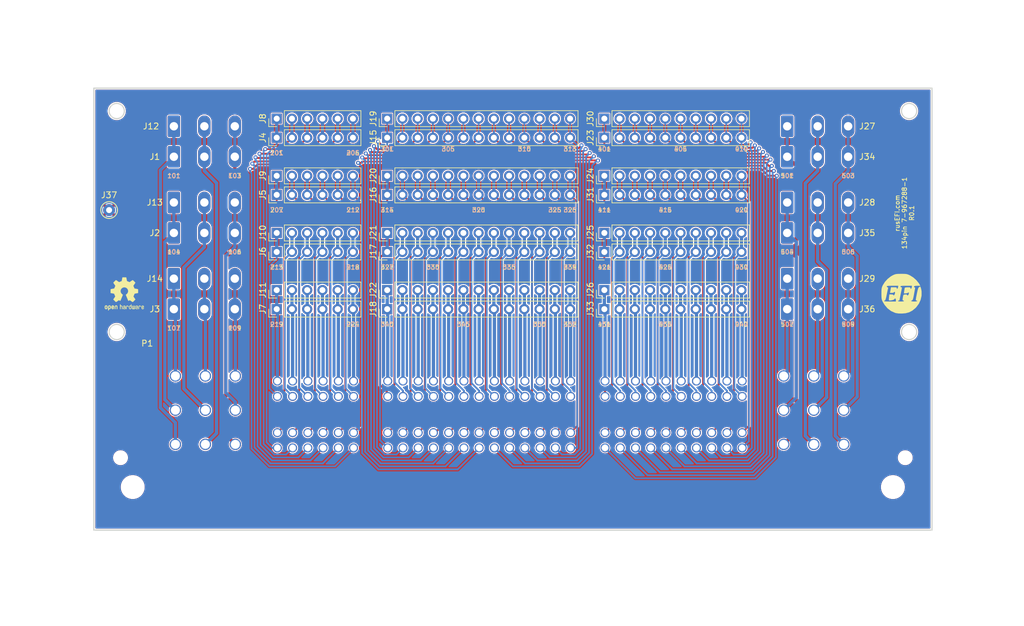
<source format=kicad_pcb>
(kicad_pcb (version 20171130) (host pcbnew "(5.1.4)-1")
  (title_block (title "134pin 7-967288-1 Breakout board") (date 2019-11-16) (rev R0.1))
  (layers (0 F.Cu signal) (31 B.Cu signal) (34 B.Paste user) (35 F.Paste user) (36 B.SilkS user) (37 F.SilkS user) (38 B.Mask user) (39 F.Mask user) (44 Edge.Cuts user))
  (net 0 "")
  (net 1 "Net-(J1-Pad2)")
  (net 2 "Net-(J5-Pad5)")
  (net 3 "Net-(J5-Pad4)")
  (net 4 "Net-(J5-Pad3)")
  (net 5 "Net-(J5-Pad2)")
  (net 6 "Net-(J11-Pad5)")
  (net 7 "Net-(J11-Pad4)")
  (net 8 "Net-(J11-Pad3)")
  (net 9 "Net-(J11-Pad2)")
  (net 10 "Net-(J10-Pad5)")
  (net 11 "Net-(J10-Pad4)")
  (net 12 "Net-(J10-Pad3)")
  (net 13 "Net-(J10-Pad2)")
  (net 14 "Net-(J13-Pad2)")
  (net 15 "Net-(J14-Pad2)")
  (net 16 "Net-(J4-Pad5)")
  (net 17 "Net-(J4-Pad4)")
  (net 18 "Net-(J4-Pad3)")
  (net 19 "Net-(J4-Pad2)")
  (net 20 "Net-(J15-Pad12)")
  (net 21 "Net-(J15-Pad11)")
  (net 22 "Net-(J15-Pad9)")
  (net 23 "Net-(J15-Pad8)")
  (net 24 "Net-(J15-Pad7)")
  (net 25 "Net-(J15-Pad6)")
  (net 26 "Net-(J15-Pad4)")
  (net 27 "Net-(J15-Pad3)")
  (net 28 "Net-(J15-Pad2)")
  (net 29 "Net-(J16-Pad11)")
  (net 30 "Net-(J16-Pad10)")
  (net 31 "Net-(J16-Pad9)")
  (net 32 "Net-(J16-Pad8)")
  (net 33 "Net-(J16-Pad6)")
  (net 34 "Net-(J16-Pad5)")
  (net 35 "Net-(J16-Pad4)")
  (net 36 "Net-(J16-Pad3)")
  (net 37 "Net-(J17-Pad2)")
  (net 38 "Net-(J17-Pad3)")
  (net 39 "Net-(J17-Pad5)")
  (net 40 "Net-(J17-Pad6)")
  (net 41 "Net-(J17-Pad7)")
  (net 42 "Net-(J17-Pad8)")
  (net 43 "Net-(J17-Pad10)")
  (net 44 "Net-(J17-Pad11)")
  (net 45 "Net-(J17-Pad12)")
  (net 46 "Net-(J18-Pad2)")
  (net 47 "Net-(J18-Pad3)")
  (net 48 "Net-(J18-Pad4)")
  (net 49 "Net-(J18-Pad5)")
  (net 50 "Net-(J18-Pad7)")
  (net 51 "Net-(J18-Pad8)")
  (net 52 "Net-(J18-Pad9)")
  (net 53 "Net-(J18-Pad10)")
  (net 54 "Net-(J18-Pad12)")
  (net 55 "Net-(J23-Pad9)")
  (net 56 "Net-(J23-Pad8)")
  (net 57 "Net-(J23-Pad7)")
  (net 58 "Net-(J23-Pad6)")
  (net 59 "Net-(J23-Pad4)")
  (net 60 "Net-(J23-Pad3)")
  (net 61 "Net-(J23-Pad2)")
  (net 62 "Net-(J24-Pad9)")
  (net 63 "Net-(J24-Pad8)")
  (net 64 "Net-(J24-Pad7)")
  (net 65 "Net-(J24-Pad6)")
  (net 66 "Net-(J24-Pad4)")
  (net 67 "Net-(J24-Pad3)")
  (net 68 "Net-(J24-Pad2)")
  (net 69 "Net-(J25-Pad2)")
  (net 70 "Net-(J25-Pad3)")
  (net 71 "Net-(J25-Pad4)")
  (net 72 "Net-(J25-Pad6)")
  (net 73 "Net-(J25-Pad7)")
  (net 74 "Net-(J25-Pad8)")
  (net 75 "Net-(J25-Pad9)")
  (net 76 "Net-(J26-Pad2)")
  (net 77 "Net-(J26-Pad3)")
  (net 78 "Net-(J26-Pad4)")
  (net 79 "Net-(J26-Pad6)")
  (net 80 "Net-(J26-Pad7)")
  (net 81 "Net-(J26-Pad8)")
  (net 82 "Net-(J26-Pad9)")
  (net 83 "Net-(J27-Pad2)")
  (net 84 "Net-(J28-Pad2)")
  (net 85 "Net-(J29-Pad2)")
  (net 86 GND)
  (net 87 /101)
  (net 88 /109)
  (net 89 /206)
  (net 90 /201)
  (net 91 /212)
  (net 92 /207)
  (net 93 /213)
  (net 94 /218)
  (net 95 /219)
  (net 96 /224)
  (net 97 /313)
  (net 98 /310)
  (net 99 /305)
  (net 100 /301)
  (net 101 /326)
  (net 102 /325)
  (net 103 /320)
  (net 104 /315)
  (net 105 /314)
  (net 106 /327)
  (net 107 /330)
  (net 108 /335)
  (net 109 /339)
  (net 110 /340)
  (net 111 /345)
  (net 112 /350)
  (net 113 /352)
  (net 114 /410)
  (net 115 /405)
  (net 116 /401)
  (net 117 /420)
  (net 118 /415)
  (net 119 /411)
  (net 120 /421)
  (net 121 /425)
  (net 122 /430)
  (net 123 /431)
  (net 124 /435)
  (net 125 /440)
  (net 126 /503)
  (net 127 /501)
  (net 128 /506)
  (net 129 /504)
  (net 130 /507)
  (net 131 /509)
  (net 132 /103)
  (net 133 /106)
  (net 134 /104)
  (net 135 /107)
  (module Connector_Phoenix_MSTB:PhoenixContact_MSTBA_2,5_3-G-5,08_1x03_P5.08mm_Horizontal (layer F.Cu) (at 191.77 69.85)
    (fp_text reference J27 (at 13.335 0) (layer F.SilkS))
    (fp_text value Conn_01x03)
    (pad 3 thru_hole oval (at 10.16 0) (size 2.08 3.6) (drill 1.4) (layers *.Cu *.Mask) (net 126 /503))
    (pad 2 thru_hole oval (at 5.08 0) (size 2.08 3.6) (drill 1.4) (layers *.Cu *.Mask) (net 83 "Net-(J27-Pad2)"))
    (pad 1 thru_hole roundrect (at 0 0) (size 2.08 3.6) (drill 1.4) (layers *.Cu *.Mask) (roundrect_rratio 0.120192) (net 127 /501))
  )
  (module Connector_Phoenix_MSTB:PhoenixContact_MSTBA_2,5_3-G-5,08_1x03_P5.08mm_Horizontal (layer F.Cu) (at 89.535 95.25)
    (fp_text reference J14 (at -3.175 0) (layer F.SilkS))
    (fp_text value Conn_01x03)
    (pad 1 thru_hole roundrect (at 0 0) (size 2.08 3.6) (drill 1.4) (layers *.Cu *.Mask) (roundrect_rratio 0.120192) (net 135 /107))
    (pad 2 thru_hole oval (at 5.08 0) (size 2.08 3.6) (drill 1.4) (layers *.Cu *.Mask) (net 15 "Net-(J14-Pad2)"))
    (pad 3 thru_hole oval (at 10.16 0) (size 2.08 3.6) (drill 1.4) (layers *.Cu *.Mask) (net 88 /109))
  )
  (module Connector_Phoenix_MSTB:PhoenixContact_MSTBA_2,5_3-G-5,08_1x03_P5.08mm_Horizontal (layer F.Cu) (at 89.535 100.33)
    (fp_text reference J3 (at -3.175 0) (layer F.SilkS))
    (fp_text value Conn_01x03)
    (pad 1 thru_hole roundrect (at 0 0) (size 2.08 3.6) (drill 1.4) (layers *.Cu *.Mask) (roundrect_rratio 0.120192) (net 135 /107))
    (pad 2 thru_hole oval (at 5.08 0) (size 2.08 3.6) (drill 1.4) (layers *.Cu *.Mask) (net 15 "Net-(J14-Pad2)"))
    (pad 3 thru_hole oval (at 10.16 0) (size 2.08 3.6) (drill 1.4) (layers *.Cu *.Mask) (net 88 /109))
  )
  (module Connector_Phoenix_MSTB:PhoenixContact_MSTBA_2,5_3-G-5,08_1x03_P5.08mm_Horizontal (layer F.Cu) (at 89.535 87.63)
    (fp_text reference J2 (at -3.175 0) (layer F.SilkS))
    (fp_text value Conn_01x03)
    (pad 3 thru_hole oval (at 10.16 0) (size 2.08 3.6) (drill 1.4) (layers *.Cu *.Mask) (net 133 /106))
    (pad 2 thru_hole oval (at 5.08 0) (size 2.08 3.6) (drill 1.4) (layers *.Cu *.Mask) (net 14 "Net-(J13-Pad2)"))
    (pad 1 thru_hole roundrect (at 0 0) (size 2.08 3.6) (drill 1.4) (layers *.Cu *.Mask) (roundrect_rratio 0.120192) (net 134 /104))
  )
  (module Connector_Phoenix_MSTB:PhoenixContact_MSTBA_2,5_3-G-5,08_1x03_P5.08mm_Horizontal (layer F.Cu) (at 89.535 82.55)
    (fp_text reference J13 (at -3.175 0) (layer F.SilkS))
    (fp_text value Conn_01x03)
    (pad 3 thru_hole oval (at 10.16 0) (size 2.08 3.6) (drill 1.4) (layers *.Cu *.Mask) (net 133 /106))
    (pad 2 thru_hole oval (at 5.08 0) (size 2.08 3.6) (drill 1.4) (layers *.Cu *.Mask) (net 14 "Net-(J13-Pad2)"))
    (pad 1 thru_hole roundrect (at 0 0) (size 2.08 3.6) (drill 1.4) (layers *.Cu *.Mask) (roundrect_rratio 0.120192) (net 134 /104))
  )
  (module Connector_Phoenix_MSTB:PhoenixContact_MSTBA_2,5_3-G-5,08_1x03_P5.08mm_Horizontal (layer F.Cu) (at 89.535 69.85)
    (fp_text reference J12 (at -3.81 0) (layer F.SilkS))
    (fp_text value Conn_01x03)
    (pad 1 thru_hole roundrect (at 0 0) (size 2.08 3.6) (drill 1.4) (layers *.Cu *.Mask) (roundrect_rratio 0.120192) (net 87 /101))
    (pad 2 thru_hole oval (at 5.08 0) (size 2.08 3.6) (drill 1.4) (layers *.Cu *.Mask) (net 1 "Net-(J1-Pad2)"))
    (pad 3 thru_hole oval (at 10.16 0) (size 2.08 3.6) (drill 1.4) (layers *.Cu *.Mask) (net 132 /103))
  )
  (module Connector_Phoenix_MSTB:PhoenixContact_MSTBA_2,5_3-G-5,08_1x03_P5.08mm_Horizontal (layer F.Cu) (at 89.535 74.93)
    (fp_text reference J1 (at -3.175 0) (layer F.SilkS))
    (fp_text value Conn_01x03)
    (pad 3 thru_hole oval (at 10.16 0) (size 2.08 3.6) (drill 1.4) (layers *.Cu *.Mask) (net 132 /103))
    (pad 2 thru_hole oval (at 5.08 0) (size 2.08 3.6) (drill 1.4) (layers *.Cu *.Mask) (net 1 "Net-(J1-Pad2)"))
    (pad 1 thru_hole roundrect (at 0 0) (size 2.08 3.6) (drill 1.4) (layers *.Cu *.Mask) (roundrect_rratio 0.120192) (net 87 /101))
  )
  (module Connector_Phoenix_MSTB:PhoenixContact_MSTBA_2,5_3-G-5,08_1x03_P5.08mm_Horizontal (layer F.Cu) (at 191.77 74.93)
    (fp_text reference J34 (at 13.335 0) (layer F.SilkS))
    (fp_text value Conn_01x03)
    (pad 1 thru_hole roundrect (at 0 0) (size 2.08 3.6) (drill 1.4) (layers *.Cu *.Mask) (roundrect_rratio 0.120192) (net 127 /501))
    (pad 2 thru_hole oval (at 5.08 0) (size 2.08 3.6) (drill 1.4) (layers *.Cu *.Mask) (net 83 "Net-(J27-Pad2)"))
    (pad 3 thru_hole oval (at 10.16 0) (size 2.08 3.6) (drill 1.4) (layers *.Cu *.Mask) (net 126 /503))
  )
  (module Connector_Phoenix_MSTB:PhoenixContact_MSTBA_2,5_3-G-5,08_1x03_P5.08mm_Horizontal (layer F.Cu) (at 191.77 82.55)
    (fp_text reference J28 (at 13.335 0) (layer F.SilkS))
    (fp_text value Conn_01x03)
    (pad 3 thru_hole oval (at 10.16 0) (size 2.08 3.6) (drill 1.4) (layers *.Cu *.Mask) (net 128 /506))
    (pad 2 thru_hole oval (at 5.08 0) (size 2.08 3.6) (drill 1.4) (layers *.Cu *.Mask) (net 84 "Net-(J28-Pad2)"))
    (pad 1 thru_hole roundrect (at 0 0) (size 2.08 3.6) (drill 1.4) (layers *.Cu *.Mask) (roundrect_rratio 0.120192) (net 129 /504))
  )
  (module Connector_Phoenix_MSTB:PhoenixContact_MSTBA_2,5_3-G-5,08_1x03_P5.08mm_Horizontal (layer F.Cu) (at 191.77 87.63)
    (fp_text reference J35 (at 13.335 0) (layer F.SilkS))
    (fp_text value Conn_01x03)
    (pad 3 thru_hole oval (at 10.16 0) (size 2.08 3.6) (drill 1.4) (layers *.Cu *.Mask) (net 128 /506))
    (pad 2 thru_hole oval (at 5.08 0) (size 2.08 3.6) (drill 1.4) (layers *.Cu *.Mask) (net 84 "Net-(J28-Pad2)"))
    (pad 1 thru_hole roundrect (at 0 0) (size 2.08 3.6) (drill 1.4) (layers *.Cu *.Mask) (roundrect_rratio 0.120192) (net 129 /504))
  )
  (module Connector_Phoenix_MSTB:PhoenixContact_MSTBA_2,5_3-G-5,08_1x03_P5.08mm_Horizontal (layer F.Cu) (at 191.77 100.33)
    (fp_text reference J36 (at 13.335 0) (layer F.SilkS))
    (fp_text value Conn_01x03)
    (pad 1 thru_hole roundrect (at 0 0) (size 2.08 3.6) (drill 1.4) (layers *.Cu *.Mask) (roundrect_rratio 0.120192) (net 130 /507))
    (pad 2 thru_hole oval (at 5.08 0) (size 2.08 3.6) (drill 1.4) (layers *.Cu *.Mask) (net 85 "Net-(J29-Pad2)"))
    (pad 3 thru_hole oval (at 10.16 0) (size 2.08 3.6) (drill 1.4) (layers *.Cu *.Mask) (net 131 /509))
  )
  (module Connector_Phoenix_MSTB:PhoenixContact_MSTBA_2,5_3-G-5,08_1x03_P5.08mm_Horizontal (layer F.Cu) (at 191.77 95.25)
    (fp_text reference J29 (at 13.335 0) (layer F.SilkS))
    (fp_text value Conn_01x03)
    (pad 1 thru_hole roundrect (at 0 0) (size 2.08 3.6) (drill 1.4) (layers *.Cu *.Mask) (roundrect_rratio 0.120192) (net 130 /507))
    (pad 2 thru_hole oval (at 5.08 0) (size 2.08 3.6) (drill 1.4) (layers *.Cu *.Mask) (net 85 "Net-(J29-Pad2)"))
    (pad 3 thru_hole oval (at 10.16 0) (size 2.08 3.6) (drill 1.4) (layers *.Cu *.Mask) (net 131 /509))
  )
  (module Connector_PinHeader_2.54mm:PinHeader_1x06_P2.54mm_Vertical (layer F.Cu) (at 106.68 71.755 90)
    (fp_text reference J4 (at 0 -2.33 90) (layer F.SilkS))
    (fp_text value Conn_01x06)
    (pad 6 thru_hole oval (at 0 12.7 90) (size 1.7 1.7) (drill 1) (layers *.Cu *.Mask) (net 89 /206))
    (pad 5 thru_hole oval (at 0 10.16 90) (size 1.7 1.7) (drill 1) (layers *.Cu *.Mask) (net 16 "Net-(J4-Pad5)"))
    (pad 4 thru_hole oval (at 0 7.62 90) (size 1.7 1.7) (drill 1) (layers *.Cu *.Mask) (net 17 "Net-(J4-Pad4)"))
    (pad 3 thru_hole oval (at 0 5.08 90) (size 1.7 1.7) (drill 1) (layers *.Cu *.Mask) (net 18 "Net-(J4-Pad3)"))
    (pad 2 thru_hole oval (at 0 2.54 90) (size 1.7 1.7) (drill 1) (layers *.Cu *.Mask) (net 19 "Net-(J4-Pad2)"))
    (pad 1 thru_hole rect (at 0 0 90) (size 1.7 1.7) (drill 1) (layers *.Cu *.Mask) (net 90 /201))
  )
  (module Connector_PinHeader_2.54mm:PinHeader_1x06_P2.54mm_Vertical (layer F.Cu) (at 106.68 81.28 90)
    (fp_text reference J5 (at 0 -2.33 90) (layer F.SilkS))
    (fp_text value Conn_01x06)
    (pad 6 thru_hole oval (at 0 12.7 90) (size 1.7 1.7) (drill 1) (layers *.Cu *.Mask) (net 91 /212))
    (pad 5 thru_hole oval (at 0 10.16 90) (size 1.7 1.7) (drill 1) (layers *.Cu *.Mask) (net 2 "Net-(J5-Pad5)"))
    (pad 4 thru_hole oval (at 0 7.62 90) (size 1.7 1.7) (drill 1) (layers *.Cu *.Mask) (net 3 "Net-(J5-Pad4)"))
    (pad 3 thru_hole oval (at 0 5.08 90) (size 1.7 1.7) (drill 1) (layers *.Cu *.Mask) (net 4 "Net-(J5-Pad3)"))
    (pad 2 thru_hole oval (at 0 2.54 90) (size 1.7 1.7) (drill 1) (layers *.Cu *.Mask) (net 5 "Net-(J5-Pad2)"))
    (pad 1 thru_hole rect (at 0 0 90) (size 1.7 1.7) (drill 1) (layers *.Cu *.Mask) (net 92 /207))
  )
  (module Connector_PinHeader_2.54mm:PinHeader_1x06_P2.54mm_Vertical (layer F.Cu) (at 106.68 90.805 90)
    (fp_text reference J6 (at 0 -2.33 90) (layer F.SilkS))
    (fp_text value Conn_01x06)
    (pad 1 thru_hole rect (at 0 0 90) (size 1.7 1.7) (drill 1) (layers *.Cu *.Mask) (net 93 /213))
    (pad 2 thru_hole oval (at 0 2.54 90) (size 1.7 1.7) (drill 1) (layers *.Cu *.Mask) (net 13 "Net-(J10-Pad2)"))
    (pad 3 thru_hole oval (at 0 5.08 90) (size 1.7 1.7) (drill 1) (layers *.Cu *.Mask) (net 12 "Net-(J10-Pad3)"))
    (pad 4 thru_hole oval (at 0 7.62 90) (size 1.7 1.7) (drill 1) (layers *.Cu *.Mask) (net 11 "Net-(J10-Pad4)"))
    (pad 5 thru_hole oval (at 0 10.16 90) (size 1.7 1.7) (drill 1) (layers *.Cu *.Mask) (net 10 "Net-(J10-Pad5)"))
    (pad 6 thru_hole oval (at 0 12.7 90) (size 1.7 1.7) (drill 1) (layers *.Cu *.Mask) (net 94 /218))
  )
  (module Connector_PinHeader_2.54mm:PinHeader_1x06_P2.54mm_Vertical (layer F.Cu) (at 106.68 100.33 90)
    (fp_text reference J7 (at 0 -2.33 90) (layer F.SilkS))
    (fp_text value Conn_01x06)
    (pad 1 thru_hole rect (at 0 0 90) (size 1.7 1.7) (drill 1) (layers *.Cu *.Mask) (net 95 /219))
    (pad 2 thru_hole oval (at 0 2.54 90) (size 1.7 1.7) (drill 1) (layers *.Cu *.Mask) (net 9 "Net-(J11-Pad2)"))
    (pad 3 thru_hole oval (at 0 5.08 90) (size 1.7 1.7) (drill 1) (layers *.Cu *.Mask) (net 8 "Net-(J11-Pad3)"))
    (pad 4 thru_hole oval (at 0 7.62 90) (size 1.7 1.7) (drill 1) (layers *.Cu *.Mask) (net 7 "Net-(J11-Pad4)"))
    (pad 5 thru_hole oval (at 0 10.16 90) (size 1.7 1.7) (drill 1) (layers *.Cu *.Mask) (net 6 "Net-(J11-Pad5)"))
    (pad 6 thru_hole oval (at 0 12.7 90) (size 1.7 1.7) (drill 1) (layers *.Cu *.Mask) (net 96 /224))
  )
  (module Connector_PinHeader_2.54mm:PinHeader_1x06_P2.54mm_Vertical (layer F.Cu) (at 106.68 68.58 90)
    (fp_text reference J8 (at 0 -2.33 90) (layer F.SilkS))
    (fp_text value Conn_01x06)
    (pad 1 thru_hole rect (at 0 0 90) (size 1.7 1.7) (drill 1) (layers *.Cu *.Mask) (net 90 /201))
    (pad 2 thru_hole oval (at 0 2.54 90) (size 1.7 1.7) (drill 1) (layers *.Cu *.Mask) (net 19 "Net-(J4-Pad2)"))
    (pad 3 thru_hole oval (at 0 5.08 90) (size 1.7 1.7) (drill 1) (layers *.Cu *.Mask) (net 18 "Net-(J4-Pad3)"))
    (pad 4 thru_hole oval (at 0 7.62 90) (size 1.7 1.7) (drill 1) (layers *.Cu *.Mask) (net 17 "Net-(J4-Pad4)"))
    (pad 5 thru_hole oval (at 0 10.16 90) (size 1.7 1.7) (drill 1) (layers *.Cu *.Mask) (net 16 "Net-(J4-Pad5)"))
    (pad 6 thru_hole oval (at 0 12.7 90) (size 1.7 1.7) (drill 1) (layers *.Cu *.Mask) (net 89 /206))
  )
  (module Connector_PinHeader_2.54mm:PinHeader_1x06_P2.54mm_Vertical (layer F.Cu) (at 106.68 78.105 90)
    (fp_text reference J9 (at 0 -2.33 90) (layer F.SilkS))
    (fp_text value Conn_01x06)
    (pad 6 thru_hole oval (at 0 12.7 90) (size 1.7 1.7) (drill 1) (layers *.Cu *.Mask) (net 91 /212))
    (pad 5 thru_hole oval (at 0 10.16 90) (size 1.7 1.7) (drill 1) (layers *.Cu *.Mask) (net 2 "Net-(J5-Pad5)"))
    (pad 4 thru_hole oval (at 0 7.62 90) (size 1.7 1.7) (drill 1) (layers *.Cu *.Mask) (net 3 "Net-(J5-Pad4)"))
    (pad 3 thru_hole oval (at 0 5.08 90) (size 1.7 1.7) (drill 1) (layers *.Cu *.Mask) (net 4 "Net-(J5-Pad3)"))
    (pad 2 thru_hole oval (at 0 2.54 90) (size 1.7 1.7) (drill 1) (layers *.Cu *.Mask) (net 5 "Net-(J5-Pad2)"))
    (pad 1 thru_hole rect (at 0 0 90) (size 1.7 1.7) (drill 1) (layers *.Cu *.Mask) (net 92 /207))
  )
  (module Connector_PinHeader_2.54mm:PinHeader_1x06_P2.54mm_Vertical (layer F.Cu) (at 106.68 87.63 90)
    (fp_text reference J10 (at 0 -2.33 90) (layer F.SilkS))
    (fp_text value Conn_01x06)
    (pad 1 thru_hole rect (at 0 0 90) (size 1.7 1.7) (drill 1) (layers *.Cu *.Mask) (net 93 /213))
    (pad 2 thru_hole oval (at 0 2.54 90) (size 1.7 1.7) (drill 1) (layers *.Cu *.Mask) (net 13 "Net-(J10-Pad2)"))
    (pad 3 thru_hole oval (at 0 5.08 90) (size 1.7 1.7) (drill 1) (layers *.Cu *.Mask) (net 12 "Net-(J10-Pad3)"))
    (pad 4 thru_hole oval (at 0 7.62 90) (size 1.7 1.7) (drill 1) (layers *.Cu *.Mask) (net 11 "Net-(J10-Pad4)"))
    (pad 5 thru_hole oval (at 0 10.16 90) (size 1.7 1.7) (drill 1) (layers *.Cu *.Mask) (net 10 "Net-(J10-Pad5)"))
    (pad 6 thru_hole oval (at 0 12.7 90) (size 1.7 1.7) (drill 1) (layers *.Cu *.Mask) (net 94 /218))
  )
  (module Connector_PinHeader_2.54mm:PinHeader_1x06_P2.54mm_Vertical (layer F.Cu) (at 106.68 97.155 90)
    (fp_text reference J11 (at 0 -2.33 90) (layer F.SilkS))
    (fp_text value Conn_01x06)
    (pad 6 thru_hole oval (at 0 12.7 90) (size 1.7 1.7) (drill 1) (layers *.Cu *.Mask) (net 96 /224))
    (pad 5 thru_hole oval (at 0 10.16 90) (size 1.7 1.7) (drill 1) (layers *.Cu *.Mask) (net 6 "Net-(J11-Pad5)"))
    (pad 4 thru_hole oval (at 0 7.62 90) (size 1.7 1.7) (drill 1) (layers *.Cu *.Mask) (net 7 "Net-(J11-Pad4)"))
    (pad 3 thru_hole oval (at 0 5.08 90) (size 1.7 1.7) (drill 1) (layers *.Cu *.Mask) (net 8 "Net-(J11-Pad3)"))
    (pad 2 thru_hole oval (at 0 2.54 90) (size 1.7 1.7) (drill 1) (layers *.Cu *.Mask) (net 9 "Net-(J11-Pad2)"))
    (pad 1 thru_hole rect (at 0 0 90) (size 1.7 1.7) (drill 1) (layers *.Cu *.Mask) (net 95 /219))
  )
  (module Connector_PinHeader_2.54mm:PinHeader_1x13_P2.54mm_Vertical (layer F.Cu) (at 125.095 71.755 90)
    (fp_text reference J15 (at 0 -2.33 90) (layer F.SilkS))
    (fp_text value Conn_01x13)
    (pad 13 thru_hole oval (at 0 30.48 90) (size 1.7 1.7) (drill 1) (layers *.Cu *.Mask) (net 97 /313))
    (pad 12 thru_hole oval (at 0 27.94 90) (size 1.7 1.7) (drill 1) (layers *.Cu *.Mask) (net 20 "Net-(J15-Pad12)"))
    (pad 11 thru_hole oval (at 0 25.4 90) (size 1.7 1.7) (drill 1) (layers *.Cu *.Mask) (net 21 "Net-(J15-Pad11)"))
    (pad 10 thru_hole oval (at 0 22.86 90) (size 1.7 1.7) (drill 1) (layers *.Cu *.Mask) (net 98 /310))
    (pad 9 thru_hole oval (at 0 20.32 90) (size 1.7 1.7) (drill 1) (layers *.Cu *.Mask) (net 22 "Net-(J15-Pad9)"))
    (pad 8 thru_hole oval (at 0 17.78 90) (size 1.7 1.7) (drill 1) (layers *.Cu *.Mask) (net 23 "Net-(J15-Pad8)"))
    (pad 7 thru_hole oval (at 0 15.24 90) (size 1.7 1.7) (drill 1) (layers *.Cu *.Mask) (net 24 "Net-(J15-Pad7)"))
    (pad 6 thru_hole oval (at 0 12.7 90) (size 1.7 1.7) (drill 1) (layers *.Cu *.Mask) (net 25 "Net-(J15-Pad6)"))
    (pad 5 thru_hole oval (at 0 10.16 90) (size 1.7 1.7) (drill 1) (layers *.Cu *.Mask) (net 99 /305))
    (pad 4 thru_hole oval (at 0 7.62 90) (size 1.7 1.7) (drill 1) (layers *.Cu *.Mask) (net 26 "Net-(J15-Pad4)"))
    (pad 3 thru_hole oval (at 0 5.08 90) (size 1.7 1.7) (drill 1) (layers *.Cu *.Mask) (net 27 "Net-(J15-Pad3)"))
    (pad 2 thru_hole oval (at 0 2.54 90) (size 1.7 1.7) (drill 1) (layers *.Cu *.Mask) (net 28 "Net-(J15-Pad2)"))
    (pad 1 thru_hole rect (at 0 0 90) (size 1.7 1.7) (drill 1) (layers *.Cu *.Mask) (net 100 /301))
  )
  (module Connector_PinHeader_2.54mm:PinHeader_1x13_P2.54mm_Vertical (layer F.Cu) (at 125.095 81.28 90)
    (fp_text reference J16 (at 0 -2.33 90) (layer F.SilkS))
    (fp_text value Conn_01x13)
    (pad 13 thru_hole oval (at 0 30.48 90) (size 1.7 1.7) (drill 1) (layers *.Cu *.Mask) (net 101 /326))
    (pad 12 thru_hole oval (at 0 27.94 90) (size 1.7 1.7) (drill 1) (layers *.Cu *.Mask) (net 102 /325))
    (pad 11 thru_hole oval (at 0 25.4 90) (size 1.7 1.7) (drill 1) (layers *.Cu *.Mask) (net 29 "Net-(J16-Pad11)"))
    (pad 10 thru_hole oval (at 0 22.86 90) (size 1.7 1.7) (drill 1) (layers *.Cu *.Mask) (net 30 "Net-(J16-Pad10)"))
    (pad 9 thru_hole oval (at 0 20.32 90) (size 1.7 1.7) (drill 1) (layers *.Cu *.Mask) (net 31 "Net-(J16-Pad9)"))
    (pad 8 thru_hole oval (at 0 17.78 90) (size 1.7 1.7) (drill 1) (layers *.Cu *.Mask) (net 32 "Net-(J16-Pad8)"))
    (pad 7 thru_hole oval (at 0 15.24 90) (size 1.7 1.7) (drill 1) (layers *.Cu *.Mask) (net 103 /320))
    (pad 6 thru_hole oval (at 0 12.7 90) (size 1.7 1.7) (drill 1) (layers *.Cu *.Mask) (net 33 "Net-(J16-Pad6)"))
    (pad 5 thru_hole oval (at 0 10.16 90) (size 1.7 1.7) (drill 1) (layers *.Cu *.Mask) (net 34 "Net-(J16-Pad5)"))
    (pad 4 thru_hole oval (at 0 7.62 90) (size 1.7 1.7) (drill 1) (layers *.Cu *.Mask) (net 35 "Net-(J16-Pad4)"))
    (pad 3 thru_hole oval (at 0 5.08 90) (size 1.7 1.7) (drill 1) (layers *.Cu *.Mask) (net 36 "Net-(J16-Pad3)"))
    (pad 2 thru_hole oval (at 0 2.54 90) (size 1.7 1.7) (drill 1) (layers *.Cu *.Mask) (net 104 /315))
    (pad 1 thru_hole rect (at 0 0 90) (size 1.7 1.7) (drill 1) (layers *.Cu *.Mask) (net 105 /314))
  )
  (module Connector_PinHeader_2.54mm:PinHeader_1x13_P2.54mm_Vertical (layer F.Cu) (at 125.095 90.805 90)
    (fp_text reference J17 (at 0 -2.33 90) (layer F.SilkS))
    (fp_text value Conn_01x13)
    (pad 1 thru_hole rect (at 0 0 90) (size 1.7 1.7) (drill 1) (layers *.Cu *.Mask) (net 106 /327))
    (pad 2 thru_hole oval (at 0 2.54 90) (size 1.7 1.7) (drill 1) (layers *.Cu *.Mask) (net 37 "Net-(J17-Pad2)"))
    (pad 3 thru_hole oval (at 0 5.08 90) (size 1.7 1.7) (drill 1) (layers *.Cu *.Mask) (net 38 "Net-(J17-Pad3)"))
    (pad 4 thru_hole oval (at 0 7.62 90) (size 1.7 1.7) (drill 1) (layers *.Cu *.Mask) (net 107 /330))
    (pad 5 thru_hole oval (at 0 10.16 90) (size 1.7 1.7) (drill 1) (layers *.Cu *.Mask) (net 39 "Net-(J17-Pad5)"))
    (pad 6 thru_hole oval (at 0 12.7 90) (size 1.7 1.7) (drill 1) (layers *.Cu *.Mask) (net 40 "Net-(J17-Pad6)"))
    (pad 7 thru_hole oval (at 0 15.24 90) (size 1.7 1.7) (drill 1) (layers *.Cu *.Mask) (net 41 "Net-(J17-Pad7)"))
    (pad 8 thru_hole oval (at 0 17.78 90) (size 1.7 1.7) (drill 1) (layers *.Cu *.Mask) (net 42 "Net-(J17-Pad8)"))
    (pad 9 thru_hole oval (at 0 20.32 90) (size 1.7 1.7) (drill 1) (layers *.Cu *.Mask) (net 108 /335))
    (pad 10 thru_hole oval (at 0 22.86 90) (size 1.7 1.7) (drill 1) (layers *.Cu *.Mask) (net 43 "Net-(J17-Pad10)"))
    (pad 11 thru_hole oval (at 0 25.4 90) (size 1.7 1.7) (drill 1) (layers *.Cu *.Mask) (net 44 "Net-(J17-Pad11)"))
    (pad 12 thru_hole oval (at 0 27.94 90) (size 1.7 1.7) (drill 1) (layers *.Cu *.Mask) (net 45 "Net-(J17-Pad12)"))
    (pad 13 thru_hole oval (at 0 30.48 90) (size 1.7 1.7) (drill 1) (layers *.Cu *.Mask) (net 109 /339))
  )
  (module Connector_PinHeader_2.54mm:PinHeader_1x13_P2.54mm_Vertical (layer F.Cu) (at 125.095 100.33 90)
    (fp_text reference J18 (at 0 -2.33 90) (layer F.SilkS))
    (fp_text value Conn_01x13)
    (pad 1 thru_hole rect (at 0 0 90) (size 1.7 1.7) (drill 1) (layers *.Cu *.Mask) (net 110 /340))
    (pad 2 thru_hole oval (at 0 2.54 90) (size 1.7 1.7) (drill 1) (layers *.Cu *.Mask) (net 46 "Net-(J18-Pad2)"))
    (pad 3 thru_hole oval (at 0 5.08 90) (size 1.7 1.7) (drill 1) (layers *.Cu *.Mask) (net 47 "Net-(J18-Pad3)"))
    (pad 4 thru_hole oval (at 0 7.62 90) (size 1.7 1.7) (drill 1) (layers *.Cu *.Mask) (net 48 "Net-(J18-Pad4)"))
    (pad 5 thru_hole oval (at 0 10.16 90) (size 1.7 1.7) (drill 1) (layers *.Cu *.Mask) (net 49 "Net-(J18-Pad5)"))
    (pad 6 thru_hole oval (at 0 12.7 90) (size 1.7 1.7) (drill 1) (layers *.Cu *.Mask) (net 111 /345))
    (pad 7 thru_hole oval (at 0 15.24 90) (size 1.7 1.7) (drill 1) (layers *.Cu *.Mask) (net 50 "Net-(J18-Pad7)"))
    (pad 8 thru_hole oval (at 0 17.78 90) (size 1.7 1.7) (drill 1) (layers *.Cu *.Mask) (net 51 "Net-(J18-Pad8)"))
    (pad 9 thru_hole oval (at 0 20.32 90) (size 1.7 1.7) (drill 1) (layers *.Cu *.Mask) (net 52 "Net-(J18-Pad9)"))
    (pad 10 thru_hole oval (at 0 22.86 90) (size 1.7 1.7) (drill 1) (layers *.Cu *.Mask) (net 53 "Net-(J18-Pad10)"))
    (pad 11 thru_hole oval (at 0 25.4 90) (size 1.7 1.7) (drill 1) (layers *.Cu *.Mask) (net 112 /350))
    (pad 12 thru_hole oval (at 0 27.94 90) (size 1.7 1.7) (drill 1) (layers *.Cu *.Mask) (net 54 "Net-(J18-Pad12)"))
    (pad 13 thru_hole oval (at 0 30.48 90) (size 1.7 1.7) (drill 1) (layers *.Cu *.Mask) (net 113 /352))
  )
  (module Connector_PinHeader_2.54mm:PinHeader_1x13_P2.54mm_Vertical (layer F.Cu) (at 125.095 68.58 90)
    (fp_text reference J19 (at 0 -2.33 90) (layer F.SilkS))
    (fp_text value Conn_01x13)
    (pad 1 thru_hole rect (at 0 0 90) (size 1.7 1.7) (drill 1) (layers *.Cu *.Mask) (net 100 /301))
    (pad 2 thru_hole oval (at 0 2.54 90) (size 1.7 1.7) (drill 1) (layers *.Cu *.Mask) (net 28 "Net-(J15-Pad2)"))
    (pad 3 thru_hole oval (at 0 5.08 90) (size 1.7 1.7) (drill 1) (layers *.Cu *.Mask) (net 27 "Net-(J15-Pad3)"))
    (pad 4 thru_hole oval (at 0 7.62 90) (size 1.7 1.7) (drill 1) (layers *.Cu *.Mask) (net 26 "Net-(J15-Pad4)"))
    (pad 5 thru_hole oval (at 0 10.16 90) (size 1.7 1.7) (drill 1) (layers *.Cu *.Mask) (net 99 /305))
    (pad 6 thru_hole oval (at 0 12.7 90) (size 1.7 1.7) (drill 1) (layers *.Cu *.Mask) (net 25 "Net-(J15-Pad6)"))
    (pad 7 thru_hole oval (at 0 15.24 90) (size 1.7 1.7) (drill 1) (layers *.Cu *.Mask) (net 24 "Net-(J15-Pad7)"))
    (pad 8 thru_hole oval (at 0 17.78 90) (size 1.7 1.7) (drill 1) (layers *.Cu *.Mask) (net 23 "Net-(J15-Pad8)"))
    (pad 9 thru_hole oval (at 0 20.32 90) (size 1.7 1.7) (drill 1) (layers *.Cu *.Mask) (net 22 "Net-(J15-Pad9)"))
    (pad 10 thru_hole oval (at 0 22.86 90) (size 1.7 1.7) (drill 1) (layers *.Cu *.Mask) (net 98 /310))
    (pad 11 thru_hole oval (at 0 25.4 90) (size 1.7 1.7) (drill 1) (layers *.Cu *.Mask) (net 21 "Net-(J15-Pad11)"))
    (pad 12 thru_hole oval (at 0 27.94 90) (size 1.7 1.7) (drill 1) (layers *.Cu *.Mask) (net 20 "Net-(J15-Pad12)"))
    (pad 13 thru_hole oval (at 0 30.48 90) (size 1.7 1.7) (drill 1) (layers *.Cu *.Mask) (net 97 /313))
  )
  (module Connector_PinHeader_2.54mm:PinHeader_1x13_P2.54mm_Vertical (layer F.Cu) (at 125.095 78.105 90)
    (fp_text reference J20 (at 0 -2.33 90) (layer F.SilkS))
    (fp_text value Conn_01x13)
    (pad 13 thru_hole oval (at 0 30.48 90) (size 1.7 1.7) (drill 1) (layers *.Cu *.Mask) (net 101 /326))
    (pad 12 thru_hole oval (at 0 27.94 90) (size 1.7 1.7) (drill 1) (layers *.Cu *.Mask) (net 102 /325))
    (pad 11 thru_hole oval (at 0 25.4 90) (size 1.7 1.7) (drill 1) (layers *.Cu *.Mask) (net 29 "Net-(J16-Pad11)"))
    (pad 10 thru_hole oval (at 0 22.86 90) (size 1.7 1.7) (drill 1) (layers *.Cu *.Mask) (net 30 "Net-(J16-Pad10)"))
    (pad 9 thru_hole oval (at 0 20.32 90) (size 1.7 1.7) (drill 1) (layers *.Cu *.Mask) (net 31 "Net-(J16-Pad9)"))
    (pad 8 thru_hole oval (at 0 17.78 90) (size 1.7 1.7) (drill 1) (layers *.Cu *.Mask) (net 32 "Net-(J16-Pad8)"))
    (pad 7 thru_hole oval (at 0 15.24 90) (size 1.7 1.7) (drill 1) (layers *.Cu *.Mask) (net 103 /320))
    (pad 6 thru_hole oval (at 0 12.7 90) (size 1.7 1.7) (drill 1) (layers *.Cu *.Mask) (net 33 "Net-(J16-Pad6)"))
    (pad 5 thru_hole oval (at 0 10.16 90) (size 1.7 1.7) (drill 1) (layers *.Cu *.Mask) (net 34 "Net-(J16-Pad5)"))
    (pad 4 thru_hole oval (at 0 7.62 90) (size 1.7 1.7) (drill 1) (layers *.Cu *.Mask) (net 35 "Net-(J16-Pad4)"))
    (pad 3 thru_hole oval (at 0 5.08 90) (size 1.7 1.7) (drill 1) (layers *.Cu *.Mask) (net 36 "Net-(J16-Pad3)"))
    (pad 2 thru_hole oval (at 0 2.54 90) (size 1.7 1.7) (drill 1) (layers *.Cu *.Mask) (net 104 /315))
    (pad 1 thru_hole rect (at 0 0 90) (size 1.7 1.7) (drill 1) (layers *.Cu *.Mask) (net 105 /314))
  )
  (module Connector_PinHeader_2.54mm:PinHeader_1x13_P2.54mm_Vertical (layer F.Cu) (at 125.095 87.63 90)
    (fp_text reference J21 (at 0 -2.33 90) (layer F.SilkS))
    (fp_text value Conn_01x13)
    (pad 1 thru_hole rect (at 0 0 90) (size 1.7 1.7) (drill 1) (layers *.Cu *.Mask) (net 106 /327))
    (pad 2 thru_hole oval (at 0 2.54 90) (size 1.7 1.7) (drill 1) (layers *.Cu *.Mask) (net 37 "Net-(J17-Pad2)"))
    (pad 3 thru_hole oval (at 0 5.08 90) (size 1.7 1.7) (drill 1) (layers *.Cu *.Mask) (net 38 "Net-(J17-Pad3)"))
    (pad 4 thru_hole oval (at 0 7.62 90) (size 1.7 1.7) (drill 1) (layers *.Cu *.Mask) (net 107 /330))
    (pad 5 thru_hole oval (at 0 10.16 90) (size 1.7 1.7) (drill 1) (layers *.Cu *.Mask) (net 39 "Net-(J17-Pad5)"))
    (pad 6 thru_hole oval (at 0 12.7 90) (size 1.7 1.7) (drill 1) (layers *.Cu *.Mask) (net 40 "Net-(J17-Pad6)"))
    (pad 7 thru_hole oval (at 0 15.24 90) (size 1.7 1.7) (drill 1) (layers *.Cu *.Mask) (net 41 "Net-(J17-Pad7)"))
    (pad 8 thru_hole oval (at 0 17.78 90) (size 1.7 1.7) (drill 1) (layers *.Cu *.Mask) (net 42 "Net-(J17-Pad8)"))
    (pad 9 thru_hole oval (at 0 20.32 90) (size 1.7 1.7) (drill 1) (layers *.Cu *.Mask) (net 108 /335))
    (pad 10 thru_hole oval (at 0 22.86 90) (size 1.7 1.7) (drill 1) (layers *.Cu *.Mask) (net 43 "Net-(J17-Pad10)"))
    (pad 11 thru_hole oval (at 0 25.4 90) (size 1.7 1.7) (drill 1) (layers *.Cu *.Mask) (net 44 "Net-(J17-Pad11)"))
    (pad 12 thru_hole oval (at 0 27.94 90) (size 1.7 1.7) (drill 1) (layers *.Cu *.Mask) (net 45 "Net-(J17-Pad12)"))
    (pad 13 thru_hole oval (at 0 30.48 90) (size 1.7 1.7) (drill 1) (layers *.Cu *.Mask) (net 109 /339))
  )
  (module Connector_PinHeader_2.54mm:PinHeader_1x13_P2.54mm_Vertical (layer F.Cu) (at 125.095 97.155 90)
    (fp_text reference J22 (at 0 -2.33 90) (layer F.SilkS))
    (fp_text value Conn_01x13)
    (pad 13 thru_hole oval (at 0 30.48 90) (size 1.7 1.7) (drill 1) (layers *.Cu *.Mask) (net 113 /352))
    (pad 12 thru_hole oval (at 0 27.94 90) (size 1.7 1.7) (drill 1) (layers *.Cu *.Mask) (net 54 "Net-(J18-Pad12)"))
    (pad 11 thru_hole oval (at 0 25.4 90) (size 1.7 1.7) (drill 1) (layers *.Cu *.Mask) (net 112 /350))
    (pad 10 thru_hole oval (at 0 22.86 90) (size 1.7 1.7) (drill 1) (layers *.Cu *.Mask) (net 53 "Net-(J18-Pad10)"))
    (pad 9 thru_hole oval (at 0 20.32 90) (size 1.7 1.7) (drill 1) (layers *.Cu *.Mask) (net 52 "Net-(J18-Pad9)"))
    (pad 8 thru_hole oval (at 0 17.78 90) (size 1.7 1.7) (drill 1) (layers *.Cu *.Mask) (net 51 "Net-(J18-Pad8)"))
    (pad 7 thru_hole oval (at 0 15.24 90) (size 1.7 1.7) (drill 1) (layers *.Cu *.Mask) (net 50 "Net-(J18-Pad7)"))
    (pad 6 thru_hole oval (at 0 12.7 90) (size 1.7 1.7) (drill 1) (layers *.Cu *.Mask) (net 111 /345))
    (pad 5 thru_hole oval (at 0 10.16 90) (size 1.7 1.7) (drill 1) (layers *.Cu *.Mask) (net 49 "Net-(J18-Pad5)"))
    (pad 4 thru_hole oval (at 0 7.62 90) (size 1.7 1.7) (drill 1) (layers *.Cu *.Mask) (net 48 "Net-(J18-Pad4)"))
    (pad 3 thru_hole oval (at 0 5.08 90) (size 1.7 1.7) (drill 1) (layers *.Cu *.Mask) (net 47 "Net-(J18-Pad3)"))
    (pad 2 thru_hole oval (at 0 2.54 90) (size 1.7 1.7) (drill 1) (layers *.Cu *.Mask) (net 46 "Net-(J18-Pad2)"))
    (pad 1 thru_hole rect (at 0 0 90) (size 1.7 1.7) (drill 1) (layers *.Cu *.Mask) (net 110 /340))
  )
  (module Connector_PinHeader_2.54mm:PinHeader_1x10_P2.54mm_Vertical (layer F.Cu) (at 161.29 71.755 90)
    (fp_text reference J23 (at 0 -2.33 90) (layer F.SilkS))
    (fp_text value Conn_01x10)
    (pad 10 thru_hole oval (at 0 22.86 90) (size 1.7 1.7) (drill 1) (layers *.Cu *.Mask) (net 114 /410))
    (pad 9 thru_hole oval (at 0 20.32 90) (size 1.7 1.7) (drill 1) (layers *.Cu *.Mask) (net 55 "Net-(J23-Pad9)"))
    (pad 8 thru_hole oval (at 0 17.78 90) (size 1.7 1.7) (drill 1) (layers *.Cu *.Mask) (net 56 "Net-(J23-Pad8)"))
    (pad 7 thru_hole oval (at 0 15.24 90) (size 1.7 1.7) (drill 1) (layers *.Cu *.Mask) (net 57 "Net-(J23-Pad7)"))
    (pad 6 thru_hole oval (at 0 12.7 90) (size 1.7 1.7) (drill 1) (layers *.Cu *.Mask) (net 58 "Net-(J23-Pad6)"))
    (pad 5 thru_hole oval (at 0 10.16 90) (size 1.7 1.7) (drill 1) (layers *.Cu *.Mask) (net 115 /405))
    (pad 4 thru_hole oval (at 0 7.62 90) (size 1.7 1.7) (drill 1) (layers *.Cu *.Mask) (net 59 "Net-(J23-Pad4)"))
    (pad 3 thru_hole oval (at 0 5.08 90) (size 1.7 1.7) (drill 1) (layers *.Cu *.Mask) (net 60 "Net-(J23-Pad3)"))
    (pad 2 thru_hole oval (at 0 2.54 90) (size 1.7 1.7) (drill 1) (layers *.Cu *.Mask) (net 61 "Net-(J23-Pad2)"))
    (pad 1 thru_hole rect (at 0 0 90) (size 1.7 1.7) (drill 1) (layers *.Cu *.Mask) (net 116 /401))
  )
  (module Connector_PinHeader_2.54mm:PinHeader_1x10_P2.54mm_Vertical (layer F.Cu) (at 161.29 78.105 90)
    (fp_text reference J24 (at 0 -2.33 90) (layer F.SilkS))
    (fp_text value Conn_01x10)
    (pad 10 thru_hole oval (at 0 22.86 90) (size 1.7 1.7) (drill 1) (layers *.Cu *.Mask) (net 117 /420))
    (pad 9 thru_hole oval (at 0 20.32 90) (size 1.7 1.7) (drill 1) (layers *.Cu *.Mask) (net 62 "Net-(J24-Pad9)"))
    (pad 8 thru_hole oval (at 0 17.78 90) (size 1.7 1.7) (drill 1) (layers *.Cu *.Mask) (net 63 "Net-(J24-Pad8)"))
    (pad 7 thru_hole oval (at 0 15.24 90) (size 1.7 1.7) (drill 1) (layers *.Cu *.Mask) (net 64 "Net-(J24-Pad7)"))
    (pad 6 thru_hole oval (at 0 12.7 90) (size 1.7 1.7) (drill 1) (layers *.Cu *.Mask) (net 65 "Net-(J24-Pad6)"))
    (pad 5 thru_hole oval (at 0 10.16 90) (size 1.7 1.7) (drill 1) (layers *.Cu *.Mask) (net 118 /415))
    (pad 4 thru_hole oval (at 0 7.62 90) (size 1.7 1.7) (drill 1) (layers *.Cu *.Mask) (net 66 "Net-(J24-Pad4)"))
    (pad 3 thru_hole oval (at 0 5.08 90) (size 1.7 1.7) (drill 1) (layers *.Cu *.Mask) (net 67 "Net-(J24-Pad3)"))
    (pad 2 thru_hole oval (at 0 2.54 90) (size 1.7 1.7) (drill 1) (layers *.Cu *.Mask) (net 68 "Net-(J24-Pad2)"))
    (pad 1 thru_hole rect (at 0 0 90) (size 1.7 1.7) (drill 1) (layers *.Cu *.Mask) (net 119 /411))
  )
  (module Connector_PinHeader_2.54mm:PinHeader_1x10_P2.54mm_Vertical (layer F.Cu) (at 161.29 87.63 90)
    (fp_text reference J25 (at 0 -2.33 90) (layer F.SilkS))
    (fp_text value Conn_01x10)
    (pad 1 thru_hole rect (at 0 0 90) (size 1.7 1.7) (drill 1) (layers *.Cu *.Mask) (net 120 /421))
    (pad 2 thru_hole oval (at 0 2.54 90) (size 1.7 1.7) (drill 1) (layers *.Cu *.Mask) (net 69 "Net-(J25-Pad2)"))
    (pad 3 thru_hole oval (at 0 5.08 90) (size 1.7 1.7) (drill 1) (layers *.Cu *.Mask) (net 70 "Net-(J25-Pad3)"))
    (pad 4 thru_hole oval (at 0 7.62 90) (size 1.7 1.7) (drill 1) (layers *.Cu *.Mask) (net 71 "Net-(J25-Pad4)"))
    (pad 5 thru_hole oval (at 0 10.16 90) (size 1.7 1.7) (drill 1) (layers *.Cu *.Mask) (net 121 /425))
    (pad 6 thru_hole oval (at 0 12.7 90) (size 1.7 1.7) (drill 1) (layers *.Cu *.Mask) (net 72 "Net-(J25-Pad6)"))
    (pad 7 thru_hole oval (at 0 15.24 90) (size 1.7 1.7) (drill 1) (layers *.Cu *.Mask) (net 73 "Net-(J25-Pad7)"))
    (pad 8 thru_hole oval (at 0 17.78 90) (size 1.7 1.7) (drill 1) (layers *.Cu *.Mask) (net 74 "Net-(J25-Pad8)"))
    (pad 9 thru_hole oval (at 0 20.32 90) (size 1.7 1.7) (drill 1) (layers *.Cu *.Mask) (net 75 "Net-(J25-Pad9)"))
    (pad 10 thru_hole oval (at 0 22.86 90) (size 1.7 1.7) (drill 1) (layers *.Cu *.Mask) (net 122 /430))
  )
  (module Connector_PinHeader_2.54mm:PinHeader_1x10_P2.54mm_Vertical (layer F.Cu) (at 161.29 97.155 90)
    (fp_text reference J26 (at 0 -2.33 90) (layer F.SilkS))
    (fp_text value Conn_01x10)
    (pad 1 thru_hole rect (at 0 0 90) (size 1.7 1.7) (drill 1) (layers *.Cu *.Mask) (net 123 /431))
    (pad 2 thru_hole oval (at 0 2.54 90) (size 1.7 1.7) (drill 1) (layers *.Cu *.Mask) (net 76 "Net-(J26-Pad2)"))
    (pad 3 thru_hole oval (at 0 5.08 90) (size 1.7 1.7) (drill 1) (layers *.Cu *.Mask) (net 77 "Net-(J26-Pad3)"))
    (pad 4 thru_hole oval (at 0 7.62 90) (size 1.7 1.7) (drill 1) (layers *.Cu *.Mask) (net 78 "Net-(J26-Pad4)"))
    (pad 5 thru_hole oval (at 0 10.16 90) (size 1.7 1.7) (drill 1) (layers *.Cu *.Mask) (net 124 /435))
    (pad 6 thru_hole oval (at 0 12.7 90) (size 1.7 1.7) (drill 1) (layers *.Cu *.Mask) (net 79 "Net-(J26-Pad6)"))
    (pad 7 thru_hole oval (at 0 15.24 90) (size 1.7 1.7) (drill 1) (layers *.Cu *.Mask) (net 80 "Net-(J26-Pad7)"))
    (pad 8 thru_hole oval (at 0 17.78 90) (size 1.7 1.7) (drill 1) (layers *.Cu *.Mask) (net 81 "Net-(J26-Pad8)"))
    (pad 9 thru_hole oval (at 0 20.32 90) (size 1.7 1.7) (drill 1) (layers *.Cu *.Mask) (net 82 "Net-(J26-Pad9)"))
    (pad 10 thru_hole oval (at 0 22.86 90) (size 1.7 1.7) (drill 1) (layers *.Cu *.Mask) (net 125 /440))
  )
  (module Connector_PinHeader_2.54mm:PinHeader_1x10_P2.54mm_Vertical (layer F.Cu) (at 161.29 68.58 90)
    (fp_text reference J30 (at 0 -2.33 90) (layer F.SilkS))
    (fp_text value Conn_01x10)
    (pad 1 thru_hole rect (at 0 0 90) (size 1.7 1.7) (drill 1) (layers *.Cu *.Mask) (net 116 /401))
    (pad 2 thru_hole oval (at 0 2.54 90) (size 1.7 1.7) (drill 1) (layers *.Cu *.Mask) (net 61 "Net-(J23-Pad2)"))
    (pad 3 thru_hole oval (at 0 5.08 90) (size 1.7 1.7) (drill 1) (layers *.Cu *.Mask) (net 60 "Net-(J23-Pad3)"))
    (pad 4 thru_hole oval (at 0 7.62 90) (size 1.7 1.7) (drill 1) (layers *.Cu *.Mask) (net 59 "Net-(J23-Pad4)"))
    (pad 5 thru_hole oval (at 0 10.16 90) (size 1.7 1.7) (drill 1) (layers *.Cu *.Mask) (net 115 /405))
    (pad 6 thru_hole oval (at 0 12.7 90) (size 1.7 1.7) (drill 1) (layers *.Cu *.Mask) (net 58 "Net-(J23-Pad6)"))
    (pad 7 thru_hole oval (at 0 15.24 90) (size 1.7 1.7) (drill 1) (layers *.Cu *.Mask) (net 57 "Net-(J23-Pad7)"))
    (pad 8 thru_hole oval (at 0 17.78 90) (size 1.7 1.7) (drill 1) (layers *.Cu *.Mask) (net 56 "Net-(J23-Pad8)"))
    (pad 9 thru_hole oval (at 0 20.32 90) (size 1.7 1.7) (drill 1) (layers *.Cu *.Mask) (net 55 "Net-(J23-Pad9)"))
    (pad 10 thru_hole oval (at 0 22.86 90) (size 1.7 1.7) (drill 1) (layers *.Cu *.Mask) (net 114 /410))
  )
  (module Connector_PinHeader_2.54mm:PinHeader_1x10_P2.54mm_Vertical (layer F.Cu) (at 161.29 81.28 90)
    (fp_text reference J31 (at 0 -2.33 90) (layer F.SilkS))
    (fp_text value Conn_01x10)
    (pad 10 thru_hole oval (at 0 22.86 90) (size 1.7 1.7) (drill 1) (layers *.Cu *.Mask) (net 117 /420))
    (pad 9 thru_hole oval (at 0 20.32 90) (size 1.7 1.7) (drill 1) (layers *.Cu *.Mask) (net 62 "Net-(J24-Pad9)"))
    (pad 8 thru_hole oval (at 0 17.78 90) (size 1.7 1.7) (drill 1) (layers *.Cu *.Mask) (net 63 "Net-(J24-Pad8)"))
    (pad 7 thru_hole oval (at 0 15.24 90) (size 1.7 1.7) (drill 1) (layers *.Cu *.Mask) (net 64 "Net-(J24-Pad7)"))
    (pad 6 thru_hole oval (at 0 12.7 90) (size 1.7 1.7) (drill 1) (layers *.Cu *.Mask) (net 65 "Net-(J24-Pad6)"))
    (pad 5 thru_hole oval (at 0 10.16 90) (size 1.7 1.7) (drill 1) (layers *.Cu *.Mask) (net 118 /415))
    (pad 4 thru_hole oval (at 0 7.62 90) (size 1.7 1.7) (drill 1) (layers *.Cu *.Mask) (net 66 "Net-(J24-Pad4)"))
    (pad 3 thru_hole oval (at 0 5.08 90) (size 1.7 1.7) (drill 1) (layers *.Cu *.Mask) (net 67 "Net-(J24-Pad3)"))
    (pad 2 thru_hole oval (at 0 2.54 90) (size 1.7 1.7) (drill 1) (layers *.Cu *.Mask) (net 68 "Net-(J24-Pad2)"))
    (pad 1 thru_hole rect (at 0 0 90) (size 1.7 1.7) (drill 1) (layers *.Cu *.Mask) (net 119 /411))
  )
  (module Connector_PinHeader_2.54mm:PinHeader_1x10_P2.54mm_Vertical (layer F.Cu) (at 161.29 90.805 90)
    (fp_text reference J32 (at 0 -2.33 90) (layer F.SilkS))
    (fp_text value Conn_01x10)
    (pad 1 thru_hole rect (at 0 0 90) (size 1.7 1.7) (drill 1) (layers *.Cu *.Mask) (net 120 /421))
    (pad 2 thru_hole oval (at 0 2.54 90) (size 1.7 1.7) (drill 1) (layers *.Cu *.Mask) (net 69 "Net-(J25-Pad2)"))
    (pad 3 thru_hole oval (at 0 5.08 90) (size 1.7 1.7) (drill 1) (layers *.Cu *.Mask) (net 70 "Net-(J25-Pad3)"))
    (pad 4 thru_hole oval (at 0 7.62 90) (size 1.7 1.7) (drill 1) (layers *.Cu *.Mask) (net 71 "Net-(J25-Pad4)"))
    (pad 5 thru_hole oval (at 0 10.16 90) (size 1.7 1.7) (drill 1) (layers *.Cu *.Mask) (net 121 /425))
    (pad 6 thru_hole oval (at 0 12.7 90) (size 1.7 1.7) (drill 1) (layers *.Cu *.Mask) (net 72 "Net-(J25-Pad6)"))
    (pad 7 thru_hole oval (at 0 15.24 90) (size 1.7 1.7) (drill 1) (layers *.Cu *.Mask) (net 73 "Net-(J25-Pad7)"))
    (pad 8 thru_hole oval (at 0 17.78 90) (size 1.7 1.7) (drill 1) (layers *.Cu *.Mask) (net 74 "Net-(J25-Pad8)"))
    (pad 9 thru_hole oval (at 0 20.32 90) (size 1.7 1.7) (drill 1) (layers *.Cu *.Mask) (net 75 "Net-(J25-Pad9)"))
    (pad 10 thru_hole oval (at 0 22.86 90) (size 1.7 1.7) (drill 1) (layers *.Cu *.Mask) (net 122 /430))
  )
  (module Connector_PinHeader_2.54mm:PinHeader_1x10_P2.54mm_Vertical (layer F.Cu) (at 161.29 100.33 90)
    (fp_text reference J33 (at 0 -2.33 90) (layer F.SilkS))
    (fp_text value Conn_01x10)
    (pad 10 thru_hole oval (at 0 22.86 90) (size 1.7 1.7) (drill 1) (layers *.Cu *.Mask) (net 125 /440))
    (pad 9 thru_hole oval (at 0 20.32 90) (size 1.7 1.7) (drill 1) (layers *.Cu *.Mask) (net 82 "Net-(J26-Pad9)"))
    (pad 8 thru_hole oval (at 0 17.78 90) (size 1.7 1.7) (drill 1) (layers *.Cu *.Mask) (net 81 "Net-(J26-Pad8)"))
    (pad 7 thru_hole oval (at 0 15.24 90) (size 1.7 1.7) (drill 1) (layers *.Cu *.Mask) (net 80 "Net-(J26-Pad7)"))
    (pad 6 thru_hole oval (at 0 12.7 90) (size 1.7 1.7) (drill 1) (layers *.Cu *.Mask) (net 79 "Net-(J26-Pad6)"))
    (pad 5 thru_hole oval (at 0 10.16 90) (size 1.7 1.7) (drill 1) (layers *.Cu *.Mask) (net 124 /435))
    (pad 4 thru_hole oval (at 0 7.62 90) (size 1.7 1.7) (drill 1) (layers *.Cu *.Mask) (net 78 "Net-(J26-Pad4)"))
    (pad 3 thru_hole oval (at 0 5.08 90) (size 1.7 1.7) (drill 1) (layers *.Cu *.Mask) (net 77 "Net-(J26-Pad3)"))
    (pad 2 thru_hole oval (at 0 2.54 90) (size 1.7 1.7) (drill 1) (layers *.Cu *.Mask) (net 76 "Net-(J26-Pad2)"))
    (pad 1 thru_hole rect (at 0 0 90) (size 1.7 1.7) (drill 1) (layers *.Cu *.Mask) (net 123 /431))
  )
  (module rusEFI:LOGO (layer F.Cu) (at 210.82 97.79)
    (fp_text reference LOGO1 hide)
    (fp_text value DNP hide)
  )
  (module Symbol:OSHW-Logo2_7.3x6mm_SilkScreen (layer F.Cu) (at 81.28 97.79)
    (fp_text reference LOGO2 hide)
    (fp_text value DNP hide)
  )
  (module 134pin_7-967288-1_KC5_FOOTPRINT:7-967288-1_134-pin-connector (layer F.Cu) (at 80.645 125.095)
    (fp_text reference P1 (at 4.445 -19.05) (layer F.SilkS))
    (fp_text value 134pin_7-967288-1_KC5)
    (pad 101 thru_hole circle (at 9.145 -2.225) (size 1.9 1.9) (drill 1.5) (layers *.Cu *.Mask) (net 87 /101))
    (pad 102 thru_hole circle (at 14.14 -2.225) (size 1.9 1.9) (drill 1.5) (layers *.Cu *.Mask) (net 1 "Net-(J1-Pad2)"))
    (pad 103 thru_hole circle (at 19.136 -2.225) (size 1.9 1.9) (drill 1.5) (layers *.Cu *.Mask) (net 132 /103))
    (pad 104 thru_hole circle (at 9.145 -7.926) (size 1.9 1.9) (drill 1.5) (layers *.Cu *.Mask) (net 134 /104))
    (pad 105 thru_hole circle (at 14.14 -7.926) (size 1.9 1.9) (drill 1.5) (layers *.Cu *.Mask) (net 14 "Net-(J13-Pad2)"))
    (pad 106 thru_hole circle (at 19.136 -7.926) (size 1.9 1.9) (drill 1.5) (layers *.Cu *.Mask) (net 133 /106))
    (pad 107 thru_hole circle (at 9.145 -13.626) (size 1.9 1.9) (drill 1.5) (layers *.Cu *.Mask) (net 135 /107))
    (pad 108 thru_hole circle (at 14.14 -13.626) (size 1.9 1.9) (drill 1.5) (layers *.Cu *.Mask) (net 15 "Net-(J14-Pad2)"))
    (pad 109 thru_hole circle (at 19.136 -13.626) (size 1.9 1.9) (drill 1.5) (layers *.Cu *.Mask) (net 88 /109))
    (pad 501 thru_hole circle (at 110.542 -2.225) (size 1.9 1.9) (drill 1.5) (layers *.Cu *.Mask) (net 127 /501))
    (pad 502 thru_hole circle (at 115.559 -2.225) (size 1.9 1.9) (drill 1.5) (layers *.Cu *.Mask) (net 83 "Net-(J27-Pad2)"))
    (pad 503 thru_hole circle (at 120.554 -2.225) (size 1.9 1.9) (drill 1.5) (layers *.Cu *.Mask) (net 126 /503))
    (pad 504 thru_hole circle (at 110.542 -7.926) (size 1.9 1.9) (drill 1.5) (layers *.Cu *.Mask) (net 129 /504))
    (pad 505 thru_hole circle (at 115.559 -7.926) (size 1.9 1.9) (drill 1.5) (layers *.Cu *.Mask) (net 84 "Net-(J28-Pad2)"))
    (pad 506 thru_hole circle (at 120.554 -7.926) (size 1.9 1.9) (drill 1.5) (layers *.Cu *.Mask) (net 128 /506))
    (pad 507 thru_hole circle (at 110.542 -13.626) (size 1.9 1.9) (drill 1.5) (layers *.Cu *.Mask) (net 130 /507))
    (pad 508 thru_hole circle (at 115.559 -13.626) (size 1.9 1.9) (drill 1.5) (layers *.Cu *.Mask) (net 85 "Net-(J29-Pad2)"))
    (pad 509 thru_hole circle (at 120.554 -13.626) (size 1.9 1.9) (drill 1.5) (layers *.Cu *.Mask) (net 131 /509))
    (pad 201 thru_hole circle (at 26.143 -1.633) (size 1.5 1.5) (drill 1.1) (layers *.Cu *.Mask) (net 90 /201))
    (pad 202 thru_hole circle (at 28.683 -1.633) (size 1.5 1.5) (drill 1.1) (layers *.Cu *.Mask) (net 19 "Net-(J4-Pad2)"))
    (pad 203 thru_hole circle (at 31.223 -1.633) (size 1.5 1.5) (drill 1.1) (layers *.Cu *.Mask) (net 18 "Net-(J4-Pad3)"))
    (pad 204 thru_hole circle (at 33.763 -1.633) (size 1.5 1.5) (drill 1.1) (layers *.Cu *.Mask) (net 17 "Net-(J4-Pad4)"))
    (pad 205 thru_hole circle (at 36.304 -1.633) (size 1.5 1.5) (drill 1.1) (layers *.Cu *.Mask) (net 16 "Net-(J4-Pad5)"))
    (pad 206 thru_hole circle (at 38.844 -1.633) (size 1.5 1.5) (drill 1.1) (layers *.Cu *.Mask) (net 89 /206))
    (pad 207 thru_hole circle (at 26.143 -4.176) (size 1.5 1.5) (drill 1.1) (layers *.Cu *.Mask) (net 92 /207))
    (pad 208 thru_hole circle (at 28.683 -4.176) (size 1.5 1.5) (drill 1.1) (layers *.Cu *.Mask) (net 5 "Net-(J5-Pad2)"))
    (pad 209 thru_hole circle (at 31.223 -4.176) (size 1.5 1.5) (drill 1.1) (layers *.Cu *.Mask) (net 4 "Net-(J5-Pad3)"))
    (pad 210 thru_hole circle (at 33.763 -4.176) (size 1.5 1.5) (drill 1.1) (layers *.Cu *.Mask) (net 3 "Net-(J5-Pad4)"))
    (pad 211 thru_hole circle (at 36.304 -4.176) (size 1.5 1.5) (drill 1.1) (layers *.Cu *.Mask) (net 2 "Net-(J5-Pad5)"))
    (pad 212 thru_hole circle (at 38.844 -4.176) (size 1.5 1.5) (drill 1.1) (layers *.Cu *.Mask) (net 91 /212))
    (pad 213 thru_hole circle (at 26.143 -10.215) (size 1.5 1.5) (drill 1.1) (layers *.Cu *.Mask) (net 93 /213))
    (pad 214 thru_hole circle (at 28.683 -10.215) (size 1.5 1.5) (drill 1.1) (layers *.Cu *.Mask) (net 13 "Net-(J10-Pad2)"))
    (pad 215 thru_hole circle (at 31.223 -10.215) (size 1.5 1.5) (drill 1.1) (layers *.Cu *.Mask) (net 12 "Net-(J10-Pad3)"))
    (pad 216 thru_hole circle (at 33.763 -10.215) (size 1.5 1.5) (drill 1.1) (layers *.Cu *.Mask) (net 11 "Net-(J10-Pad4)"))
    (pad 217 thru_hole circle (at 36.304 -10.215) (size 1.5 1.5) (drill 1.1) (layers *.Cu *.Mask) (net 10 "Net-(J10-Pad5)"))
    (pad 218 thru_hole circle (at 38.844 -10.215) (size 1.5 1.5) (drill 1.1) (layers *.Cu *.Mask) (net 94 /218))
    (pad 219 thru_hole circle (at 26.143 -12.778) (size 1.5 1.5) (drill 1.1) (layers *.Cu *.Mask) (net 95 /219))
    (pad 220 thru_hole circle (at 28.683 -12.778) (size 1.5 1.5) (drill 1.1) (layers *.Cu *.Mask) (net 9 "Net-(J11-Pad2)"))
    (pad 221 thru_hole circle (at 31.223 -12.778) (size 1.5 1.5) (drill 1.1) (layers *.Cu *.Mask) (net 8 "Net-(J11-Pad3)"))
    (pad 222 thru_hole circle (at 33.763 -12.778) (size 1.5 1.5) (drill 1.1) (layers *.Cu *.Mask) (net 7 "Net-(J11-Pad4)"))
    (pad 223 thru_hole circle (at 36.304 -12.778) (size 1.5 1.5) (drill 1.1) (layers *.Cu *.Mask) (net 6 "Net-(J11-Pad5)"))
    (pad 224 thru_hole circle (at 38.844 -12.778) (size 1.5 1.5) (drill 1.1) (layers *.Cu *.Mask) (net 96 /224))
    (pad 301 thru_hole circle (at 44.538 -1.633) (size 1.5 1.5) (drill 1.1) (layers *.Cu *.Mask) (net 100 /301))
    (pad 302 thru_hole circle (at 47.078 -1.633) (size 1.5 1.5) (drill 1.1) (layers *.Cu *.Mask) (net 28 "Net-(J15-Pad2)"))
    (pad 303 thru_hole circle (at 49.618 -1.633) (size 1.5 1.5) (drill 1.1) (layers *.Cu *.Mask) (net 27 "Net-(J15-Pad3)"))
    (pad 304 thru_hole circle (at 52.158 -1.633) (size 1.5 1.5) (drill 1.1) (layers *.Cu *.Mask) (net 26 "Net-(J15-Pad4)"))
    (pad 305 thru_hole circle (at 54.699 -1.633) (size 1.5 1.5) (drill 1.1) (layers *.Cu *.Mask) (net 99 /305))
    (pad 306 thru_hole circle (at 57.239 -1.633) (size 1.5 1.5) (drill 1.1) (layers *.Cu *.Mask) (net 25 "Net-(J15-Pad6)"))
    (pad 307 thru_hole circle (at 59.779 -1.633) (size 1.5 1.5) (drill 1.1) (layers *.Cu *.Mask) (net 24 "Net-(J15-Pad7)"))
    (pad 308 thru_hole circle (at 62.319 -1.633) (size 1.5 1.5) (drill 1.1) (layers *.Cu *.Mask) (net 23 "Net-(J15-Pad8)"))
    (pad 309 thru_hole circle (at 64.86 -1.633) (size 1.5 1.5) (drill 1.1) (layers *.Cu *.Mask) (net 22 "Net-(J15-Pad9)"))
    (pad 310 thru_hole circle (at 67.4 -1.633) (size 1.5 1.5) (drill 1.1) (layers *.Cu *.Mask) (net 98 /310))
    (pad 311 thru_hole circle (at 69.94 -1.633) (size 1.5 1.5) (drill 1.1) (layers *.Cu *.Mask) (net 21 "Net-(J15-Pad11)"))
    (pad 312 thru_hole circle (at 72.48 -1.633) (size 1.5 1.5) (drill 1.1) (layers *.Cu *.Mask) (net 20 "Net-(J15-Pad12)"))
    (pad 313 thru_hole circle (at 75.02 -1.633) (size 1.5 1.5) (drill 1.1) (layers *.Cu *.Mask) (net 97 /313))
    (pad 314 thru_hole circle (at 44.538 -4.176) (size 1.5 1.5) (drill 1.1) (layers *.Cu *.Mask) (net 105 /314))
    (pad 315 thru_hole circle (at 47.078 -4.176) (size 1.5 1.5) (drill 1.1) (layers *.Cu *.Mask) (net 104 /315))
    (pad 316 thru_hole circle (at 49.618 -4.176) (size 1.5 1.5) (drill 1.1) (layers *.Cu *.Mask) (net 36 "Net-(J16-Pad3)"))
    (pad 317 thru_hole circle (at 52.158 -4.176) (size 1.5 1.5) (drill 1.1) (layers *.Cu *.Mask) (net 35 "Net-(J16-Pad4)"))
    (pad 318 thru_hole circle (at 54.699 -4.176) (size 1.5 1.5) (drill 1.1) (layers *.Cu *.Mask) (net 34 "Net-(J16-Pad5)"))
    (pad 319 thru_hole circle (at 57.239 -4.176) (size 1.5 1.5) (drill 1.1) (layers *.Cu *.Mask) (net 33 "Net-(J16-Pad6)"))
    (pad 320 thru_hole circle (at 59.779 -4.176) (size 1.5 1.5) (drill 1.1) (layers *.Cu *.Mask) (net 103 /320))
    (pad 321 thru_hole circle (at 62.319 -4.176) (size 1.5 1.5) (drill 1.1) (layers *.Cu *.Mask) (net 32 "Net-(J16-Pad8)"))
    (pad 322 thru_hole circle (at 64.86 -4.176) (size 1.5 1.5) (drill 1.1) (layers *.Cu *.Mask) (net 31 "Net-(J16-Pad9)"))
    (pad 323 thru_hole circle (at 67.4 -4.176) (size 1.5 1.5) (drill 1.1) (layers *.Cu *.Mask) (net 30 "Net-(J16-Pad10)"))
    (pad 324 thru_hole circle (at 69.94 -4.176) (size 1.5 1.5) (drill 1.1) (layers *.Cu *.Mask) (net 29 "Net-(J16-Pad11)"))
    (pad 325 thru_hole circle (at 72.48 -4.176) (size 1.5 1.5) (drill 1.1) (layers *.Cu *.Mask) (net 102 /325))
    (pad 326 thru_hole circle (at 75.02 -4.176) (size 1.5 1.5) (drill 1.1) (layers *.Cu *.Mask) (net 101 /326))
    (pad 327 thru_hole circle (at 44.538 -10.215) (size 1.5 1.5) (drill 1.1) (layers *.Cu *.Mask) (net 106 /327))
    (pad 328 thru_hole circle (at 47.078 -10.215) (size 1.5 1.5) (drill 1.1) (layers *.Cu *.Mask) (net 37 "Net-(J17-Pad2)"))
    (pad 329 thru_hole circle (at 49.618 -10.215) (size 1.5 1.5) (drill 1.1) (layers *.Cu *.Mask) (net 38 "Net-(J17-Pad3)"))
    (pad 330 thru_hole circle (at 52.158 -10.215) (size 1.5 1.5) (drill 1.1) (layers *.Cu *.Mask) (net 107 /330))
    (pad 331 thru_hole circle (at 54.699 -10.215) (size 1.5 1.5) (drill 1.1) (layers *.Cu *.Mask) (net 39 "Net-(J17-Pad5)"))
    (pad 332 thru_hole circle (at 57.239 -10.215) (size 1.5 1.5) (drill 1.1) (layers *.Cu *.Mask) (net 40 "Net-(J17-Pad6)"))
    (pad 333 thru_hole circle (at 59.779 -10.215) (size 1.5 1.5) (drill 1.1) (layers *.Cu *.Mask) (net 41 "Net-(J17-Pad7)"))
    (pad 334 thru_hole circle (at 62.319 -10.215) (size 1.5 1.5) (drill 1.1) (layers *.Cu *.Mask) (net 42 "Net-(J17-Pad8)"))
    (pad 335 thru_hole circle (at 64.86 -10.215) (size 1.5 1.5) (drill 1.1) (layers *.Cu *.Mask) (net 108 /335))
    (pad 336 thru_hole circle (at 67.4 -10.215) (size 1.5 1.5) (drill 1.1) (layers *.Cu *.Mask) (net 43 "Net-(J17-Pad10)"))
    (pad 337 thru_hole circle (at 69.94 -10.215) (size 1.5 1.5) (drill 1.1) (layers *.Cu *.Mask) (net 44 "Net-(J17-Pad11)"))
    (pad 338 thru_hole circle (at 72.48 -10.215) (size 1.5 1.5) (drill 1.1) (layers *.Cu *.Mask) (net 45 "Net-(J17-Pad12)"))
    (pad 339 thru_hole circle (at 75.02 -10.215) (size 1.5 1.5) (drill 1.1) (layers *.Cu *.Mask) (net 109 /339))
    (pad 340 thru_hole circle (at 44.538 -12.778) (size 1.5 1.5) (drill 1.1) (layers *.Cu *.Mask) (net 110 /340))
    (pad 341 thru_hole circle (at 47.078 -12.778) (size 1.5 1.5) (drill 1.1) (layers *.Cu *.Mask) (net 46 "Net-(J18-Pad2)"))
    (pad 342 thru_hole circle (at 49.618 -12.778) (size 1.5 1.5) (drill 1.1) (layers *.Cu *.Mask) (net 47 "Net-(J18-Pad3)"))
    (pad 343 thru_hole circle (at 52.158 -12.778) (size 1.5 1.5) (drill 1.1) (layers *.Cu *.Mask) (net 48 "Net-(J18-Pad4)"))
    (pad 344 thru_hole circle (at 54.699 -12.778) (size 1.5 1.5) (drill 1.1) (layers *.Cu *.Mask) (net 49 "Net-(J18-Pad5)"))
    (pad 345 thru_hole circle (at 57.239 -12.778) (size 1.5 1.5) (drill 1.1) (layers *.Cu *.Mask) (net 111 /345))
    (pad 346 thru_hole circle (at 59.779 -12.778) (size 1.5 1.5) (drill 1.1) (layers *.Cu *.Mask) (net 50 "Net-(J18-Pad7)"))
    (pad 347 thru_hole circle (at 62.319 -12.778) (size 1.5 1.5) (drill 1.1) (layers *.Cu *.Mask) (net 51 "Net-(J18-Pad8)"))
    (pad 348 thru_hole circle (at 64.86 -12.778) (size 1.5 1.5) (drill 1.1) (layers *.Cu *.Mask) (net 52 "Net-(J18-Pad9)"))
    (pad 349 thru_hole circle (at 67.4 -12.778) (size 1.5 1.5) (drill 1.1) (layers *.Cu *.Mask) (net 53 "Net-(J18-Pad10)"))
    (pad 350 thru_hole circle (at 69.94 -12.778) (size 1.5 1.5) (drill 1.1) (layers *.Cu *.Mask) (net 112 /350))
    (pad 351 thru_hole circle (at 72.48 -12.778) (size 1.5 1.5) (drill 1.1) (layers *.Cu *.Mask) (net 54 "Net-(J18-Pad12)"))
    (pad 352 thru_hole circle (at 75.02 -12.778) (size 1.5 1.5) (drill 1.1) (layers *.Cu *.Mask) (net 113 /352))
    (pad 401 thru_hole circle (at 80.758 -1.633) (size 1.5 1.5) (drill 1.1) (layers *.Cu *.Mask) (net 116 /401))
    (pad 402 thru_hole circle (at 83.298 -1.633) (size 1.5 1.5) (drill 1.1) (layers *.Cu *.Mask) (net 61 "Net-(J23-Pad2)"))
    (pad 403 thru_hole circle (at 85.838 -1.633) (size 1.5 1.5) (drill 1.1) (layers *.Cu *.Mask) (net 60 "Net-(J23-Pad3)"))
    (pad 404 thru_hole circle (at 88.378 -1.633) (size 1.5 1.5) (drill 1.1) (layers *.Cu *.Mask) (net 59 "Net-(J23-Pad4)"))
    (pad 405 thru_hole circle (at 90.918 -1.633) (size 1.5 1.5) (drill 1.1) (layers *.Cu *.Mask) (net 115 /405))
    (pad 406 thru_hole circle (at 93.459 -1.633) (size 1.5 1.5) (drill 1.1) (layers *.Cu *.Mask) (net 58 "Net-(J23-Pad6)"))
    (pad 407 thru_hole circle (at 95.999 -1.633) (size 1.5 1.5) (drill 1.1) (layers *.Cu *.Mask) (net 57 "Net-(J23-Pad7)"))
    (pad 408 thru_hole circle (at 98.539 -1.633) (size 1.5 1.5) (drill 1.1) (layers *.Cu *.Mask) (net 56 "Net-(J23-Pad8)"))
    (pad 409 thru_hole circle (at 101.079 -1.633) (size 1.5 1.5) (drill 1.1) (layers *.Cu *.Mask) (net 55 "Net-(J23-Pad9)"))
    (pad 410 thru_hole circle (at 103.62 -1.633) (size 1.5 1.5) (drill 1.1) (layers *.Cu *.Mask) (net 114 /410))
    (pad 411 thru_hole circle (at 80.758 -4.176) (size 1.5 1.5) (drill 1.1) (layers *.Cu *.Mask) (net 119 /411))
    (pad 412 thru_hole circle (at 83.298 -4.176) (size 1.5 1.5) (drill 1.1) (layers *.Cu *.Mask) (net 68 "Net-(J24-Pad2)"))
    (pad 413 thru_hole circle (at 85.838 -4.176) (size 1.5 1.5) (drill 1.1) (layers *.Cu *.Mask) (net 67 "Net-(J24-Pad3)"))
    (pad 414 thru_hole circle (at 88.378 -4.176) (size 1.5 1.5) (drill 1.1) (layers *.Cu *.Mask) (net 66 "Net-(J24-Pad4)"))
    (pad 415 thru_hole circle (at 90.918 -4.176) (size 1.5 1.5) (drill 1.1) (layers *.Cu *.Mask) (net 118 /415))
    (pad 416 thru_hole circle (at 93.459 -4.176) (size 1.5 1.5) (drill 1.1) (layers *.Cu *.Mask) (net 65 "Net-(J24-Pad6)"))
    (pad 417 thru_hole circle (at 95.999 -4.176) (size 1.5 1.5) (drill 1.1) (layers *.Cu *.Mask) (net 64 "Net-(J24-Pad7)"))
    (pad 418 thru_hole circle (at 98.539 -4.176) (size 1.5 1.5) (drill 1.1) (layers *.Cu *.Mask) (net 63 "Net-(J24-Pad8)"))
    (pad 419 thru_hole circle (at 101.079 -4.176) (size 1.5 1.5) (drill 1.1) (layers *.Cu *.Mask) (net 62 "Net-(J24-Pad9)"))
    (pad 420 thru_hole circle (at 103.62 -4.176) (size 1.5 1.5) (drill 1.1) (layers *.Cu *.Mask) (net 117 /420))
    (pad 421 thru_hole circle (at 80.758 -10.215) (size 1.5 1.5) (drill 1.1) (layers *.Cu *.Mask) (net 120 /421))
    (pad 422 thru_hole circle (at 83.298 -10.215) (size 1.5 1.5) (drill 1.1) (layers *.Cu *.Mask) (net 69 "Net-(J25-Pad2)"))
    (pad 423 thru_hole circle (at 85.838 -10.215) (size 1.5 1.5) (drill 1.1) (layers *.Cu *.Mask) (net 70 "Net-(J25-Pad3)"))
    (pad 424 thru_hole circle (at 88.378 -10.215) (size 1.5 1.5) (drill 1.1) (layers *.Cu *.Mask) (net 71 "Net-(J25-Pad4)"))
    (pad 425 thru_hole circle (at 90.918 -10.215) (size 1.5 1.5) (drill 1.1) (layers *.Cu *.Mask) (net 121 /425))
    (pad 426 thru_hole circle (at 93.459 -10.215) (size 1.5 1.5) (drill 1.1) (layers *.Cu *.Mask) (net 72 "Net-(J25-Pad6)"))
    (pad 427 thru_hole circle (at 95.999 -10.215) (size 1.5 1.5) (drill 1.1) (layers *.Cu *.Mask) (net 73 "Net-(J25-Pad7)"))
    (pad 428 thru_hole circle (at 98.539 -10.215) (size 1.5 1.5) (drill 1.1) (layers *.Cu *.Mask) (net 74 "Net-(J25-Pad8)"))
    (pad 429 thru_hole circle (at 101.079 -10.215) (size 1.5 1.5) (drill 1.1) (layers *.Cu *.Mask) (net 75 "Net-(J25-Pad9)"))
    (pad 430 thru_hole circle (at 103.62 -10.215) (size 1.5 1.5) (drill 1.1) (layers *.Cu *.Mask) (net 122 /430))
    (pad 431 thru_hole circle (at 80.758 -12.778) (size 1.5 1.5) (drill 1.1) (layers *.Cu *.Mask) (net 123 /431))
    (pad 432 thru_hole circle (at 83.298 -12.778) (size 1.5 1.5) (drill 1.1) (layers *.Cu *.Mask) (net 76 "Net-(J26-Pad2)"))
    (pad 433 thru_hole circle (at 85.838 -12.778) (size 1.5 1.5) (drill 1.1) (layers *.Cu *.Mask) (net 77 "Net-(J26-Pad3)"))
    (pad 434 thru_hole circle (at 88.378 -12.778) (size 1.5 1.5) (drill 1.1) (layers *.Cu *.Mask) (net 78 "Net-(J26-Pad4)"))
    (pad 435 thru_hole circle (at 90.918 -12.778) (size 1.5 1.5) (drill 1.1) (layers *.Cu *.Mask) (net 124 /435))
    (pad 436 thru_hole circle (at 93.459 -12.778) (size 1.5 1.5) (drill 1.1) (layers *.Cu *.Mask) (net 79 "Net-(J26-Pad6)"))
    (pad 437 thru_hole circle (at 95.999 -12.778) (size 1.5 1.5) (drill 1.1) (layers *.Cu *.Mask) (net 80 "Net-(J26-Pad7)"))
    (pad 438 thru_hole circle (at 98.539 -12.778) (size 1.5 1.5) (drill 1.1) (layers *.Cu *.Mask) (net 81 "Net-(J26-Pad8)"))
    (pad 439 thru_hole circle (at 101.079 -12.778) (size 1.5 1.5) (drill 1.1) (layers *.Cu *.Mask) (net 82 "Net-(J26-Pad9)"))
    (pad 440 thru_hole circle (at 103.62 -12.778) (size 1.5 1.5) (drill 1.1) (layers *.Cu *.Mask) (net 125 /440))
    (pad "" np_thru_hole circle (at 128.746 4.895) (size 3.7 3.7) (drill 3.7) (layers *.Cu *.Mask))
    (pad "" np_thru_hole circle (at 2.032 4.895) (size 3.7 3.7) (drill 3.7) (layers *.Cu *.Mask))
    (pad "" np_thru_hole circle (at 0 0) (size 2.2 2.2) (drill 2.2) (layers *.Cu *.Mask))
    (pad "" np_thru_hole circle (at 130.8 0) (size 2.2 2.2) (drill 2.2) (layers *.Cu *.Mask))
  )
  (module TestPoint:TestPoint_Keystone_5000-5004_Miniature (layer F.Cu) (at 78.74 83.82)
    (fp_text reference J37 (at 0 -2.5) (layer F.SilkS))
    (fp_text value Conn_01x01)
    (pad 1 thru_hole circle (at 0 0) (size 2 2) (drill 1) (layers *.Cu *.Mask) (net 86 GND))
  )
  (gr_text 509 (at 201.93 102.87) (layer B.SilkS) (effects (font (size 0.75 0.75) (thickness 0.13)) (justify mirror)))
  (gr_text 507 (at 191.77 102.87) (layer B.SilkS) (effects (font (size 0.75 0.75) (thickness 0.13)) (justify mirror)))
  (gr_text 440 (at 184.15 102.87) (layer B.SilkS) (effects (font (size 0.75 0.75) (thickness 0.13)) (justify mirror)))
  (gr_text 435 (at 171.45 102.87) (layer B.SilkS) (effects (font (size 0.75 0.75) (thickness 0.13)) (justify mirror)))
  (gr_text 431 (at 161.29 102.87) (layer B.SilkS) (effects (font (size 0.75 0.75) (thickness 0.13)) (justify mirror)))
  (gr_text 352 (at 155.575 102.87) (layer B.SilkS) (effects (font (size 0.75 0.75) (thickness 0.13)) (justify mirror)))
  (gr_text 350 (at 150.495 102.87) (layer B.SilkS) (effects (font (size 0.75 0.75) (thickness 0.13)) (justify mirror)))
  (gr_text 345 (at 137.795 102.87) (layer B.SilkS) (effects (font (size 0.75 0.75) (thickness 0.13)) (justify mirror)))
  (gr_text 340 (at 125.095 102.87) (layer B.SilkS) (effects (font (size 0.75 0.75) (thickness 0.13)) (justify mirror)))
  (gr_text 224 (at 119.38 102.87) (layer B.SilkS) (effects (font (size 0.75 0.75) (thickness 0.13)) (justify mirror)))
  (gr_text 219 (at 106.68 102.87) (layer B.SilkS) (effects (font (size 0.75 0.75) (thickness 0.13)) (justify mirror)))
  (gr_text 109 (at 99.695 103.505) (layer B.SilkS) (effects (font (size 0.75 0.75) (thickness 0.13)) (justify mirror)))
  (gr_text 107 (at 89.535 103.505) (layer B.SilkS) (effects (font (size 0.75 0.75) (thickness 0.13)) (justify mirror)))
  (gr_text 104 (at 89.535 90.805) (layer B.SilkS) (effects (font (size 0.75 0.75) (thickness 0.13)) (justify mirror)))
  (gr_text 106 (at 99.695 90.805) (layer B.SilkS) (effects (font (size 0.75 0.75) (thickness 0.13)) (justify mirror)))
  (gr_text 213 (at 106.68 93.345) (layer B.SilkS) (effects (font (size 0.75 0.75) (thickness 0.13)) (justify mirror)))
  (gr_text 218 (at 119.38 93.345) (layer B.SilkS) (effects (font (size 0.75 0.75) (thickness 0.13)) (justify mirror)))
  (gr_text 327 (at 125.095 93.345) (layer B.SilkS) (effects (font (size 0.75 0.75) (thickness 0.13)) (justify mirror)))
  (gr_text 330 (at 132.715 93.345) (layer B.SilkS) (effects (font (size 0.75 0.75) (thickness 0.13)) (justify mirror)))
  (gr_text 335 (at 145.415 93.345) (layer B.SilkS) (effects (font (size 0.75 0.75) (thickness 0.13)) (justify mirror)))
  (gr_text 339 (at 155.575 93.345) (layer B.SilkS) (effects (font (size 0.75 0.75) (thickness 0.13)) (justify mirror)))
  (gr_text 421 (at 161.29 93.345) (layer B.SilkS) (effects (font (size 0.75 0.75) (thickness 0.13)) (justify mirror)))
  (gr_text 425 (at 171.45 93.345) (layer B.SilkS) (effects (font (size 0.75 0.75) (thickness 0.13)) (justify mirror)))
  (gr_text 430 (at 184.15 93.345) (layer B.SilkS) (effects (font (size 0.75 0.75) (thickness 0.13)) (justify mirror)))
  (gr_text 504 (at 191.77 90.805) (layer B.SilkS) (effects (font (size 0.75 0.75) (thickness 0.13)) (justify mirror)))
  (gr_text 506 (at 201.93 90.805) (layer B.SilkS) (effects (font (size 0.75 0.75) (thickness 0.13)) (justify mirror)))
  (gr_text 503 (at 201.93 78.105) (layer B.SilkS) (effects (font (size 0.75 0.75) (thickness 0.13)) (justify mirror)))
  (gr_text 501 (at 191.77 78.105) (layer B.SilkS) (effects (font (size 0.75 0.75) (thickness 0.13)) (justify mirror)))
  (gr_text 420 (at 184.15 83.82) (layer B.SilkS) (effects (font (size 0.75 0.75) (thickness 0.13)) (justify mirror)))
  (gr_text 410 (at 184.15 73.66) (layer B.SilkS) (effects (font (size 0.75 0.75) (thickness 0.13)) (justify mirror)))
  (gr_text 415 (at 171.45 83.82) (layer B.SilkS) (effects (font (size 0.75 0.75) (thickness 0.13)) (justify mirror)))
  (gr_text 405 (at 173.99 73.66) (layer B.SilkS) (effects (font (size 0.75 0.75) (thickness 0.13)) (justify mirror)))
  (gr_text 401 (at 161.29 73.66) (layer B.SilkS) (effects (font (size 0.75 0.75) (thickness 0.13)) (justify mirror)))
  (gr_text 411 (at 161.29 83.82) (layer B.SilkS) (effects (font (size 0.75 0.75) (thickness 0.13)) (justify mirror)))
  (gr_text 326 (at 155.575 83.82) (layer B.SilkS) (effects (font (size 0.75 0.75) (thickness 0.13)) (justify mirror)))
  (gr_text 325 (at 153.035 83.82) (layer B.SilkS) (effects (font (size 0.75 0.75) (thickness 0.13)) (justify mirror)))
  (gr_text 313 (at 155.575 73.66) (layer B.SilkS) (effects (font (size 0.75 0.75) (thickness 0.13)) (justify mirror)))
  (gr_text 320 (at 140.335 83.82) (layer B.SilkS) (effects (font (size 0.75 0.75) (thickness 0.13)) (justify mirror)))
  (gr_text 310 (at 147.955 73.66) (layer B.SilkS) (effects (font (size 0.75 0.75) (thickness 0.13)) (justify mirror)))
  (gr_text 305 (at 135.255 73.66) (layer B.SilkS) (effects (font (size 0.75 0.75) (thickness 0.13)) (justify mirror)))
  (gr_text 314 (at 125.095 83.82) (layer B.SilkS) (effects (font (size 0.75 0.75) (thickness 0.13)) (justify mirror)))
  (gr_text 301 (at 125.095 73.66) (layer B.SilkS) (effects (font (size 0.75 0.75) (thickness 0.13)) (justify mirror)))
  (gr_text 212 (at 119.38 83.82) (layer B.SilkS) (effects (font (size 0.75 0.75) (thickness 0.13)) (justify mirror)))
  (gr_text 206 (at 119.38 74.295) (layer B.SilkS) (effects (font (size 0.75 0.75) (thickness 0.13)) (justify mirror)))
  (gr_text 207 (at 106.68 83.82) (layer B.SilkS) (effects (font (size 0.75 0.75) (thickness 0.13)) (justify mirror)))
  (gr_text 201 (at 106.68 74.295) (layer B.SilkS) (effects (font (size 0.75 0.75) (thickness 0.13)) (justify mirror)))
  (gr_text 101 (at 89.535 78.105) (layer B.SilkS) (effects (font (size 0.75 0.75) (thickness 0.13)) (justify mirror)))
  (gr_text 103 (at 99.695 78.105) (layer B.SilkS) (effects (font (size 0.75 0.75) (thickness 0.13)) (justify mirror)))
  (gr_text 301 (at 125.095 73.66) (layer F.SilkS) (effects (font (size 0.75 0.75) (thickness 0.13))))
  (gr_text 305 (at 135.255 73.66) (layer F.SilkS) (effects (font (size 0.75 0.75) (thickness 0.13))))
  (gr_text 320 (at 140.335 83.82) (layer F.SilkS) (effects (font (size 0.75 0.75) (thickness 0.13))))
  (gr_text 326 (at 155.575 83.82) (layer F.SilkS) (effects (font (size 0.75 0.75) (thickness 0.13))))
  (gr_text 325 (at 153.035 83.82) (layer F.SilkS) (effects (font (size 0.75 0.75) (thickness 0.13))))
  (gr_text 310 (at 147.955 73.66) (layer F.SilkS) (effects (font (size 0.75 0.75) (thickness 0.13))))
  (gr_text 313 (at 155.575 73.66) (layer F.SilkS) (effects (font (size 0.75 0.75) (thickness 0.13))))
  (gr_text 411 (at 161.29 83.82) (layer F.SilkS) (effects (font (size 0.75 0.75) (thickness 0.13))))
  (gr_text 401 (at 161.29 73.66) (layer F.SilkS) (effects (font (size 0.75 0.75) (thickness 0.13))))
  (gr_text 405 (at 173.99 73.66) (layer F.SilkS) (effects (font (size 0.75 0.75) (thickness 0.13))))
  (gr_text 410 (at 184.15 73.66) (layer F.SilkS) (effects (font (size 0.75 0.75) (thickness 0.13))))
  (gr_text 415 (at 171.45 83.82) (layer F.SilkS) (effects (font (size 0.75 0.75) (thickness 0.13))))
  (gr_text 420 (at 184.15 83.82) (layer F.SilkS) (effects (font (size 0.75 0.75) (thickness 0.13))))
  (gr_text 503 (at 201.93 78.105) (layer F.SilkS) (effects (font (size 0.75 0.75) (thickness 0.13))))
  (gr_text 501 (at 191.77 78.105) (layer F.SilkS) (effects (font (size 0.75 0.75) (thickness 0.13))))
  (gr_text 506 (at 201.93 90.805) (layer F.SilkS) (effects (font (size 0.75 0.75) (thickness 0.13))))
  (gr_text 504 (at 191.77 90.805) (layer F.SilkS) (effects (font (size 0.75 0.75) (thickness 0.13))))
  (gr_text 430 (at 184.15 93.345) (layer F.SilkS) (effects (font (size 0.75 0.75) (thickness 0.13))))
  (gr_text 425 (at 171.45 93.345) (layer F.SilkS) (effects (font (size 0.75 0.75) (thickness 0.13))))
  (gr_text 421 (at 161.29 93.345) (layer F.SilkS) (effects (font (size 0.75 0.75) (thickness 0.13))))
  (gr_text 330 (at 132.715 93.345) (layer F.SilkS) (effects (font (size 0.75 0.75) (thickness 0.13))))
  (gr_text 339 (at 155.575 93.345) (layer F.SilkS) (effects (font (size 0.75 0.75) (thickness 0.13))))
  (gr_text 335 (at 145.415 93.345) (layer F.SilkS) (effects (font (size 0.75 0.75) (thickness 0.13))))
  (gr_text 352 (at 155.575 102.87) (layer F.SilkS) (effects (font (size 0.75 0.75) (thickness 0.13))))
  (gr_text 509 (at 201.93 102.87) (layer F.SilkS) (effects (font (size 0.75 0.75) (thickness 0.13))))
  (gr_text 507 (at 191.77 102.87) (layer F.SilkS) (effects (font (size 0.75 0.75) (thickness 0.13))))
  (gr_text 440 (at 184.15 102.87) (layer F.SilkS) (effects (font (size 0.75 0.75) (thickness 0.13))))
  (gr_text 435 (at 171.45 102.87) (layer F.SilkS) (effects (font (size 0.75 0.75) (thickness 0.13))))
  (gr_text 431 (at 161.29 102.87) (layer F.SilkS) (effects (font (size 0.75 0.75) (thickness 0.13))))
  (gr_text 314 (at 125.095 83.82) (layer F.SilkS) (effects (font (size 0.75 0.75) (thickness 0.13))))
  (gr_text 327 (at 125.095 93.345) (layer F.SilkS) (effects (font (size 0.75 0.75) (thickness 0.13))))
  (gr_text 350 (at 150.495 102.87) (layer F.SilkS) (effects (font (size 0.75 0.75) (thickness 0.13))))
  (gr_text 345 (at 137.795 102.87) (layer F.SilkS) (effects (font (size 0.75 0.75) (thickness 0.13))))
  (gr_text 340 (at 125.095 102.87) (layer F.SilkS) (effects (font (size 0.75 0.75) (thickness 0.13))))
  (gr_text 103 (at 99.695 78.105) (layer F.SilkS) (effects (font (size 0.75 0.75) (thickness 0.13))))
  (gr_text 101 (at 89.535 78.105) (layer F.SilkS) (effects (font (size 0.75 0.75) (thickness 0.13))))
  (gr_text 106 (at 99.695 90.805) (layer F.SilkS) (effects (font (size 0.75 0.75) (thickness 0.13))))
  (gr_text 104 (at 89.535 90.805) (layer F.SilkS) (effects (font (size 0.75 0.75) (thickness 0.13))))
  (gr_text 109 (at 99.695 103.505) (layer F.SilkS) (effects (font (size 0.75 0.75) (thickness 0.13))))
  (gr_text 107 (at 89.535 103.505) (layer F.SilkS) (effects (font (size 0.75 0.75) (thickness 0.13))))
  (gr_text 206 (at 119.38 74.295) (layer F.SilkS) (effects (font (size 0.75 0.75) (thickness 0.13))))
  (gr_text 201 (at 106.68 74.295) (layer F.SilkS) (effects (font (size 0.75 0.75) (thickness 0.13))))
  (gr_text 212 (at 119.38 83.82) (layer F.SilkS) (effects (font (size 0.75 0.75) (thickness 0.13))))
  (gr_text 207 (at 106.68 83.82) (layer F.SilkS) (effects (font (size 0.75 0.75) (thickness 0.13))))
  (gr_text 218 (at 119.38 93.345) (layer F.SilkS) (effects (font (size 0.75 0.75) (thickness 0.13))))
  (gr_text 213 (at 106.68 93.345) (layer F.SilkS) (effects (font (size 0.75 0.75) (thickness 0.13))))
  (gr_text 224 (at 119.38 102.87) (layer F.SilkS) (effects (font (size 0.75 0.75) (thickness 0.13))))
  (gr_text 219 (at 106.68 102.87) (layer F.SilkS) (effects (font (size 0.75 0.75) (thickness 0.13))))
  (gr_text "rusEFI.com\n134pin 7-967288-1\nR0.1" (at 211.328 84.328 90) (layer F.SilkS) (effects (font (size 0.75 0.75) (thickness 0.13))))
  (gr_circle (center 212.09 104.14) (end 213.36 104.14) (layer Edge.Cuts) (width 0.2))
  (gr_circle (center 80.01 104.14) (end 81.28 104.14) (layer Edge.Cuts) (width 0.2))
  (gr_circle (center 212.09 67.31) (end 213.36 67.31) (layer Edge.Cuts) (width 0.2))
  (gr_circle (center 80.01 67.31) (end 78.74 67.31) (layer Edge.Cuts) (width 0.2))
  (gr_line (start 76.2 63.5) (end 76.2 137.16) (layer Edge.Cuts) (width 0.2))
  (gr_line (start 215.9 63.5) (end 76.2 63.5) (layer Edge.Cuts) (width 0.2))
  (gr_line (start 215.9 137.16) (end 215.9 63.5) (layer Edge.Cuts) (width 0.2))
  (gr_line (start 76.2 137.16) (end 215.9 137.16) (layer Edge.Cuts) (width 0.2))
  (segment (start 99.695 74.93) (end 99.695 69.85) (width 0.55) (layer B.Cu) (net 132))
  (segment (start 99.695 77.28) (end 99.695 74.93) (width 0.55) (layer F.Cu) (net 132))
  (segment (start 98.18949 78.78551) (end 99.695 77.28) (width 0.55) (layer F.Cu) (net 132))
  (segment (start 98.18949 121.27849) (end 98.18949 78.78551) (width 0.55) (layer F.Cu) (net 132))
  (segment (start 99.781 122.87) (end 98.18949 121.27849) (width 0.55) (layer F.Cu) (net 132))
  (segment (start 94.615 74.93) (end 94.615 69.85) (width 0.55) (layer B.Cu) (net 1))
  (segment (start 94.615 77.28) (end 94.615 74.93) (width 0.55) (layer B.Cu) (net 1))
  (segment (start 96.647 79.312) (end 94.615 77.28) (width 0.55) (layer B.Cu) (net 1))
  (segment (start 96.647 121.008) (end 96.647 79.312) (width 0.55) (layer B.Cu) (net 1))
  (segment (start 94.785 122.87) (end 96.647 121.008) (width 0.55) (layer B.Cu) (net 1))
  (segment (start 89.535 74.93) (end 89.535 69.85) (width 0.55) (layer B.Cu) (net 87))
  (segment (start 88.42429 76.04071) (end 89.535 74.93) (width 0.55) (layer B.Cu) (net 87))
  (segment (start 87.28898 77.17602) (end 88.42429 76.04071) (width 0.55) (layer B.Cu) (net 87))
  (segment (start 87.28898 116.762922) (end 87.28898 77.17602) (width 0.55) (layer B.Cu) (net 87))
  (segment (start 89.79 119.263942) (end 87.28898 116.762922) (width 0.55) (layer B.Cu) (net 87))
  (segment (start 89.79 122.87) (end 89.79 119.263942) (width 0.55) (layer B.Cu) (net 87))
  (segment (start 120.229999 82.129999) (end 119.38 81.28) (width 0.3048) (layer F.Cu) (net 91))
  (segment (start 120.581901 82.481901) (end 120.229999 82.129999) (width 0.3048) (layer F.Cu) (net 91))
  (segment (start 119.489 120.919) (end 120.581901 119.826099) (width 0.3048) (layer F.Cu) (net 91))
  (segment (start 120.581901 119.826099) (end 120.581901 82.481901) (width 0.3048) (layer F.Cu) (net 91))
  (segment (start 119.38 81.28) (end 119.38 78.105) (width 0.55) (layer B.Cu) (net 91))
  (segment (start 117.689999 82.129999) (end 116.84 81.28) (width 0.3048) (layer F.Cu) (net 2))
  (segment (start 118.11 82.55) (end 117.689999 82.129999) (width 0.3048) (layer F.Cu) (net 2))
  (segment (start 118.11 119.758) (end 118.11 82.55) (width 0.3048) (layer F.Cu) (net 2))
  (segment (start 116.949 120.919) (end 118.11 119.758) (width 0.3048) (layer F.Cu) (net 2))
  (segment (start 116.84 81.28) (end 116.84 78.105) (width 0.55) (layer B.Cu) (net 2))
  (segment (start 115.149999 82.129999) (end 114.3 81.28) (width 0.3048) (layer F.Cu) (net 3))
  (segment (start 115.57 82.55) (end 115.149999 82.129999) (width 0.3048) (layer F.Cu) (net 3))
  (segment (start 115.57 119.757) (end 115.57 82.55) (width 0.3048) (layer F.Cu) (net 3))
  (segment (start 114.408 120.919) (end 115.57 119.757) (width 0.3048) (layer F.Cu) (net 3))
  (segment (start 114.3 81.28) (end 114.3 78.105) (width 0.55) (layer B.Cu) (net 3))
  (segment (start 112.609999 82.129999) (end 111.76 81.28) (width 0.3048) (layer F.Cu) (net 4))
  (segment (start 113.03 82.55) (end 112.609999 82.129999) (width 0.3048) (layer F.Cu) (net 4))
  (segment (start 113.03 119.757) (end 113.03 82.55) (width 0.3048) (layer F.Cu) (net 4))
  (segment (start 111.868 120.919) (end 113.03 119.757) (width 0.3048) (layer F.Cu) (net 4))
  (segment (start 111.76 81.28) (end 111.76 78.105) (width 0.55) (layer B.Cu) (net 4))
  (segment (start 110.069999 82.129999) (end 109.22 81.28) (width 0.3048) (layer F.Cu) (net 5))
  (segment (start 110.420901 82.480901) (end 110.069999 82.129999) (width 0.3048) (layer F.Cu) (net 5))
  (segment (start 110.420901 119.826099) (end 110.420901 82.480901) (width 0.3048) (layer F.Cu) (net 5))
  (segment (start 109.328 120.919) (end 110.420901 119.826099) (width 0.3048) (layer F.Cu) (net 5))
  (segment (start 109.22 81.28) (end 109.22 78.105) (width 0.55) (layer B.Cu) (net 5))
  (segment (start 106.68 82.4348) (end 106.68 81.28) (width 0.3048) (layer F.Cu) (net 92))
  (segment (start 107.95 83.7048) (end 106.68 82.4348) (width 0.3048) (layer F.Cu) (net 92))
  (segment (start 107.95 119.757) (end 107.95 83.7048) (width 0.3048) (layer F.Cu) (net 92))
  (segment (start 106.788 120.919) (end 107.95 119.757) (width 0.3048) (layer F.Cu) (net 92))
  (segment (start 106.68 81.28) (end 106.68 78.105) (width 0.55) (layer B.Cu) (net 92))
  (segment (start 119.38 100.33) (end 119.38 97.155) (width 0.55) (layer B.Cu) (net 96))
  (segment (start 119.489 100.439) (end 119.38 100.33) (width 0.55) (layer B.Cu) (net 96))
  (segment (start 119.489 112.317) (end 119.489 100.439) (width 0.55) (layer B.Cu) (net 96))
  (segment (start 116.84 100.33) (end 116.84 97.155) (width 0.55) (layer B.Cu) (net 6))
  (segment (start 116.949 100.439) (end 116.84 100.33) (width 0.55) (layer B.Cu) (net 6))
  (segment (start 116.949 112.317) (end 116.949 100.439) (width 0.55) (layer B.Cu) (net 6))
  (segment (start 114.3 100.33) (end 114.3 97.155) (width 0.55) (layer B.Cu) (net 7))
  (segment (start 114.408 100.438) (end 114.3 100.33) (width 0.55) (layer B.Cu) (net 7))
  (segment (start 114.408 112.317) (end 114.408 100.438) (width 0.55) (layer B.Cu) (net 7))
  (segment (start 111.76 100.33) (end 111.76 97.155) (width 0.55) (layer B.Cu) (net 8))
  (segment (start 111.868 100.438) (end 111.76 100.33) (width 0.55) (layer B.Cu) (net 8))
  (segment (start 111.868 112.317) (end 111.868 100.438) (width 0.55) (layer B.Cu) (net 8))
  (segment (start 109.22 100.33) (end 109.22 97.155) (width 0.55) (layer B.Cu) (net 9))
  (segment (start 109.328 100.438) (end 109.22 100.33) (width 0.55) (layer B.Cu) (net 9))
  (segment (start 109.328 112.317) (end 109.328 100.438) (width 0.55) (layer B.Cu) (net 9))
  (segment (start 106.68 100.33) (end 106.68 97.155) (width 0.55) (layer B.Cu) (net 95))
  (segment (start 106.788 100.438) (end 106.68 100.33) (width 0.55) (layer B.Cu) (net 95))
  (segment (start 106.788 112.317) (end 106.788 100.438) (width 0.55) (layer B.Cu) (net 95))
  (segment (start 118.530001 91.654999) (end 119.38 90.805) (width 0.3048) (layer B.Cu) (net 94))
  (segment (start 118.187099 91.997901) (end 118.530001 91.654999) (width 0.3048) (layer B.Cu) (net 94))
  (segment (start 118.187099 113.578099) (end 118.187099 91.997901) (width 0.3048) (layer B.Cu) (net 94))
  (segment (start 119.489 114.88) (end 118.187099 113.578099) (width 0.3048) (layer B.Cu) (net 94))
  (segment (start 119.38 90.805) (end 119.38 87.63) (width 0.55) (layer B.Cu) (net 94))
  (segment (start 115.990001 91.654999) (end 116.84 90.805) (width 0.3048) (layer B.Cu) (net 10))
  (segment (start 115.647099 91.997901) (end 115.990001 91.654999) (width 0.3048) (layer B.Cu) (net 10))
  (segment (start 115.647099 113.578099) (end 115.647099 91.997901) (width 0.3048) (layer B.Cu) (net 10))
  (segment (start 116.949 114.88) (end 115.647099 113.578099) (width 0.3048) (layer B.Cu) (net 10))
  (segment (start 116.84 90.805) (end 116.84 87.63) (width 0.55) (layer B.Cu) (net 10))
  (segment (start 113.450001 91.654999) (end 114.3 90.805) (width 0.3048) (layer B.Cu) (net 11))
  (segment (start 113.107099 91.997901) (end 113.450001 91.654999) (width 0.3048) (layer B.Cu) (net 11))
  (segment (start 113.107099 113.579099) (end 113.107099 91.997901) (width 0.3048) (layer B.Cu) (net 11))
  (segment (start 114.408 114.88) (end 113.107099 113.579099) (width 0.3048) (layer B.Cu) (net 11))
  (segment (start 114.3 90.805) (end 114.3 87.63) (width 0.55) (layer B.Cu) (net 11))
  (segment (start 110.910001 91.654999) (end 111.76 90.805) (width 0.3048) (layer B.Cu) (net 12))
  (segment (start 110.420901 92.144099) (end 110.910001 91.654999) (width 0.3048) (layer B.Cu) (net 12))
  (segment (start 110.420901 113.432901) (end 110.420901 92.144099) (width 0.3048) (layer B.Cu) (net 12))
  (segment (start 111.868 114.88) (end 110.420901 113.432901) (width 0.3048) (layer B.Cu) (net 12))
  (segment (start 111.76 90.805) (end 111.76 87.63) (width 0.55) (layer B.Cu) (net 12))
  (segment (start 109.22 90.805) (end 109.22 87.63) (width 0.55) (layer B.Cu) (net 13))
  (segment (start 108.370001 91.654999) (end 109.22 90.805) (width 0.3048) (layer B.Cu) (net 13))
  (segment (start 108.027099 91.997901) (end 108.370001 91.654999) (width 0.3048) (layer B.Cu) (net 13))
  (segment (start 109.328 114.88) (end 108.027099 113.579099) (width 0.3048) (layer B.Cu) (net 13))
  (segment (start 108.027099 113.579099) (end 108.027099 91.997901) (width 0.3048) (layer B.Cu) (net 13))
  (segment (start 106.68 91.9598) (end 106.68 90.805) (width 0.3048) (layer B.Cu) (net 93))
  (segment (start 105.487099 93.152701) (end 106.68 91.9598) (width 0.3048) (layer B.Cu) (net 93))
  (segment (start 105.487099 113.579099) (end 105.487099 93.152701) (width 0.3048) (layer B.Cu) (net 93))
  (segment (start 106.788 114.88) (end 105.487099 113.579099) (width 0.3048) (layer B.Cu) (net 93))
  (segment (start 106.68 90.805) (end 106.68 87.63) (width 0.55) (layer B.Cu) (net 93))
  (segment (start 99.695 87.63) (end 99.695 82.55) (width 0.55) (layer B.Cu) (net 133))
  (segment (start 99.695 89.98) (end 99.695 87.63) (width 0.55) (layer B.Cu) (net 133))
  (segment (start 98.18949 91.48551) (end 99.695 89.98) (width 0.55) (layer B.Cu) (net 133))
  (segment (start 98.18949 114.233988) (end 98.18949 91.48551) (width 0.55) (layer B.Cu) (net 133))
  (segment (start 99.781 115.825498) (end 98.18949 114.233988) (width 0.55) (layer B.Cu) (net 133))
  (segment (start 99.781 117.169) (end 99.781 115.825498) (width 0.55) (layer B.Cu) (net 133))
  (segment (start 94.615 87.63) (end 94.615 82.55) (width 0.55) (layer B.Cu) (net 14))
  (segment (start 94.615 89.98) (end 94.615 87.63) (width 0.55) (layer B.Cu) (net 14))
  (segment (start 91.205501 93.389499) (end 94.615 89.98) (width 0.55) (layer B.Cu) (net 14))
  (segment (start 91.205501 113.589501) (end 91.205501 93.389499) (width 0.55) (layer B.Cu) (net 14))
  (segment (start 94.785 117.169) (end 91.205501 113.589501) (width 0.55) (layer B.Cu) (net 14))
  (segment (start 88.42429 88.74071) (end 89.535 87.63) (width 0.55) (layer B.Cu) (net 134))
  (segment (start 88.02949 89.13551) (end 88.42429 88.74071) (width 0.55) (layer B.Cu) (net 134))
  (segment (start 88.02949 115.40849) (end 88.02949 89.13551) (width 0.55) (layer B.Cu) (net 134))
  (segment (start 89.79 117.169) (end 88.02949 115.40849) (width 0.55) (layer B.Cu) (net 134))
  (segment (start 89.535 87.63) (end 89.535 82.55) (width 0.55) (layer B.Cu) (net 134))
  (segment (start 89.535 100.33) (end 89.535 95.25) (width 0.55) (layer B.Cu) (net 135))
  (segment (start 89.79 100.585) (end 89.535 100.33) (width 0.55) (layer B.Cu) (net 135))
  (segment (start 89.79 111.469) (end 89.79 100.585) (width 0.55) (layer B.Cu) (net 135))
  (segment (start 94.615 100.33) (end 94.615 95.25) (width 0.55) (layer B.Cu) (net 15))
  (segment (start 94.785 100.5) (end 94.615 100.33) (width 0.55) (layer B.Cu) (net 15))
  (segment (start 94.785 111.469) (end 94.785 100.5) (width 0.55) (layer B.Cu) (net 15))
  (segment (start 99.695 100.33) (end 99.695 95.25) (width 0.55) (layer B.Cu) (net 88))
  (segment (start 99.781 100.416) (end 99.695 100.33) (width 0.55) (layer B.Cu) (net 88))
  (segment (start 99.781 111.469) (end 99.781 100.416) (width 0.55) (layer B.Cu) (net 88))
  (via (at 102.235 76.962) (size 0.6858) (drill 0.3302) (layers F.Cu B.Cu) (net 89))
  (segment (start 102.235 77.446933) (end 102.235 76.962) (width 0.3048) (layer B.Cu) (net 89))
  (segment (start 102.489 77.700933) (end 102.235 77.446933) (width 0.3048) (layer B.Cu) (net 89))
  (segment (start 102.489 123.582394) (end 102.489 77.700933) (width 0.3048) (layer B.Cu) (net 89))
  (segment (start 105.442745 126.536139) (end 102.489 123.582394) (width 0.3048) (layer B.Cu) (net 89))
  (segment (start 119.489 123.462) (end 116.414861 126.536139) (width 0.3048) (layer B.Cu) (net 89))
  (segment (start 116.414861 126.536139) (end 105.442745 126.536139) (width 0.3048) (layer B.Cu) (net 89))
  (segment (start 103.481933 76.2) (end 102.719933 76.962) (width 0.3048) (layer F.Cu) (net 89))
  (segment (start 114.935 76.2) (end 103.481933 76.2) (width 0.3048) (layer F.Cu) (net 89))
  (segment (start 102.719933 76.962) (end 102.235 76.962) (width 0.3048) (layer F.Cu) (net 89))
  (segment (start 119.38 71.755) (end 114.935 76.2) (width 0.3048) (layer F.Cu) (net 89))
  (segment (start 119.38 71.755) (end 119.38 68.58) (width 0.55) (layer B.Cu) (net 89))
  (segment (start 114.370172 126.040828) (end 105.647909 126.040828) (width 0.3048) (layer B.Cu) (net 16))
  (segment (start 105.647909 126.040828) (end 102.984311 123.37723) (width 0.3048) (layer B.Cu) (net 16))
  (segment (start 102.984311 123.37723) (end 102.984311 76.441315) (width 0.3048) (layer B.Cu) (net 16))
  (segment (start 116.949 123.462) (end 114.370172 126.040828) (width 0.3048) (layer B.Cu) (net 16))
  (segment (start 102.958882 76.415886) (end 102.615983 76.072987) (width 0.3048) (layer B.Cu) (net 16))
  (via (at 102.615983 76.072987) (size 0.6858) (drill 0.3302) (layers F.Cu B.Cu) (net 16))
  (segment (start 102.984311 76.441315) (end 102.958882 76.415886) (width 0.3048) (layer B.Cu) (net 16))
  (segment (start 116.84 71.755) (end 112.890311 75.704689) (width 0.3048) (layer F.Cu) (net 16))
  (segment (start 102.958882 75.730088) (end 102.615983 76.072987) (width 0.3048) (layer F.Cu) (net 16))
  (segment (start 103.25137 75.730088) (end 102.958882 75.730088) (width 0.3048) (layer F.Cu) (net 16))
  (segment (start 103.276769 75.704689) (end 103.25137 75.730088) (width 0.3048) (layer F.Cu) (net 16))
  (segment (start 112.890311 75.704689) (end 103.276769 75.704689) (width 0.3048) (layer F.Cu) (net 16))
  (segment (start 116.84 71.755) (end 116.84 68.58) (width 0.55) (layer B.Cu) (net 16))
  (segment (start 112.324483 125.545517) (end 105.853073 125.545517) (width 0.3048) (layer B.Cu) (net 17))
  (segment (start 114.408 123.462) (end 112.324483 125.545517) (width 0.3048) (layer B.Cu) (net 17))
  (segment (start 105.853073 125.545517) (end 103.479622 123.172066) (width 0.3048) (layer B.Cu) (net 17))
  (segment (start 103.479622 123.172066) (end 103.479622 75.847956) (width 0.3048) (layer B.Cu) (net 17))
  (segment (start 114.3 71.755) (end 110.916637 75.138363) (width 0.3048) (layer F.Cu) (net 17))
  (segment (start 103.254962 75.138363) (end 103.147727 75.031128) (width 0.3048) (layer F.Cu) (net 17))
  (segment (start 110.916637 75.138363) (end 103.254962 75.138363) (width 0.3048) (layer F.Cu) (net 17))
  (segment (start 103.147727 75.516061) (end 103.147727 75.031128) (width 0.3048) (layer B.Cu) (net 17))
  (segment (start 103.479622 75.847956) (end 103.147727 75.516061) (width 0.3048) (layer B.Cu) (net 17))
  (via (at 103.147727 75.031128) (size 0.6858) (drill 0.3302) (layers F.Cu B.Cu) (net 17))
  (segment (start 114.3 71.755) (end 114.3 68.58) (width 0.55) (layer B.Cu) (net 17))
  (via (at 103.810679 74.423455) (size 0.6858) (drill 0.3302) (layers F.Cu B.Cu) (net 18))
  (segment (start 109.091545 74.423455) (end 111.76 71.755) (width 0.3048) (layer F.Cu) (net 18))
  (segment (start 103.810679 74.423455) (end 109.091545 74.423455) (width 0.3048) (layer F.Cu) (net 18))
  (segment (start 106.058237 125.050206) (end 103.974933 122.966902) (width 0.3048) (layer B.Cu) (net 18))
  (segment (start 103.974933 74.587709) (end 103.810679 74.423455) (width 0.3048) (layer B.Cu) (net 18))
  (segment (start 110.279794 125.050206) (end 106.058237 125.050206) (width 0.3048) (layer B.Cu) (net 18))
  (segment (start 111.868 123.462) (end 110.279794 125.050206) (width 0.3048) (layer B.Cu) (net 18))
  (segment (start 103.974933 122.966902) (end 103.974933 74.587709) (width 0.3048) (layer B.Cu) (net 18))
  (segment (start 111.76 71.755) (end 111.76 68.58) (width 0.55) (layer B.Cu) (net 18))
  (via (at 104.775 73.66) (size 0.6858) (drill 0.3302) (layers F.Cu B.Cu) (net 19))
  (segment (start 107.315 73.66) (end 109.22 71.755) (width 0.3048) (layer F.Cu) (net 19))
  (segment (start 104.775 73.66) (end 107.315 73.66) (width 0.3048) (layer F.Cu) (net 19))
  (segment (start 104.496479 122.787973) (end 104.496479 73.938521) (width 0.3048) (layer B.Cu) (net 19))
  (segment (start 106.263407 124.554901) (end 104.496479 122.787973) (width 0.3048) (layer B.Cu) (net 19))
  (segment (start 108.235099 124.554901) (end 106.263407 124.554901) (width 0.3048) (layer B.Cu) (net 19))
  (segment (start 109.328 123.462) (end 108.235099 124.554901) (width 0.3048) (layer B.Cu) (net 19))
  (segment (start 104.496479 73.938521) (end 104.775 73.66) (width 0.3048) (layer B.Cu) (net 19))
  (segment (start 109.22 71.755) (end 109.22 68.58) (width 0.55) (layer B.Cu) (net 19))
  (segment (start 106.68 72.9098) (end 106.68 71.755) (width 0.3048) (layer B.Cu) (net 90))
  (segment (start 104.991789 74.598011) (end 106.68 72.9098) (width 0.3048) (layer B.Cu) (net 90))
  (segment (start 104.991789 122.517789) (end 104.991789 74.598011) (width 0.3048) (layer B.Cu) (net 90))
  (segment (start 106.788 123.462) (end 105.936 123.462) (width 0.3048) (layer B.Cu) (net 90))
  (segment (start 105.936 123.462) (end 104.991789 122.517789) (width 0.3048) (layer B.Cu) (net 90))
  (segment (start 106.68 71.755) (end 106.68 68.58) (width 0.55) (layer B.Cu) (net 90))
  (segment (start 155.575 71.755) (end 155.575 68.58) (width 0.3048) (layer B.Cu) (net 97))
  (segment (start 156.424999 72.604999) (end 155.575 71.755) (width 0.3048) (layer B.Cu) (net 97))
  (segment (start 156.767901 72.947901) (end 156.424999 72.604999) (width 0.3048) (layer B.Cu) (net 97))
  (segment (start 156.767901 123.419759) (end 156.767901 72.947901) (width 0.3048) (layer B.Cu) (net 97))
  (segment (start 156.72566 123.462) (end 156.767901 123.419759) (width 0.3048) (layer B.Cu) (net 97))
  (segment (start 155.665 123.462) (end 156.72566 123.462) (width 0.3048) (layer B.Cu) (net 97))
  (segment (start 153.035 71.755) (end 153.035 68.58) (width 0.3048) (layer B.Cu) (net 20))
  (via (at 157.48 73.025) (size 0.6858) (drill 0.3302) (layers F.Cu B.Cu) (net 20))
  (segment (start 154.217901 124.554901) (end 156.333233 124.554901) (width 0.3048) (layer B.Cu) (net 20))
  (segment (start 156.333233 124.554901) (end 157.263211 123.624923) (width 0.3048) (layer B.Cu) (net 20))
  (segment (start 157.263211 123.624923) (end 157.263211 73.726722) (width 0.3048) (layer B.Cu) (net 20))
  (segment (start 153.125 123.462) (end 154.217901 124.554901) (width 0.3048) (layer B.Cu) (net 20))
  (segment (start 157.48 73.509933) (end 157.48 73.025) (width 0.3048) (layer B.Cu) (net 20))
  (segment (start 157.263211 73.726722) (end 157.48 73.509933) (width 0.3048) (layer B.Cu) (net 20))
  (segment (start 153.884999 72.604999) (end 153.035 71.755) (width 0.3048) (layer F.Cu) (net 20))
  (segment (start 154.7876 73.5076) (end 153.884999 72.604999) (width 0.3048) (layer F.Cu) (net 20))
  (segment (start 157.48 73.025) (end 156.9974 73.5076) (width 0.3048) (layer F.Cu) (net 20))
  (segment (start 156.9974 73.5076) (end 154.7876 73.5076) (width 0.3048) (layer F.Cu) (net 20))
  (segment (start 150.495 71.755) (end 150.495 68.58) (width 0.3048) (layer B.Cu) (net 21))
  (via (at 158.1658 73.66) (size 0.6858) (drill 0.3302) (layers F.Cu B.Cu) (net 21))
  (segment (start 156.538403 125.050206) (end 157.758522 123.830087) (width 0.3048) (layer B.Cu) (net 21))
  (segment (start 157.758522 74.067278) (end 157.822901 74.002899) (width 0.3048) (layer B.Cu) (net 21))
  (segment (start 157.758522 123.830087) (end 157.758522 74.067278) (width 0.3048) (layer B.Cu) (net 21))
  (segment (start 152.173206 125.050206) (end 156.538403 125.050206) (width 0.3048) (layer B.Cu) (net 21))
  (segment (start 157.822901 74.002899) (end 158.1658 73.66) (width 0.3048) (layer B.Cu) (net 21))
  (segment (start 150.585 123.462) (end 152.173206 125.050206) (width 0.3048) (layer B.Cu) (net 21))
  (segment (start 157.822889 74.002911) (end 152.742911 74.002911) (width 0.3048) (layer F.Cu) (net 21))
  (segment (start 151.344999 72.604999) (end 150.495 71.755) (width 0.3048) (layer F.Cu) (net 21))
  (segment (start 158.1658 73.66) (end 157.822889 74.002911) (width 0.3048) (layer F.Cu) (net 21))
  (segment (start 152.742911 74.002911) (end 151.344999 72.604999) (width 0.3048) (layer F.Cu) (net 21))
  (segment (start 147.955 71.755) (end 147.955 68.58) (width 0.3048) (layer B.Cu) (net 98))
  (segment (start 158.505677 74.645349) (end 158.848576 74.30245) (width 0.3048) (layer B.Cu) (net 98))
  (segment (start 158.253833 74.897193) (end 158.505677 74.645349) (width 0.3048) (layer B.Cu) (net 98))
  (segment (start 158.602048 74.548978) (end 158.848576 74.30245) (width 0.3048) (layer F.Cu) (net 98))
  (segment (start 150.748978 74.548978) (end 158.602048 74.548978) (width 0.3048) (layer F.Cu) (net 98))
  (segment (start 150.128517 125.545517) (end 156.743567 125.545517) (width 0.3048) (layer B.Cu) (net 98))
  (segment (start 158.253833 124.035251) (end 158.253833 74.897193) (width 0.3048) (layer B.Cu) (net 98))
  (segment (start 147.955 71.755) (end 150.748978 74.548978) (width 0.3048) (layer F.Cu) (net 98))
  (segment (start 148.045 123.462) (end 150.128517 125.545517) (width 0.3048) (layer B.Cu) (net 98))
  (via (at 158.848576 74.30245) (size 0.6858) (drill 0.3302) (layers F.Cu B.Cu) (net 98))
  (segment (start 156.743567 125.545517) (end 158.253833 124.035251) (width 0.3048) (layer B.Cu) (net 98))
  (segment (start 145.415 71.755) (end 145.415 68.58) (width 0.3048) (layer B.Cu) (net 22))
  (segment (start 159.186814 75.196689) (end 159.529713 74.85379) (width 0.3048) (layer B.Cu) (net 22))
  (segment (start 148.083828 126.040828) (end 156.948731 126.040828) (width 0.3048) (layer B.Cu) (net 22))
  (segment (start 145.415 71.755) (end 148.704289 75.044289) (width 0.3048) (layer F.Cu) (net 22))
  (segment (start 159.339214 75.044289) (end 159.529713 74.85379) (width 0.3048) (layer F.Cu) (net 22))
  (segment (start 158.749144 75.634359) (end 159.186814 75.196689) (width 0.3048) (layer B.Cu) (net 22))
  (segment (start 145.505 123.462) (end 148.083828 126.040828) (width 0.3048) (layer B.Cu) (net 22))
  (segment (start 148.704289 75.044289) (end 159.339214 75.044289) (width 0.3048) (layer F.Cu) (net 22))
  (segment (start 158.749144 124.240415) (end 158.749144 75.634359) (width 0.3048) (layer B.Cu) (net 22))
  (segment (start 156.948731 126.040828) (end 158.749144 124.240415) (width 0.3048) (layer B.Cu) (net 22))
  (via (at 159.529713 74.85379) (size 0.6858) (drill 0.3302) (layers F.Cu B.Cu) (net 22))
  (segment (start 142.875 71.755) (end 142.875 68.58) (width 0.3048) (layer B.Cu) (net 23))
  (via (at 160.2232 75.565) (size 0.6858) (drill 0.3302) (layers F.Cu B.Cu) (net 23))
  (segment (start 146.6596 75.5396) (end 160.1978 75.5396) (width 0.3048) (layer F.Cu) (net 23))
  (segment (start 142.875 71.755) (end 146.6596 75.5396) (width 0.3048) (layer F.Cu) (net 23))
  (segment (start 160.1978 75.5396) (end 160.2232 75.565) (width 0.3048) (layer F.Cu) (net 23))
  (segment (start 160.0708 75.565) (end 160.2232 75.565) (width 0.3048) (layer B.Cu) (net 23))
  (segment (start 159.244455 76.391345) (end 160.0708 75.565) (width 0.3048) (layer B.Cu) (net 23))
  (segment (start 159.244455 124.445579) (end 159.244455 76.391345) (width 0.3048) (layer B.Cu) (net 23))
  (segment (start 146.038139 126.536139) (end 154.319745 126.536139) (width 0.3048) (layer B.Cu) (net 23))
  (segment (start 142.964 123.462) (end 146.038139 126.536139) (width 0.3048) (layer B.Cu) (net 23))
  (segment (start 154.319745 126.536139) (end 154.319751 126.536145) (width 0.3048) (layer B.Cu) (net 23))
  (segment (start 157.153895 126.536139) (end 159.244455 124.445579) (width 0.3048) (layer B.Cu) (net 23))
  (segment (start 154.319751 126.536145) (end 157.010249 126.536145) (width 0.3048) (layer B.Cu) (net 23))
  (segment (start 157.010249 126.536145) (end 157.010255 126.536139) (width 0.3048) (layer B.Cu) (net 23))
  (segment (start 157.010255 126.536139) (end 157.153895 126.536139) (width 0.3048) (layer B.Cu) (net 23))
  (segment (start 140.335 71.755) (end 140.335 68.58) (width 0.3048) (layer B.Cu) (net 24))
  (segment (start 123.632586 127.031454) (end 120.91669 124.315558) (width 0.3048) (layer B.Cu) (net 24))
  (segment (start 120.91669 76.61909) (end 120.586499 76.288899) (width 0.3048) (layer B.Cu) (net 24))
  (segment (start 120.91669 124.315558) (end 120.91669 76.61909) (width 0.3048) (layer B.Cu) (net 24))
  (segment (start 120.586499 76.288899) (end 120.2436 75.946) (width 0.3048) (layer B.Cu) (net 24))
  (segment (start 136.854546 127.031454) (end 123.632586 127.031454) (width 0.3048) (layer B.Cu) (net 24))
  (via (at 120.2436 75.946) (size 0.6858) (drill 0.3302) (layers F.Cu B.Cu) (net 24))
  (segment (start 140.424 123.462) (end 136.854546 127.031454) (width 0.3048) (layer B.Cu) (net 24))
  (segment (start 120.728533 75.946) (end 120.2436 75.946) (width 0.3048) (layer F.Cu) (net 24))
  (segment (start 120.931733 75.7428) (end 120.728533 75.946) (width 0.3048) (layer F.Cu) (net 24))
  (segment (start 140.335 71.755) (end 136.3472 75.7428) (width 0.3048) (layer F.Cu) (net 24))
  (segment (start 136.3472 75.7428) (end 120.931733 75.7428) (width 0.3048) (layer F.Cu) (net 24))
  (segment (start 137.795 71.755) (end 137.795 68.58) (width 0.3048) (layer B.Cu) (net 25))
  (via (at 120.934334 75.05699) (size 0.6858) (drill 0.3302) (layers F.Cu B.Cu) (net 25))
  (segment (start 137.884 123.462) (end 134.809855 126.536145) (width 0.3048) (layer B.Cu) (net 25))
  (segment (start 137.795 71.755) (end 134.34855 75.20145) (width 0.3048) (layer F.Cu) (net 25))
  (segment (start 121.412 75.534656) (end 121.277233 75.399889) (width 0.3048) (layer B.Cu) (net 25))
  (segment (start 121.412 124.110394) (end 121.412 75.534656) (width 0.3048) (layer B.Cu) (net 25))
  (segment (start 121.078794 75.20145) (end 120.934334 75.05699) (width 0.3048) (layer F.Cu) (net 25))
  (segment (start 121.277233 75.399889) (end 120.934334 75.05699) (width 0.3048) (layer B.Cu) (net 25))
  (segment (start 134.34855 75.20145) (end 121.078794 75.20145) (width 0.3048) (layer F.Cu) (net 25))
  (segment (start 134.809855 126.536145) (end 123.837751 126.536145) (width 0.3048) (layer B.Cu) (net 25))
  (segment (start 123.837751 126.536145) (end 121.412 124.110394) (width 0.3048) (layer B.Cu) (net 25))
  (segment (start 135.255 71.755) (end 135.255 68.58) (width 0.3048) (layer B.Cu) (net 99))
  (via (at 121.516497 74.382232) (size 0.6858) (drill 0.3302) (layers F.Cu B.Cu) (net 99))
  (segment (start 124.042915 126.040834) (end 121.907311 123.90523) (width 0.3048) (layer B.Cu) (net 99))
  (segment (start 121.907311 123.90523) (end 121.907311 74.773046) (width 0.3048) (layer B.Cu) (net 99))
  (segment (start 121.859396 74.725131) (end 121.516497 74.382232) (width 0.3048) (layer B.Cu) (net 99))
  (segment (start 121.810243 74.675978) (end 121.516497 74.382232) (width 0.3048) (layer F.Cu) (net 99))
  (segment (start 132.334022 74.675978) (end 121.810243 74.675978) (width 0.3048) (layer F.Cu) (net 99))
  (segment (start 135.255 71.755) (end 132.334022 74.675978) (width 0.3048) (layer F.Cu) (net 99))
  (segment (start 135.344 123.462) (end 132.765166 126.040834) (width 0.3048) (layer B.Cu) (net 99))
  (segment (start 132.765166 126.040834) (end 124.042915 126.040834) (width 0.3048) (layer B.Cu) (net 99))
  (segment (start 121.907311 74.773046) (end 121.859396 74.725131) (width 0.3048) (layer B.Cu) (net 99))
  (segment (start 132.715 71.755) (end 132.715 68.58) (width 0.3048) (layer B.Cu) (net 26))
  (segment (start 132.715 71.755) (end 130.301978 74.168022) (width 0.3048) (layer F.Cu) (net 26))
  (segment (start 122.577614 74.158934) (end 122.234715 73.816035) (width 0.3048) (layer F.Cu) (net 26))
  (segment (start 122.402622 123.700066) (end 122.402622 74.468875) (width 0.3048) (layer B.Cu) (net 26))
  (segment (start 130.301978 74.168022) (end 122.586702 74.168022) (width 0.3048) (layer F.Cu) (net 26))
  (segment (start 130.719477 125.545523) (end 124.248079 125.545523) (width 0.3048) (layer B.Cu) (net 26))
  (segment (start 122.586702 74.168022) (end 122.577614 74.158934) (width 0.3048) (layer F.Cu) (net 26))
  (segment (start 132.803 123.462) (end 130.719477 125.545523) (width 0.3048) (layer B.Cu) (net 26))
  (segment (start 122.234715 74.300968) (end 122.234715 73.816035) (width 0.3048) (layer B.Cu) (net 26))
  (segment (start 122.402622 74.468875) (end 122.234715 74.300968) (width 0.3048) (layer B.Cu) (net 26))
  (via (at 122.234715 73.816035) (size 0.6858) (drill 0.3302) (layers F.Cu B.Cu) (net 26))
  (segment (start 124.248079 125.545523) (end 122.402622 123.700066) (width 0.3048) (layer B.Cu) (net 26))
  (segment (start 130.175 71.755) (end 130.175 68.58) (width 0.3048) (layer B.Cu) (net 27))
  (segment (start 122.897933 74.049717) (end 122.96139 73.98626) (width 0.3048) (layer B.Cu) (net 27))
  (via (at 122.88519 73.164605) (size 0.6858) (drill 0.3302) (layers F.Cu B.Cu) (net 27))
  (segment (start 128.257289 73.672711) (end 123.393296 73.672711) (width 0.3048) (layer F.Cu) (net 27))
  (segment (start 122.96139 73.240805) (end 122.88519 73.164605) (width 0.3048) (layer B.Cu) (net 27))
  (segment (start 122.897933 123.494901) (end 122.897933 74.049717) (width 0.3048) (layer B.Cu) (net 27))
  (segment (start 130.263 123.462) (end 128.674788 125.050212) (width 0.3048) (layer B.Cu) (net 27))
  (segment (start 124.453243 125.050212) (end 122.897933 123.494901) (width 0.3048) (layer B.Cu) (net 27))
  (segment (start 122.96139 73.98626) (end 122.96139 73.240805) (width 0.3048) (layer B.Cu) (net 27))
  (segment (start 128.674788 125.050212) (end 124.453243 125.050212) (width 0.3048) (layer B.Cu) (net 27))
  (segment (start 130.175 71.755) (end 128.257289 73.672711) (width 0.3048) (layer F.Cu) (net 27))
  (segment (start 123.393296 73.672711) (end 123.228089 73.507504) (width 0.3048) (layer F.Cu) (net 27))
  (segment (start 123.228089 73.507504) (end 122.88519 73.164605) (width 0.3048) (layer F.Cu) (net 27))
  (segment (start 127.635 71.755) (end 127.635 68.58) (width 0.3048) (layer B.Cu) (net 28))
  (via (at 123.566634 72.402598) (size 0.6858) (drill 0.3302) (layers F.Cu B.Cu) (net 28))
  (segment (start 123.909533 72.745497) (end 123.566634 72.402598) (width 0.3048) (layer F.Cu) (net 28))
  (segment (start 123.909533 72.774051) (end 123.909533 72.745497) (width 0.3048) (layer F.Cu) (net 28))
  (segment (start 124.312882 73.1774) (end 123.909533 72.774051) (width 0.3048) (layer F.Cu) (net 28))
  (segment (start 127.635 71.755) (end 126.2126 73.1774) (width 0.3048) (layer F.Cu) (net 28))
  (segment (start 126.2126 73.1774) (end 124.312882 73.1774) (width 0.3048) (layer F.Cu) (net 28))
  (segment (start 123.571 72.406964) (end 123.566634 72.402598) (width 0.3048) (layer B.Cu) (net 28))
  (segment (start 123.405889 74.216836) (end 123.571 74.051725) (width 0.3048) (layer B.Cu) (net 28))
  (segment (start 123.393244 74.254882) (end 123.405889 74.242237) (width 0.3048) (layer B.Cu) (net 28))
  (segment (start 123.393244 123.289737) (end 123.393244 74.254882) (width 0.3048) (layer B.Cu) (net 28))
  (segment (start 127.723 123.462) (end 126.630099 124.554901) (width 0.3048) (layer B.Cu) (net 28))
  (segment (start 123.571 74.051725) (end 123.571 72.406964) (width 0.3048) (layer B.Cu) (net 28))
  (segment (start 126.630099 124.554901) (end 124.658407 124.554901) (width 0.3048) (layer B.Cu) (net 28))
  (segment (start 123.405889 74.242237) (end 123.405889 74.216836) (width 0.3048) (layer B.Cu) (net 28))
  (segment (start 124.658407 124.554901) (end 123.393244 123.289737) (width 0.3048) (layer B.Cu) (net 28))
  (segment (start 125.095 71.755) (end 125.095 68.58) (width 0.3048) (layer B.Cu) (net 100))
  (segment (start 123.9012 74.422) (end 125.095 73.2282) (width 0.3048) (layer B.Cu) (net 100))
  (segment (start 123.9012 122.1802) (end 123.9012 74.422) (width 0.3048) (layer B.Cu) (net 100))
  (segment (start 125.183 123.462) (end 123.9012 122.1802) (width 0.3048) (layer B.Cu) (net 100))
  (segment (start 125.095 72.9098) (end 125.095 71.755) (width 0.3048) (layer B.Cu) (net 100))
  (segment (start 125.095 73.2282) (end 125.095 72.9098) (width 0.3048) (layer B.Cu) (net 100))
  (segment (start 156.424999 82.129999) (end 155.575 81.28) (width 0.3048) (layer F.Cu) (net 101))
  (segment (start 156.767901 82.472901) (end 156.424999 82.129999) (width 0.3048) (layer F.Cu) (net 101))
  (segment (start 156.767901 119.816099) (end 156.767901 82.472901) (width 0.3048) (layer F.Cu) (net 101))
  (segment (start 155.665 120.919) (end 156.767901 119.816099) (width 0.3048) (layer F.Cu) (net 101))
  (segment (start 155.575 81.28) (end 155.575 78.105) (width 0.55) (layer B.Cu) (net 101))
  (segment (start 154.305 82.55) (end 153.035 81.28) (width 0.3048) (layer F.Cu) (net 102))
  (segment (start 153.125 120.919) (end 154.305 119.739) (width 0.3048) (layer F.Cu) (net 102))
  (segment (start 154.305 119.739) (end 154.305 82.55) (width 0.3048) (layer F.Cu) (net 102))
  (segment (start 153.035 81.28) (end 153.035 78.105) (width 0.55) (layer B.Cu) (net 102))
  (segment (start 151.344999 82.129999) (end 150.495 81.28) (width 0.3048) (layer F.Cu) (net 29))
  (segment (start 151.687901 82.472901) (end 151.344999 82.129999) (width 0.3048) (layer F.Cu) (net 29))
  (segment (start 151.687901 119.816099) (end 151.687901 82.472901) (width 0.3048) (layer F.Cu) (net 29))
  (segment (start 150.585 120.919) (end 151.687901 119.816099) (width 0.3048) (layer F.Cu) (net 29))
  (segment (start 150.495 81.28) (end 150.495 78.105) (width 0.55) (layer B.Cu) (net 29))
  (segment (start 148.804999 82.129999) (end 147.955 81.28) (width 0.3048) (layer F.Cu) (net 30))
  (segment (start 149.225 82.55) (end 148.804999 82.129999) (width 0.3048) (layer F.Cu) (net 30))
  (segment (start 149.225 119.739) (end 149.225 82.55) (width 0.3048) (layer F.Cu) (net 30))
  (segment (start 148.045 120.919) (end 149.225 119.739) (width 0.3048) (layer F.Cu) (net 30))
  (segment (start 147.955 81.28) (end 147.955 78.105) (width 0.55) (layer B.Cu) (net 30))
  (segment (start 146.264999 82.129999) (end 145.415 81.28) (width 0.3048) (layer F.Cu) (net 31))
  (segment (start 146.607901 82.472901) (end 146.264999 82.129999) (width 0.3048) (layer F.Cu) (net 31))
  (segment (start 146.607901 119.816099) (end 146.607901 82.472901) (width 0.3048) (layer F.Cu) (net 31))
  (segment (start 145.505 120.919) (end 146.607901 119.816099) (width 0.3048) (layer F.Cu) (net 31))
  (segment (start 145.415 81.28) (end 145.415 78.105) (width 0.55) (layer B.Cu) (net 31))
  (segment (start 143.724999 82.129999) (end 142.875 81.28) (width 0.3048) (layer F.Cu) (net 32))
  (segment (start 144.067901 82.472901) (end 143.724999 82.129999) (width 0.3048) (layer F.Cu) (net 32))
  (segment (start 144.067901 119.815099) (end 144.067901 82.472901) (width 0.3048) (layer F.Cu) (net 32))
  (segment (start 142.964 120.919) (end 144.067901 119.815099) (width 0.3048) (layer F.Cu) (net 32))
  (segment (start 142.875 81.28) (end 142.875 78.105) (width 0.55) (layer B.Cu) (net 32))
  (segment (start 141.184999 82.129999) (end 140.335 81.28) (width 0.3048) (layer F.Cu) (net 103))
  (segment (start 141.527901 82.472901) (end 141.184999 82.129999) (width 0.3048) (layer F.Cu) (net 103))
  (segment (start 141.527901 119.815099) (end 141.527901 82.472901) (width 0.3048) (layer F.Cu) (net 103))
  (segment (start 140.424 120.919) (end 141.527901 119.815099) (width 0.3048) (layer F.Cu) (net 103))
  (segment (start 140.335 81.28) (end 140.335 78.105) (width 0.55) (layer B.Cu) (net 103))
  (segment (start 138.644999 82.129999) (end 137.795 81.28) (width 0.3048) (layer F.Cu) (net 33))
  (segment (start 138.987901 82.472901) (end 138.644999 82.129999) (width 0.3048) (layer F.Cu) (net 33))
  (segment (start 138.987901 119.815099) (end 138.987901 82.472901) (width 0.3048) (layer F.Cu) (net 33))
  (segment (start 137.884 120.919) (end 138.987901 119.815099) (width 0.3048) (layer F.Cu) (net 33))
  (segment (start 137.795 81.28) (end 137.795 78.105) (width 0.55) (layer B.Cu) (net 33))
  (segment (start 136.104999 82.129999) (end 135.255 81.28) (width 0.3048) (layer F.Cu) (net 34))
  (segment (start 136.447901 82.472901) (end 136.104999 82.129999) (width 0.3048) (layer F.Cu) (net 34))
  (segment (start 136.447901 119.815099) (end 136.447901 82.472901) (width 0.3048) (layer F.Cu) (net 34))
  (segment (start 135.344 120.919) (end 136.447901 119.815099) (width 0.3048) (layer F.Cu) (net 34))
  (segment (start 135.255 81.28) (end 135.255 78.105) (width 0.55) (layer B.Cu) (net 34))
  (segment (start 133.564999 82.129999) (end 132.715 81.28) (width 0.3048) (layer F.Cu) (net 35))
  (segment (start 133.907901 82.472901) (end 133.564999 82.129999) (width 0.3048) (layer F.Cu) (net 35))
  (segment (start 133.907901 120.092099) (end 133.907901 82.472901) (width 0.3048) (layer F.Cu) (net 35))
  (segment (start 132.803 120.919) (end 133.081 120.919) (width 0.3048) (layer F.Cu) (net 35))
  (segment (start 133.081 120.919) (end 133.907901 120.092099) (width 0.3048) (layer F.Cu) (net 35))
  (segment (start 132.715 81.28) (end 132.715 79.375) (width 0.55) (layer B.Cu) (net 35))
  (segment (start 132.715 79.375) (end 132.715 78.105) (width 0.55) (layer B.Cu) (net 35))
  (segment (start 131.024999 82.129999) (end 130.175 81.28) (width 0.3048) (layer F.Cu) (net 36))
  (segment (start 131.367901 82.472901) (end 131.024999 82.129999) (width 0.3048) (layer F.Cu) (net 36))
  (segment (start 131.367901 119.814099) (end 131.367901 82.472901) (width 0.3048) (layer F.Cu) (net 36))
  (segment (start 130.263 120.919) (end 131.367901 119.814099) (width 0.3048) (layer F.Cu) (net 36))
  (segment (start 130.175 81.28) (end 130.175 78.105) (width 0.55) (layer B.Cu) (net 36))
  (segment (start 128.484999 82.129999) (end 127.635 81.28) (width 0.3048) (layer F.Cu) (net 104))
  (segment (start 128.982099 82.627099) (end 128.484999 82.129999) (width 0.3048) (layer F.Cu) (net 104))
  (segment (start 128.982099 119.659901) (end 128.982099 82.627099) (width 0.3048) (layer F.Cu) (net 104))
  (segment (start 127.723 120.919) (end 128.982099 119.659901) (width 0.3048) (layer F.Cu) (net 104))
  (segment (start 127.635 81.28) (end 127.635 78.105) (width 0.55) (layer B.Cu) (net 104))
  (segment (start 125.095 82.4348) (end 125.095 81.28) (width 0.3048) (layer F.Cu) (net 105))
  (segment (start 126.287901 83.627701) (end 125.095 82.4348) (width 0.3048) (layer F.Cu) (net 105))
  (segment (start 126.287901 119.814099) (end 126.287901 83.627701) (width 0.3048) (layer F.Cu) (net 105))
  (segment (start 125.183 120.919) (end 126.287901 119.814099) (width 0.3048) (layer F.Cu) (net 105))
  (segment (start 125.095 81.28) (end 125.095 78.105) (width 0.55) (layer B.Cu) (net 105))
  (segment (start 123.926666 113.004666) (end 125.095 114.173) (width 0.3048) (layer F.Cu) (net 106))
  (segment (start 125.095 114.173) (end 125.095 114.5286) (width 0.3048) (layer F.Cu) (net 106))
  (segment (start 123.926666 101.478888) (end 123.926666 113.004666) (width 0.3048) (layer F.Cu) (net 106))
  (segment (start 123.902099 101.454321) (end 123.926666 101.478888) (width 0.3048) (layer F.Cu) (net 106))
  (segment (start 123.902099 99.205679) (end 123.902099 101.454321) (width 0.3048) (layer F.Cu) (net 106))
  (segment (start 123.926666 91.709934) (end 123.926666 96.006112) (width 0.3048) (layer F.Cu) (net 106))
  (segment (start 125.183 90.4536) (end 123.926666 91.709934) (width 0.3048) (layer F.Cu) (net 106))
  (segment (start 123.926666 99.181112) (end 123.902099 99.205679) (width 0.3048) (layer F.Cu) (net 106))
  (segment (start 123.926666 96.006112) (end 123.902099 96.030679) (width 0.3048) (layer F.Cu) (net 106))
  (segment (start 123.902099 96.030679) (end 123.902099 98.279321) (width 0.3048) (layer F.Cu) (net 106))
  (segment (start 123.902099 98.279321) (end 123.926666 98.303888) (width 0.3048) (layer F.Cu) (net 106))
  (segment (start 123.926666 98.303888) (end 123.926666 99.181112) (width 0.3048) (layer F.Cu) (net 106))
  (segment (start 125.095 90.805) (end 125.095 87.63) (width 0.55) (layer B.Cu) (net 106))
  (segment (start 126.785001 91.654999) (end 127.635 90.805) (width 0.3048) (layer B.Cu) (net 37))
  (segment (start 126.365 92.075) (end 126.785001 91.654999) (width 0.3048) (layer B.Cu) (net 37))
  (segment (start 126.365 112.576494) (end 126.365 92.075) (width 0.3048) (layer B.Cu) (net 37))
  (segment (start 127.723 114.88) (end 127.723 113.934494) (width 0.3048) (layer B.Cu) (net 37))
  (segment (start 127.723 113.934494) (end 126.365 112.576494) (width 0.3048) (layer B.Cu) (net 37))
  (segment (start 127.635 90.805) (end 127.635 87.63) (width 0.55) (layer B.Cu) (net 37))
  (segment (start 129.325001 91.654999) (end 130.175 90.805) (width 0.3048) (layer B.Cu) (net 38))
  (segment (start 128.905 92.075) (end 129.325001 91.654999) (width 0.3048) (layer B.Cu) (net 38))
  (segment (start 130.263 114.88) (end 128.905 113.522) (width 0.3048) (layer B.Cu) (net 38))
  (segment (start 128.905 113.522) (end 128.905 92.075) (width 0.3048) (layer B.Cu) (net 38))
  (segment (start 130.175 90.805) (end 130.175 87.63) (width 0.55) (layer B.Cu) (net 38))
  (segment (start 131.865001 91.654999) (end 132.715 90.805) (width 0.3048) (layer B.Cu) (net 107))
  (segment (start 131.445 92.075) (end 131.865001 91.654999) (width 0.3048) (layer B.Cu) (net 107))
  (segment (start 131.445 113.522) (end 131.445 92.075) (width 0.3048) (layer B.Cu) (net 107))
  (segment (start 132.803 114.88) (end 131.445 113.522) (width 0.3048) (layer B.Cu) (net 107))
  (segment (start 132.715 90.805) (end 132.715 87.63) (width 0.55) (layer B.Cu) (net 107))
  (segment (start 134.405001 91.654999) (end 135.255 90.805) (width 0.3048) (layer B.Cu) (net 39))
  (segment (start 133.985 92.075) (end 134.405001 91.654999) (width 0.3048) (layer B.Cu) (net 39))
  (segment (start 133.985 113.521) (end 133.985 92.075) (width 0.3048) (layer B.Cu) (net 39))
  (segment (start 135.344 114.88) (end 133.985 113.521) (width 0.3048) (layer B.Cu) (net 39))
  (segment (start 135.255 90.805) (end 135.255 87.63) (width 0.55) (layer B.Cu) (net 39))
  (segment (start 136.945001 91.654999) (end 137.795 90.805) (width 0.3048) (layer B.Cu) (net 40))
  (segment (start 136.602099 91.997901) (end 136.945001 91.654999) (width 0.3048) (layer B.Cu) (net 40))
  (segment (start 136.602099 112.652593) (end 136.602099 91.997901) (width 0.3048) (layer B.Cu) (net 40))
  (segment (start 137.884 113.934494) (end 136.602099 112.652593) (width 0.3048) (layer B.Cu) (net 40))
  (segment (start 137.884 114.88) (end 137.884 113.934494) (width 0.3048) (layer B.Cu) (net 40))
  (segment (start 137.795 90.805) (end 137.795 87.63) (width 0.55) (layer B.Cu) (net 40))
  (segment (start 139.485001 91.654999) (end 140.335 90.805) (width 0.3048) (layer B.Cu) (net 41))
  (segment (start 139.142099 91.997901) (end 139.485001 91.654999) (width 0.3048) (layer B.Cu) (net 41))
  (segment (start 139.142099 112.652593) (end 139.142099 91.997901) (width 0.3048) (layer B.Cu) (net 41))
  (segment (start 140.424 113.934494) (end 139.142099 112.652593) (width 0.3048) (layer B.Cu) (net 41))
  (segment (start 140.424 114.88) (end 140.424 113.934494) (width 0.3048) (layer B.Cu) (net 41))
  (segment (start 140.335 90.805) (end 140.335 87.63) (width 0.55) (layer B.Cu) (net 41))
  (segment (start 142.025001 91.654999) (end 142.875 90.805) (width 0.3048) (layer B.Cu) (net 42))
  (segment (start 141.682099 91.997901) (end 142.025001 91.654999) (width 0.3048) (layer B.Cu) (net 42))
  (segment (start 141.682099 113.598099) (end 141.682099 91.997901) (width 0.3048) (layer B.Cu) (net 42))
  (segment (start 142.964 114.88) (end 141.682099 113.598099) (width 0.3048) (layer B.Cu) (net 42))
  (segment (start 142.875 90.805) (end 142.875 87.63) (width 0.55) (layer B.Cu) (net 42))
  (segment (start 144.565001 91.654999) (end 145.415 90.805) (width 0.3048) (layer B.Cu) (net 108))
  (segment (start 144.222099 91.997901) (end 144.565001 91.654999) (width 0.3048) (layer B.Cu) (net 108))
  (segment (start 144.222099 112.651593) (end 144.222099 91.997901) (width 0.3048) (layer B.Cu) (net 108))
  (segment (start 145.505 113.934494) (end 144.222099 112.651593) (width 0.3048) (layer B.Cu) (net 108))
  (segment (start 145.505 114.88) (end 145.505 113.934494) (width 0.3048) (layer B.Cu) (net 108))
  (segment (start 145.415 90.805) (end 145.415 87.63) (width 0.55) (layer B.Cu) (net 108))
  (segment (start 147.105001 91.654999) (end 147.955 90.805) (width 0.3048) (layer B.Cu) (net 43))
  (segment (start 146.685 92.075) (end 147.105001 91.654999) (width 0.3048) (layer B.Cu) (net 43))
  (segment (start 146.685 113.52) (end 146.685 92.075) (width 0.3048) (layer B.Cu) (net 43))
  (segment (start 148.045 114.88) (end 146.685 113.52) (width 0.3048) (layer B.Cu) (net 43))
  (segment (start 147.955 90.805) (end 147.955 87.63) (width 0.55) (layer B.Cu) (net 43))
  (segment (start 149.645001 91.654999) (end 150.495 90.805) (width 0.3048) (layer B.Cu) (net 44))
  (segment (start 149.225 92.075) (end 149.645001 91.654999) (width 0.3048) (layer B.Cu) (net 44))
  (segment (start 149.225 113.52) (end 149.225 92.075) (width 0.3048) (layer B.Cu) (net 44))
  (segment (start 150.585 114.88) (end 149.225 113.52) (width 0.3048) (layer B.Cu) (net 44))
  (segment (start 150.495 90.805) (end 150.495 87.63) (width 0.55) (layer B.Cu) (net 44))
  (segment (start 152.185001 91.654999) (end 153.035 90.805) (width 0.3048) (layer B.Cu) (net 45))
  (segment (start 151.765 92.075) (end 152.185001 91.654999) (width 0.3048) (layer B.Cu) (net 45))
  (segment (start 151.765 113.52) (end 151.765 92.075) (width 0.3048) (layer B.Cu) (net 45))
  (segment (start 153.125 114.88) (end 151.765 113.52) (width 0.3048) (layer B.Cu) (net 45))
  (segment (start 153.035 90.805) (end 153.035 87.63) (width 0.55) (layer B.Cu) (net 45))
  (segment (start 154.725001 91.654999) (end 155.575 90.805) (width 0.3048) (layer B.Cu) (net 109))
  (segment (start 154.382099 91.997901) (end 154.725001 91.654999) (width 0.3048) (layer B.Cu) (net 109))
  (segment (start 154.382099 112.651593) (end 154.382099 91.997901) (width 0.3048) (layer B.Cu) (net 109))
  (segment (start 155.665 113.934494) (end 154.382099 112.651593) (width 0.3048) (layer B.Cu) (net 109))
  (segment (start 155.665 114.88) (end 155.665 113.934494) (width 0.3048) (layer B.Cu) (net 109))
  (segment (start 155.575 90.805) (end 155.575 87.63) (width 0.55) (layer B.Cu) (net 109))
  (segment (start 125.095 100.33) (end 125.095 97.155) (width 0.55) (layer B.Cu) (net 110))
  (segment (start 125.183 100.418) (end 125.095 100.33) (width 0.55) (layer B.Cu) (net 110))
  (segment (start 125.183 112.317) (end 125.183 100.418) (width 0.55) (layer B.Cu) (net 110))
  (segment (start 127.635 100.33) (end 127.635 97.155) (width 0.55) (layer B.Cu) (net 46))
  (segment (start 127.723 100.418) (end 127.635 100.33) (width 0.55) (layer B.Cu) (net 46))
  (segment (start 127.723 112.317) (end 127.723 100.418) (width 0.55) (layer B.Cu) (net 46))
  (segment (start 130.175 100.33) (end 130.175 97.155) (width 0.55) (layer B.Cu) (net 47))
  (segment (start 130.263 100.418) (end 130.175 100.33) (width 0.55) (layer B.Cu) (net 47))
  (segment (start 130.263 112.317) (end 130.263 100.418) (width 0.55) (layer B.Cu) (net 47))
  (segment (start 132.715 100.33) (end 132.715 97.155) (width 0.55) (layer B.Cu) (net 48))
  (segment (start 132.803 100.418) (end 132.715 100.33) (width 0.55) (layer B.Cu) (net 48))
  (segment (start 132.803 112.317) (end 132.803 100.418) (width 0.55) (layer B.Cu) (net 48))
  (segment (start 135.255 100.33) (end 135.255 97.155) (width 0.55) (layer B.Cu) (net 49))
  (segment (start 135.344 100.419) (end 135.255 100.33) (width 0.55) (layer B.Cu) (net 49))
  (segment (start 135.344 112.317) (end 135.344 100.419) (width 0.55) (layer B.Cu) (net 49))
  (segment (start 137.795 100.33) (end 137.795 97.155) (width 0.55) (layer B.Cu) (net 111))
  (segment (start 137.884 100.419) (end 137.795 100.33) (width 0.55) (layer B.Cu) (net 111))
  (segment (start 137.884 112.317) (end 137.884 100.419) (width 0.55) (layer B.Cu) (net 111))
  (segment (start 140.335 100.33) (end 140.335 97.155) (width 0.55) (layer B.Cu) (net 50))
  (segment (start 140.424 100.419) (end 140.335 100.33) (width 0.55) (layer B.Cu) (net 50))
  (segment (start 140.424 112.317) (end 140.424 100.419) (width 0.55) (layer B.Cu) (net 50))
  (segment (start 142.875 100.33) (end 142.875 97.155) (width 0.55) (layer B.Cu) (net 51))
  (segment (start 142.964 100.419) (end 142.875 100.33) (width 0.55) (layer B.Cu) (net 51))
  (segment (start 142.964 112.317) (end 142.964 100.419) (width 0.55) (layer B.Cu) (net 51))
  (segment (start 145.415 100.33) (end 145.415 97.155) (width 0.55) (layer B.Cu) (net 52))
  (segment (start 145.505 100.42) (end 145.415 100.33) (width 0.55) (layer B.Cu) (net 52))
  (segment (start 145.505 112.317) (end 145.505 100.42) (width 0.55) (layer B.Cu) (net 52))
  (segment (start 147.955 100.33) (end 147.955 97.155) (width 0.55) (layer B.Cu) (net 53))
  (segment (start 148.045 100.42) (end 147.955 100.33) (width 0.55) (layer B.Cu) (net 53))
  (segment (start 148.045 112.317) (end 148.045 100.42) (width 0.55) (layer B.Cu) (net 53))
  (segment (start 150.495 100.33) (end 150.495 97.155) (width 0.55) (layer B.Cu) (net 112))
  (segment (start 150.585 100.42) (end 150.495 100.33) (width 0.55) (layer B.Cu) (net 112))
  (segment (start 150.585 112.317) (end 150.585 100.42) (width 0.55) (layer B.Cu) (net 112))
  (segment (start 153.035 100.33) (end 153.035 97.155) (width 0.55) (layer B.Cu) (net 54))
  (segment (start 153.125 100.42) (end 153.035 100.33) (width 0.55) (layer B.Cu) (net 54))
  (segment (start 153.125 112.317) (end 153.125 100.42) (width 0.55) (layer B.Cu) (net 54))
  (segment (start 155.575 100.33) (end 155.575 97.155) (width 0.55) (layer B.Cu) (net 113))
  (segment (start 155.665 100.42) (end 155.575 100.33) (width 0.55) (layer B.Cu) (net 113))
  (segment (start 155.665 112.317) (end 155.665 100.42) (width 0.55) (layer B.Cu) (net 113))
  (segment (start 184.15 71.755) (end 184.15 68.58) (width 0.3048) (layer B.Cu) (net 114))
  (segment (start 185.381823 122.345177) (end 185.381823 74.188904) (width 0.3048) (layer B.Cu) (net 114))
  (segment (start 184.265 123.462) (end 185.381823 122.345177) (width 0.3048) (layer B.Cu) (net 114))
  (segment (start 185.381823 74.188904) (end 184.15 72.957081) (width 0.3048) (layer B.Cu) (net 114))
  (segment (start 184.15 72.957081) (end 184.15 71.755) (width 0.3048) (layer B.Cu) (net 114))
  (segment (start 181.61 71.755) (end 181.61 68.58) (width 0.3048) (layer B.Cu) (net 55))
  (via (at 185.661592 72.527616) (size 0.6858) (drill 0.3302) (layers F.Cu B.Cu) (net 55))
  (segment (start 181.61 71.755) (end 182.803734 72.948734) (width 0.3048) (layer F.Cu) (net 55))
  (segment (start 185.240474 72.948734) (end 185.318693 72.870515) (width 0.3048) (layer F.Cu) (net 55))
  (segment (start 185.318693 72.870515) (end 185.661592 72.527616) (width 0.3048) (layer F.Cu) (net 55))
  (segment (start 182.803734 72.948734) (end 185.240474 72.948734) (width 0.3048) (layer F.Cu) (net 55))
  (segment (start 185.661592 73.012549) (end 185.661592 72.527616) (width 0.3048) (layer B.Cu) (net 55))
  (segment (start 185.877133 73.98374) (end 185.661592 73.768198) (width 0.3048) (layer B.Cu) (net 55))
  (segment (start 182.816901 124.554901) (end 184.789593 124.554901) (width 0.3048) (layer B.Cu) (net 55))
  (segment (start 184.789593 124.554901) (end 185.877133 123.467361) (width 0.3048) (layer B.Cu) (net 55))
  (segment (start 185.877133 123.467361) (end 185.877133 73.98374) (width 0.3048) (layer B.Cu) (net 55))
  (segment (start 185.661592 73.768198) (end 185.661592 73.012549) (width 0.3048) (layer B.Cu) (net 55))
  (segment (start 181.724 123.462) (end 182.816901 124.554901) (width 0.3048) (layer B.Cu) (net 55))
  (segment (start 179.07 71.755) (end 179.07 68.58) (width 0.3048) (layer B.Cu) (net 56))
  (via (at 186.37437 73.037391) (size 0.6858) (drill 0.3302) (layers F.Cu B.Cu) (net 56))
  (segment (start 179.07 71.755) (end 180.759045 73.444045) (width 0.3048) (layer F.Cu) (net 56))
  (segment (start 180.759045 73.444045) (end 185.967716 73.444045) (width 0.3048) (layer F.Cu) (net 56))
  (segment (start 186.031471 73.38029) (end 186.37437 73.037391) (width 0.3048) (layer F.Cu) (net 56))
  (segment (start 185.967716 73.444045) (end 186.031471 73.38029) (width 0.3048) (layer F.Cu) (net 56))
  (segment (start 179.184 123.462) (end 180.772212 125.050212) (width 0.3048) (layer B.Cu) (net 56))
  (segment (start 186.372438 123.672531) (end 186.372438 73.524256) (width 0.3048) (layer B.Cu) (net 56))
  (segment (start 186.37437 73.522324) (end 186.37437 73.037391) (width 0.3048) (layer B.Cu) (net 56))
  (segment (start 180.772212 125.050212) (end 184.994757 125.050212) (width 0.3048) (layer B.Cu) (net 56))
  (segment (start 184.994757 125.050212) (end 186.372438 123.672531) (width 0.3048) (layer B.Cu) (net 56))
  (segment (start 186.372438 73.524256) (end 186.37437 73.522324) (width 0.3048) (layer B.Cu) (net 56))
  (segment (start 176.53 71.755) (end 176.53 68.58) (width 0.3048) (layer B.Cu) (net 57))
  (via (at 187.092745 73.539248) (size 0.6858) (drill 0.3302) (layers F.Cu B.Cu) (net 57))
  (segment (start 178.714356 73.939356) (end 186.692637 73.939356) (width 0.3048) (layer F.Cu) (net 57))
  (segment (start 186.692637 73.939356) (end 186.749846 73.882147) (width 0.3048) (layer F.Cu) (net 57))
  (segment (start 176.53 71.755) (end 178.714356 73.939356) (width 0.3048) (layer F.Cu) (net 57))
  (segment (start 186.749846 73.882147) (end 187.092745 73.539248) (width 0.3048) (layer F.Cu) (net 57))
  (segment (start 176.644 123.462) (end 178.727523 125.545523) (width 0.3048) (layer B.Cu) (net 57))
  (segment (start 178.727523 125.545523) (end 185.199921 125.545523) (width 0.3048) (layer B.Cu) (net 57))
  (segment (start 185.199921 125.545523) (end 186.867756 123.877688) (width 0.3048) (layer B.Cu) (net 57))
  (segment (start 186.867756 123.877688) (end 186.867756 73.764237) (width 0.3048) (layer B.Cu) (net 57))
  (segment (start 186.867756 73.764237) (end 187.092745 73.539248) (width 0.3048) (layer B.Cu) (net 57))
  (segment (start 173.99 71.755) (end 173.99 68.58) (width 0.3048) (layer B.Cu) (net 58))
  (via (at 187.729293 74.141517) (size 0.6858) (drill 0.3302) (layers F.Cu B.Cu) (net 58))
  (segment (start 173.99 71.755) (end 176.669667 74.434667) (width 0.3048) (layer F.Cu) (net 58))
  (segment (start 187.436143 74.434667) (end 187.729293 74.141517) (width 0.3048) (layer F.Cu) (net 58))
  (segment (start 176.669667 74.434667) (end 187.436143 74.434667) (width 0.3048) (layer F.Cu) (net 58))
  (segment (start 174.104 123.462) (end 176.682834 126.040834) (width 0.3048) (layer B.Cu) (net 58))
  (segment (start 176.682834 126.040834) (end 185.405085 126.040834) (width 0.3048) (layer B.Cu) (net 58))
  (segment (start 185.405085 126.040834) (end 187.36306 124.082859) (width 0.3048) (layer B.Cu) (net 58))
  (segment (start 187.386394 74.484416) (end 187.729293 74.141517) (width 0.3048) (layer B.Cu) (net 58))
  (segment (start 187.36306 74.50775) (end 187.386394 74.484416) (width 0.3048) (layer B.Cu) (net 58))
  (segment (start 187.36306 124.082859) (end 187.36306 74.50775) (width 0.3048) (layer B.Cu) (net 58))
  (segment (start 171.45 71.755) (end 171.45 68.58) (width 0.3048) (layer B.Cu) (net 115))
  (via (at 188.369889 74.739479) (size 0.6858) (drill 0.3302) (layers F.Cu B.Cu) (net 115))
  (segment (start 171.45 71.755) (end 174.624978 74.929978) (width 0.3048) (layer F.Cu) (net 115))
  (segment (start 188.17939 74.929978) (end 188.369889 74.739479) (width 0.3048) (layer F.Cu) (net 115))
  (segment (start 174.624978 74.929978) (end 188.17939 74.929978) (width 0.3048) (layer F.Cu) (net 115))
  (segment (start 185.610249 126.536145) (end 187.858371 124.288023) (width 0.3048) (layer B.Cu) (net 115))
  (segment (start 187.858371 75.250997) (end 188.02699 75.082378) (width 0.3048) (layer B.Cu) (net 115))
  (segment (start 187.858371 124.288023) (end 187.858371 75.250997) (width 0.3048) (layer B.Cu) (net 115))
  (segment (start 174.637145 126.536145) (end 185.610249 126.536145) (width 0.3048) (layer B.Cu) (net 115))
  (segment (start 171.563 123.462) (end 174.637145 126.536145) (width 0.3048) (layer B.Cu) (net 115))
  (segment (start 188.02699 75.082378) (end 188.369889 74.739479) (width 0.3048) (layer B.Cu) (net 115))
  (segment (start 168.91 71.755) (end 168.91 68.58) (width 0.3048) (layer B.Cu) (net 59))
  (via (at 188.983928 75.406175) (size 0.6858) (drill 0.3302) (layers F.Cu B.Cu) (net 59))
  (segment (start 188.964814 75.425289) (end 188.983928 75.406175) (width 0.3048) (layer F.Cu) (net 59))
  (segment (start 168.91 71.755) (end 172.580289 75.425289) (width 0.3048) (layer F.Cu) (net 59))
  (segment (start 172.580289 75.425289) (end 188.964814 75.425289) (width 0.3048) (layer F.Cu) (net 59))
  (segment (start 169.023 123.462) (end 172.592456 127.031456) (width 0.3048) (layer B.Cu) (net 59))
  (segment (start 172.592456 127.031456) (end 185.815413 127.031456) (width 0.3048) (layer B.Cu) (net 59))
  (segment (start 188.641029 75.749074) (end 188.983928 75.406175) (width 0.3048) (layer B.Cu) (net 59))
  (segment (start 188.353682 76.036421) (end 188.641029 75.749074) (width 0.3048) (layer B.Cu) (net 59))
  (segment (start 188.353682 124.493187) (end 188.353682 76.036421) (width 0.3048) (layer B.Cu) (net 59))
  (segment (start 185.815413 127.031456) (end 188.353682 124.493187) (width 0.3048) (layer B.Cu) (net 59))
  (segment (start 166.37 71.755) (end 166.37 68.58) (width 0.3048) (layer B.Cu) (net 60))
  (via (at 189.204676 76.454) (size 0.6858) (drill 0.3302) (layers F.Cu B.Cu) (net 60))
  (segment (start 188.719743 76.454) (end 189.204676 76.454) (width 0.3048) (layer F.Cu) (net 60))
  (segment (start 166.37 71.755) (end 170.5356 75.9206) (width 0.3048) (layer F.Cu) (net 60))
  (segment (start 170.5356 75.9206) (end 188.186343 75.9206) (width 0.3048) (layer F.Cu) (net 60))
  (segment (start 188.186343 75.9206) (end 188.719743 76.454) (width 0.3048) (layer F.Cu) (net 60))
  (segment (start 188.848993 76.809683) (end 188.861777 76.796899) (width 0.3048) (layer B.Cu) (net 60))
  (segment (start 188.861777 76.796899) (end 189.204676 76.454) (width 0.3048) (layer B.Cu) (net 60))
  (segment (start 188.848993 124.698351) (end 188.848993 76.809683) (width 0.3048) (layer B.Cu) (net 60))
  (segment (start 186.020577 127.526767) (end 188.848993 124.698351) (width 0.3048) (layer B.Cu) (net 60))
  (segment (start 170.547767 127.526767) (end 186.020577 127.526767) (width 0.3048) (layer B.Cu) (net 60))
  (segment (start 166.483 123.462) (end 170.547767 127.526767) (width 0.3048) (layer B.Cu) (net 60))
  (segment (start 163.83 71.755) (end 163.83 68.58) (width 0.3048) (layer B.Cu) (net 61))
  (via (at 189.534803 77.296972) (size 0.6858) (drill 0.3302) (layers F.Cu B.Cu) (net 61))
  (segment (start 189.344306 77.487469) (end 189.534803 77.296972) (width 0.3048) (layer B.Cu) (net 61))
  (segment (start 163.83 71.755) (end 168.49091 76.41591) (width 0.3048) (layer F.Cu) (net 61))
  (segment (start 186.225741 128.022078) (end 189.344304 124.903515) (width 0.3048) (layer B.Cu) (net 61))
  (segment (start 188.521239 77.296972) (end 189.04987 77.296972) (width 0.3048) (layer F.Cu) (net 61))
  (segment (start 189.344304 124.903515) (end 189.344305 123.986484) (width 0.3048) (layer B.Cu) (net 61))
  (segment (start 189.04987 77.296972) (end 189.534803 77.296972) (width 0.3048) (layer F.Cu) (net 61))
  (segment (start 189.344305 123.986484) (end 189.344306 77.487469) (width 0.3048) (layer B.Cu) (net 61))
  (segment (start 168.503078 128.022078) (end 186.225741 128.022078) (width 0.3048) (layer B.Cu) (net 61))
  (segment (start 187.640177 76.41591) (end 188.521239 77.296972) (width 0.3048) (layer F.Cu) (net 61))
  (segment (start 168.49091 76.41591) (end 187.640177 76.41591) (width 0.3048) (layer F.Cu) (net 61))
  (segment (start 163.943 123.462) (end 168.503078 128.022078) (width 0.3048) (layer B.Cu) (net 61))
  (segment (start 161.29 71.755) (end 161.29 68.58) (width 0.3048) (layer B.Cu) (net 116))
  (via (at 190.030117 78.105) (size 0.6858) (drill 0.3302) (layers F.Cu B.Cu) (net 116))
  (segment (start 187.40122 76.91122) (end 188.595 78.105) (width 0.3048) (layer F.Cu) (net 116))
  (segment (start 188.595 78.105) (end 189.545184 78.105) (width 0.3048) (layer F.Cu) (net 116))
  (segment (start 165.29142 76.91122) (end 187.40122 76.91122) (width 0.3048) (layer F.Cu) (net 116))
  (segment (start 189.545184 78.105) (end 190.030117 78.105) (width 0.3048) (layer F.Cu) (net 116))
  (segment (start 161.29 72.9098) (end 165.29142 76.91122) (width 0.3048) (layer F.Cu) (net 116))
  (segment (start 161.29 71.755) (end 161.29 72.9098) (width 0.3048) (layer F.Cu) (net 116))
  (segment (start 189.894099 78.241018) (end 190.030117 78.105) (width 0.3048) (layer B.Cu) (net 116))
  (segment (start 189.894099 125.054194) (end 189.894099 78.241018) (width 0.3048) (layer B.Cu) (net 116))
  (segment (start 186.430906 128.517387) (end 189.894099 125.054194) (width 0.3048) (layer B.Cu) (net 116))
  (segment (start 161.403 123.462) (end 166.458387 128.517387) (width 0.3048) (layer B.Cu) (net 116))
  (segment (start 166.458387 128.517387) (end 186.430906 128.517387) (width 0.3048) (layer B.Cu) (net 116))
  (segment (start 184.999999 82.129999) (end 184.15 81.28) (width 0.3048) (layer F.Cu) (net 117))
  (segment (start 185.357901 82.487901) (end 184.999999 82.129999) (width 0.3048) (layer F.Cu) (net 117))
  (segment (start 185.357901 119.826099) (end 185.357901 82.487901) (width 0.3048) (layer F.Cu) (net 117))
  (segment (start 184.265 120.919) (end 185.357901 119.826099) (width 0.3048) (layer F.Cu) (net 117))
  (segment (start 184.15 81.28) (end 184.15 78.105) (width 0.55) (layer B.Cu) (net 117))
  (segment (start 182.88 82.55) (end 181.61 81.28) (width 0.3048) (layer F.Cu) (net 62))
  (segment (start 181.724 120.919) (end 182.88 119.763) (width 0.3048) (layer F.Cu) (net 62))
  (segment (start 182.88 119.763) (end 182.88 82.55) (width 0.3048) (layer F.Cu) (net 62))
  (segment (start 181.61 81.28) (end 181.61 78.105) (width 0.55) (layer B.Cu) (net 62))
  (segment (start 179.919999 82.129999) (end 179.07 81.28) (width 0.3048) (layer F.Cu) (net 63))
  (segment (start 180.34 82.55) (end 179.919999 82.129999) (width 0.3048) (layer F.Cu) (net 63))
  (segment (start 180.34 119.763) (end 180.34 82.55) (width 0.3048) (layer F.Cu) (net 63))
  (segment (start 179.184 120.919) (end 180.34 119.763) (width 0.3048) (layer F.Cu) (net 63))
  (segment (start 179.07 81.28) (end 179.07 78.105) (width 0.55) (layer B.Cu) (net 63))
  (segment (start 177.379999 82.129999) (end 176.53 81.28) (width 0.3048) (layer F.Cu) (net 64))
  (segment (start 177.736901 82.486901) (end 177.379999 82.129999) (width 0.3048) (layer F.Cu) (net 64))
  (segment (start 177.736901 119.826099) (end 177.736901 82.486901) (width 0.3048) (layer F.Cu) (net 64))
  (segment (start 176.644 120.919) (end 177.736901 119.826099) (width 0.3048) (layer F.Cu) (net 64))
  (segment (start 176.53 81.28) (end 176.53 78.105) (width 0.55) (layer B.Cu) (net 64))
  (segment (start 174.839999 82.129999) (end 173.99 81.28) (width 0.3048) (layer F.Cu) (net 65))
  (segment (start 175.337099 82.627099) (end 174.839999 82.129999) (width 0.3048) (layer F.Cu) (net 65))
  (segment (start 175.337099 119.685901) (end 175.337099 82.627099) (width 0.3048) (layer F.Cu) (net 65))
  (segment (start 174.104 120.919) (end 175.337099 119.685901) (width 0.3048) (layer F.Cu) (net 65))
  (segment (start 173.99 81.28) (end 173.99 78.105) (width 0.55) (layer B.Cu) (net 65))
  (segment (start 172.299999 82.129999) (end 171.45 81.28) (width 0.3048) (layer F.Cu) (net 118))
  (segment (start 172.72 82.55) (end 172.299999 82.129999) (width 0.3048) (layer F.Cu) (net 118))
  (segment (start 172.72 119.762) (end 172.72 82.55) (width 0.3048) (layer F.Cu) (net 118))
  (segment (start 171.563 120.919) (end 172.72 119.762) (width 0.3048) (layer F.Cu) (net 118))
  (segment (start 171.45 81.28) (end 171.45 78.105) (width 0.55) (layer B.Cu) (net 118))
  (segment (start 169.759999 82.129999) (end 168.91 81.28) (width 0.3048) (layer F.Cu) (net 66))
  (segment (start 170.18 82.55) (end 169.759999 82.129999) (width 0.3048) (layer F.Cu) (net 66))
  (segment (start 170.18 119.762) (end 170.18 82.55) (width 0.3048) (layer F.Cu) (net 66))
  (segment (start 169.023 120.919) (end 170.18 119.762) (width 0.3048) (layer F.Cu) (net 66))
  (segment (start 168.91 81.28) (end 168.91 78.105) (width 0.55) (layer B.Cu) (net 66))
  (segment (start 167.64 82.55) (end 166.37 81.28) (width 0.3048) (layer F.Cu) (net 67))
  (segment (start 166.483 120.919) (end 167.64 119.762) (width 0.3048) (layer F.Cu) (net 67))
  (segment (start 167.64 119.762) (end 167.64 82.55) (width 0.3048) (layer F.Cu) (net 67))
  (segment (start 166.37 81.28) (end 166.37 78.105) (width 0.55) (layer B.Cu) (net 67))
  (segment (start 164.679999 82.129999) (end 163.83 81.28) (width 0.3048) (layer F.Cu) (net 68))
  (segment (start 165.1 82.55) (end 164.679999 82.129999) (width 0.3048) (layer F.Cu) (net 68))
  (segment (start 165.1 119.762) (end 165.1 82.55) (width 0.3048) (layer F.Cu) (net 68))
  (segment (start 163.943 120.919) (end 165.1 119.762) (width 0.3048) (layer F.Cu) (net 68))
  (segment (start 163.83 81.28) (end 163.83 78.105) (width 0.55) (layer B.Cu) (net 68))
  (segment (start 161.29 82.4348) (end 161.29 81.28) (width 0.3048) (layer F.Cu) (net 119))
  (segment (start 162.56 83.7048) (end 161.29 82.4348) (width 0.3048) (layer F.Cu) (net 119))
  (segment (start 162.56 119.762) (end 162.56 83.7048) (width 0.3048) (layer F.Cu) (net 119))
  (segment (start 161.403 120.919) (end 162.56 119.762) (width 0.3048) (layer F.Cu) (net 119))
  (segment (start 161.29 81.28) (end 161.29 78.105) (width 0.55) (layer B.Cu) (net 119))
  (segment (start 161.29 91.9598) (end 161.29 90.805) (width 0.3048) (layer F.Cu) (net 120))
  (segment (start 160.097099 93.152701) (end 161.29 91.9598) (width 0.3048) (layer F.Cu) (net 120))
  (segment (start 160.097099 112.628593) (end 160.097099 93.152701) (width 0.3048) (layer F.Cu) (net 120))
  (segment (start 161.403 113.934494) (end 160.097099 112.628593) (width 0.3048) (layer F.Cu) (net 120))
  (segment (start 161.403 114.88) (end 161.403 113.934494) (width 0.3048) (layer F.Cu) (net 120))
  (segment (start 161.29 90.805) (end 161.29 87.63) (width 0.55) (layer B.Cu) (net 120))
  (segment (start 162.980001 91.654999) (end 163.83 90.805) (width 0.3048) (layer B.Cu) (net 69))
  (segment (start 162.637099 91.997901) (end 162.980001 91.654999) (width 0.3048) (layer B.Cu) (net 69))
  (segment (start 162.637099 112.628593) (end 162.637099 91.997901) (width 0.3048) (layer B.Cu) (net 69))
  (segment (start 163.943 113.934494) (end 162.637099 112.628593) (width 0.3048) (layer B.Cu) (net 69))
  (segment (start 163.943 114.88) (end 163.943 113.934494) (width 0.3048) (layer B.Cu) (net 69))
  (segment (start 163.83 90.805) (end 163.83 87.63) (width 0.55) (layer B.Cu) (net 69))
  (segment (start 165.520001 91.654999) (end 166.37 90.805) (width 0.3048) (layer B.Cu) (net 70))
  (segment (start 165.177099 91.997901) (end 165.520001 91.654999) (width 0.3048) (layer B.Cu) (net 70))
  (segment (start 165.177099 112.628593) (end 165.177099 91.997901) (width 0.3048) (layer B.Cu) (net 70))
  (segment (start 166.483 113.934494) (end 165.177099 112.628593) (width 0.3048) (layer B.Cu) (net 70))
  (segment (start 166.483 114.88) (end 166.483 113.934494) (width 0.3048) (layer B.Cu) (net 70))
  (segment (start 166.37 90.805) (end 166.37 87.63) (width 0.55) (layer B.Cu) (net 70))
  (segment (start 168.060001 91.654999) (end 168.91 90.805) (width 0.3048) (layer B.Cu) (net 71))
  (segment (start 167.64 92.075) (end 168.060001 91.654999) (width 0.3048) (layer B.Cu) (net 71))
  (segment (start 167.64 112.551494) (end 167.64 92.075) (width 0.3048) (layer B.Cu) (net 71))
  (segment (start 169.023 113.934494) (end 167.64 112.551494) (width 0.3048) (layer B.Cu) (net 71))
  (segment (start 169.023 114.88) (end 169.023 113.934494) (width 0.3048) (layer B.Cu) (net 71))
  (segment (start 168.91 90.805) (end 168.91 87.63) (width 0.55) (layer B.Cu) (net 71))
  (segment (start 170.600001 91.654999) (end 171.45 90.805) (width 0.3048) (layer B.Cu) (net 121))
  (segment (start 170.18 92.075) (end 170.600001 91.654999) (width 0.3048) (layer B.Cu) (net 121))
  (segment (start 170.18 112.551494) (end 170.18 92.075) (width 0.3048) (layer B.Cu) (net 121))
  (segment (start 171.563 113.934494) (end 170.18 112.551494) (width 0.3048) (layer B.Cu) (net 121))
  (segment (start 171.563 114.88) (end 171.563 113.934494) (width 0.3048) (layer B.Cu) (net 121))
  (segment (start 171.45 90.805) (end 171.45 87.63) (width 0.55) (layer B.Cu) (net 121))
  (segment (start 173.140001 91.654999) (end 173.99 90.805) (width 0.3048) (layer B.Cu) (net 72))
  (segment (start 172.797099 91.997901) (end 173.140001 91.654999) (width 0.3048) (layer B.Cu) (net 72))
  (segment (start 172.797099 113.573099) (end 172.797099 91.997901) (width 0.3048) (layer B.Cu) (net 72))
  (segment (start 174.104 114.88) (end 172.797099 113.573099) (width 0.3048) (layer B.Cu) (net 72))
  (segment (start 173.99 90.805) (end 173.99 87.63) (width 0.55) (layer B.Cu) (net 72))
  (segment (start 175.680001 91.654999) (end 176.53 90.805) (width 0.3048) (layer B.Cu) (net 73))
  (segment (start 175.337099 91.997901) (end 175.680001 91.654999) (width 0.3048) (layer B.Cu) (net 73))
  (segment (start 175.337099 112.627593) (end 175.337099 91.997901) (width 0.3048) (layer B.Cu) (net 73))
  (segment (start 176.644 113.934494) (end 175.337099 112.627593) (width 0.3048) (layer B.Cu) (net 73))
  (segment (start 176.644 114.88) (end 176.644 113.934494) (width 0.3048) (layer B.Cu) (net 73))
  (segment (start 176.53 90.805) (end 176.53 87.63) (width 0.55) (layer B.Cu) (net 73))
  (segment (start 178.220001 91.654999) (end 179.07 90.805) (width 0.3048) (layer B.Cu) (net 74))
  (segment (start 177.877099 91.997901) (end 178.220001 91.654999) (width 0.3048) (layer B.Cu) (net 74))
  (segment (start 177.877099 112.627593) (end 177.877099 91.997901) (width 0.3048) (layer B.Cu) (net 74))
  (segment (start 179.184 113.934494) (end 177.877099 112.627593) (width 0.3048) (layer B.Cu) (net 74))
  (segment (start 179.184 114.88) (end 179.184 113.934494) (width 0.3048) (layer B.Cu) (net 74))
  (segment (start 179.07 90.805) (end 179.07 87.63) (width 0.55) (layer B.Cu) (net 74))
  (segment (start 180.760001 91.654999) (end 181.61 90.805) (width 0.3048) (layer B.Cu) (net 75))
  (segment (start 180.417099 91.997901) (end 180.760001 91.654999) (width 0.3048) (layer B.Cu) (net 75))
  (segment (start 180.417099 112.627593) (end 180.417099 91.997901) (width 0.3048) (layer B.Cu) (net 75))
  (segment (start 181.724 113.934494) (end 180.417099 112.627593) (width 0.3048) (layer B.Cu) (net 75))
  (segment (start 181.724 114.88) (end 181.724 113.934494) (width 0.3048) (layer B.Cu) (net 75))
  (segment (start 181.61 90.805) (end 181.61 87.63) (width 0.55) (layer B.Cu) (net 75))
  (segment (start 183.300001 91.654999) (end 184.15 90.805) (width 0.3048) (layer B.Cu) (net 122))
  (segment (start 182.957099 91.997901) (end 183.300001 91.654999) (width 0.3048) (layer B.Cu) (net 122))
  (segment (start 182.957099 113.572099) (end 182.957099 91.997901) (width 0.3048) (layer B.Cu) (net 122))
  (segment (start 184.265 114.88) (end 182.957099 113.572099) (width 0.3048) (layer B.Cu) (net 122))
  (segment (start 184.15 90.805) (end 184.15 87.63) (width 0.55) (layer B.Cu) (net 122))
  (segment (start 161.29 100.33) (end 161.29 97.155) (width 0.55) (layer B.Cu) (net 123))
  (segment (start 161.403 100.443) (end 161.29 100.33) (width 0.55) (layer B.Cu) (net 123))
  (segment (start 161.403 112.317) (end 161.403 100.443) (width 0.55) (layer B.Cu) (net 123))
  (segment (start 163.83 100.33) (end 163.83 97.155) (width 0.55) (layer B.Cu) (net 76))
  (segment (start 163.943 100.443) (end 163.83 100.33) (width 0.55) (layer B.Cu) (net 76))
  (segment (start 163.943 112.317) (end 163.943 100.443) (width 0.55) (layer B.Cu) (net 76))
  (segment (start 166.37 100.33) (end 166.37 97.155) (width 0.55) (layer B.Cu) (net 77))
  (segment (start 166.483 100.443) (end 166.37 100.33) (width 0.55) (layer B.Cu) (net 77))
  (segment (start 166.483 112.317) (end 166.483 100.443) (width 0.55) (layer B.Cu) (net 77))
  (segment (start 169.023 100.443) (end 168.91 100.33) (width 0.3048) (layer B.Cu) (net 78))
  (segment (start 168.91 100.33) (end 168.91 97.155) (width 0.55) (layer B.Cu) (net 78))
  (segment (start 169.023 112.317) (end 169.023 100.443) (width 0.55) (layer B.Cu) (net 78))
  (segment (start 171.45 100.33) (end 171.45 97.155) (width 0.55) (layer B.Cu) (net 124))
  (segment (start 171.563 100.443) (end 171.45 100.33) (width 0.55) (layer B.Cu) (net 124))
  (segment (start 171.563 112.317) (end 171.563 100.443) (width 0.55) (layer B.Cu) (net 124))
  (segment (start 173.99 100.33) (end 173.99 97.155) (width 0.55) (layer B.Cu) (net 79))
  (segment (start 174.104 100.444) (end 173.99 100.33) (width 0.55) (layer B.Cu) (net 79))
  (segment (start 174.104 112.317) (end 174.104 100.444) (width 0.55) (layer B.Cu) (net 79))
  (segment (start 176.53 100.33) (end 176.53 97.155) (width 0.55) (layer B.Cu) (net 80))
  (segment (start 176.644 100.444) (end 176.53 100.33) (width 0.55) (layer B.Cu) (net 80))
  (segment (start 176.644 112.317) (end 176.644 100.444) (width 0.55) (layer B.Cu) (net 80))
  (segment (start 179.07 100.33) (end 179.07 97.155) (width 0.55) (layer B.Cu) (net 81))
  (segment (start 179.184 100.444) (end 179.07 100.33) (width 0.55) (layer B.Cu) (net 81))
  (segment (start 179.184 112.317) (end 179.184 100.444) (width 0.55) (layer B.Cu) (net 81))
  (segment (start 181.61 100.33) (end 181.61 97.155) (width 0.55) (layer B.Cu) (net 82))
  (segment (start 181.724 100.444) (end 181.61 100.33) (width 0.55) (layer B.Cu) (net 82))
  (segment (start 181.724 112.317) (end 181.724 100.444) (width 0.55) (layer B.Cu) (net 82))
  (segment (start 184.15 100.33) (end 184.15 97.155) (width 0.55) (layer B.Cu) (net 125))
  (segment (start 184.265 100.445) (end 184.15 100.33) (width 0.55) (layer B.Cu) (net 125))
  (segment (start 184.265 112.317) (end 184.265 100.445) (width 0.55) (layer B.Cu) (net 125))
  (segment (start 201.93 74.93) (end 201.93 69.85) (width 0.55) (layer B.Cu) (net 126))
  (segment (start 201.93 77.28) (end 201.93 74.93) (width 0.55) (layer B.Cu) (net 126))
  (segment (start 199.783499 79.426501) (end 201.93 77.28) (width 0.55) (layer B.Cu) (net 126))
  (segment (start 199.783499 121.454499) (end 199.783499 79.426501) (width 0.55) (layer B.Cu) (net 126))
  (segment (start 201.199 122.87) (end 199.783499 121.454499) (width 0.55) (layer B.Cu) (net 126))
  (segment (start 196.85 74.93) (end 196.85 69.85) (width 0.55) (layer B.Cu) (net 83))
  (segment (start 196.85 77.28) (end 196.85 74.93) (width 0.55) (layer B.Cu) (net 83))
  (segment (start 194.788499 79.341501) (end 196.85 77.28) (width 0.55) (layer B.Cu) (net 83))
  (segment (start 194.788499 121.454499) (end 194.788499 79.341501) (width 0.55) (layer B.Cu) (net 83))
  (segment (start 196.204 122.87) (end 194.788499 121.454499) (width 0.55) (layer B.Cu) (net 83))
  (segment (start 191.77 74.93) (end 191.77 69.85) (width 0.55) (layer B.Cu) (net 127))
  (segment (start 192.88071 76.04071) (end 191.77 74.93) (width 0.55) (layer F.Cu) (net 127))
  (segment (start 193.27551 76.43551) (end 192.88071 76.04071) (width 0.55) (layer F.Cu) (net 127))
  (segment (start 193.27551 89.476376) (end 193.27551 76.43551) (width 0.55) (layer F.Cu) (net 127))
  (segment (start 193.04 89.711886) (end 193.27551 89.476376) (width 0.55) (layer F.Cu) (net 127))
  (segment (start 193.04 91.44) (end 193.04 89.711886) (width 0.55) (layer F.Cu) (net 127))
  (segment (start 193.27551 91.67551) (end 193.04 91.44) (width 0.55) (layer F.Cu) (net 127))
  (segment (start 193.27551 120.78149) (end 193.27551 91.67551) (width 0.55) (layer F.Cu) (net 127))
  (segment (start 191.187 122.87) (end 193.27551 120.78149) (width 0.55) (layer F.Cu) (net 127))
  (segment (start 201.93 87.63) (end 201.93 82.55) (width 0.55) (layer B.Cu) (net 128))
  (segment (start 201.93 89.98) (end 201.93 87.63) (width 0.55) (layer B.Cu) (net 128))
  (segment (start 203.43551 91.48551) (end 201.93 89.98) (width 0.55) (layer B.Cu) (net 128))
  (segment (start 203.43551 114.93249) (end 203.43551 91.48551) (width 0.55) (layer B.Cu) (net 128))
  (segment (start 201.199 117.169) (end 203.43551 114.93249) (width 0.55) (layer B.Cu) (net 128))
  (segment (start 196.85 87.63) (end 196.85 82.55) (width 0.55) (layer B.Cu) (net 84))
  (segment (start 197.153999 116.219001) (end 196.204 117.169) (width 0.55) (layer B.Cu) (net 84))
  (segment (start 198.35551 115.01749) (end 197.153999 116.219001) (width 0.55) (layer B.Cu) (net 84))
  (segment (start 198.35551 93.866398) (end 198.35551 115.01749) (width 0.55) (layer B.Cu) (net 84))
  (segment (start 196.85 92.360888) (end 198.35551 93.866398) (width 0.55) (layer B.Cu) (net 84))
  (segment (start 196.85 87.63) (end 196.85 92.360888) (width 0.55) (layer B.Cu) (net 84))
  (segment (start 191.77 87.63) (end 191.77 82.55) (width 0.55) (layer B.Cu) (net 129))
  (segment (start 192.88071 88.74071) (end 191.77 87.63) (width 0.55) (layer B.Cu) (net 129))
  (segment (start 193.27551 89.13551) (end 192.88071 88.74071) (width 0.55) (layer B.Cu) (net 129))
  (segment (start 193.27551 115.08049) (end 193.27551 89.13551) (width 0.55) (layer B.Cu) (net 129))
  (segment (start 191.187 117.169) (end 193.27551 115.08049) (width 0.55) (layer B.Cu) (net 129))
  (segment (start 191.77 100.33) (end 191.77 95.25) (width 0.55) (layer B.Cu) (net 130))
  (segment (start 191.77 110.886) (end 191.187 111.469) (width 0.55) (layer B.Cu) (net 130))
  (segment (start 191.77 100.33) (end 191.77 110.886) (width 0.55) (layer B.Cu) (net 130))
  (segment (start 196.85 100.33) (end 196.85 95.25) (width 0.55) (layer B.Cu) (net 85))
  (segment (start 196.85 110.823) (end 196.204 111.469) (width 0.55) (layer B.Cu) (net 85))
  (segment (start 196.85 100.33) (end 196.85 110.823) (width 0.55) (layer B.Cu) (net 85))
  (segment (start 201.93 100.33) (end 201.93 95.25) (width 0.55) (layer B.Cu) (net 131))
  (segment (start 201.93 110.738) (end 201.199 111.469) (width 0.55) (layer B.Cu) (net 131))
  (segment (start 201.93 100.33) (end 201.93 110.738) (width 0.55) (layer B.Cu) (net 131))
  (zone (net 86) (net_name GND) (layer F.Cu) (connect_pads (clearance 0.1524)) (min_thickness 0.254) (fill yes (arc_segments 32) (thermal_gap 0.508) (thermal_bridge_width 0.508))
    (polygon (pts (xy 73.66 60.96) (xy 218.44 60.96) (xy 218.44 139.7) (xy 73.66 139.7)))
  )
  (zone (net 0) (net_name "") (layer B.Cu) (connect_pads (clearance 0.1524)) (min_thickness 0.254) (fill yes (arc_segments 32) (thermal_gap 0.508) (thermal_bridge_width 0.508))
    (polygon (pts (xy 71.12 58.42) (xy 220.98 58.42) (xy 220.98 142.24) (xy 71.12 142.24)))
  )
)
</source>
